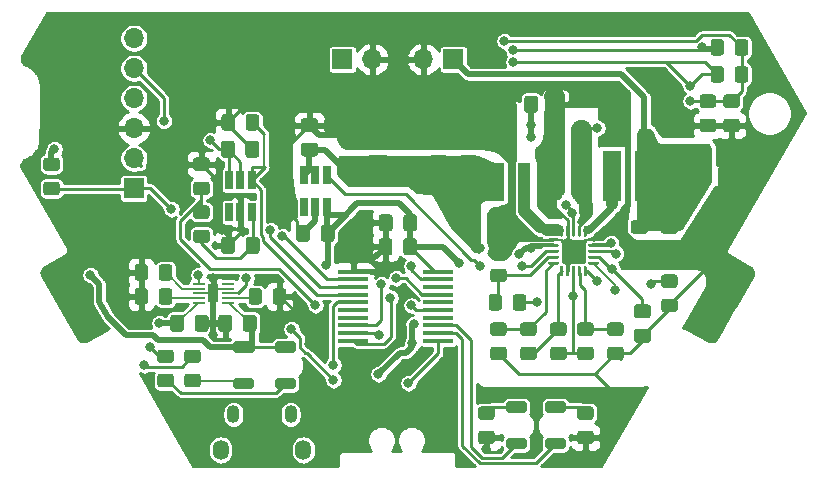
<source format=gbl>
G04 #@! TF.GenerationSoftware,KiCad,Pcbnew,(5.1.7)-1*
G04 #@! TF.CreationDate,2021-10-27T14:05:11+02:00*
G04 #@! TF.ProjectId,Power_module_v1,506f7765-725f-46d6-9f64-756c655f7631,rev?*
G04 #@! TF.SameCoordinates,Original*
G04 #@! TF.FileFunction,Copper,L2,Bot*
G04 #@! TF.FilePolarity,Positive*
%FSLAX46Y46*%
G04 Gerber Fmt 4.6, Leading zero omitted, Abs format (unit mm)*
G04 Created by KiCad (PCBNEW (5.1.7)-1) date 2021-10-27 14:05:11*
%MOMM*%
%LPD*%
G01*
G04 APERTURE LIST*
G04 #@! TA.AperFunction,SMDPad,CuDef*
%ADD10R,1.000000X0.200000*%
G04 #@! TD*
G04 #@! TA.AperFunction,SMDPad,CuDef*
%ADD11R,0.900000X1.500000*%
G04 #@! TD*
G04 #@! TA.AperFunction,SMDPad,CuDef*
%ADD12R,2.500000X0.450000*%
G04 #@! TD*
G04 #@! TA.AperFunction,SMDPad,CuDef*
%ADD13R,0.600000X0.700000*%
G04 #@! TD*
G04 #@! TA.AperFunction,ComponentPad*
%ADD14R,1.700000X1.700000*%
G04 #@! TD*
G04 #@! TA.AperFunction,ComponentPad*
%ADD15O,1.700000X1.700000*%
G04 #@! TD*
G04 #@! TA.AperFunction,ComponentPad*
%ADD16O,1.350000X1.700000*%
G04 #@! TD*
G04 #@! TA.AperFunction,ComponentPad*
%ADD17O,1.100000X1.500000*%
G04 #@! TD*
G04 #@! TA.AperFunction,SMDPad,CuDef*
%ADD18R,1.600000X4.300000*%
G04 #@! TD*
G04 #@! TA.AperFunction,SMDPad,CuDef*
%ADD19R,1.000000X3.200000*%
G04 #@! TD*
G04 #@! TA.AperFunction,SMDPad,CuDef*
%ADD20R,0.650000X1.560000*%
G04 #@! TD*
G04 #@! TA.AperFunction,ComponentPad*
%ADD21R,1.600000X1.600000*%
G04 #@! TD*
G04 #@! TA.AperFunction,ComponentPad*
%ADD22C,1.600000*%
G04 #@! TD*
G04 #@! TA.AperFunction,ViaPad*
%ADD23C,0.800000*%
G04 #@! TD*
G04 #@! TA.AperFunction,ViaPad*
%ADD24C,0.400000*%
G04 #@! TD*
G04 #@! TA.AperFunction,Conductor*
%ADD25C,0.254000*%
G04 #@! TD*
G04 #@! TA.AperFunction,Conductor*
%ADD26C,0.200000*%
G04 #@! TD*
G04 #@! TA.AperFunction,Conductor*
%ADD27C,0.250000*%
G04 #@! TD*
G04 #@! TA.AperFunction,Conductor*
%ADD28C,0.500000*%
G04 #@! TD*
G04 #@! TA.AperFunction,Conductor*
%ADD29C,0.300000*%
G04 #@! TD*
G04 #@! TA.AperFunction,Conductor*
%ADD30C,1.000000*%
G04 #@! TD*
G04 #@! TA.AperFunction,Conductor*
%ADD31C,0.150000*%
G04 #@! TD*
G04 APERTURE END LIST*
G04 #@! TA.AperFunction,SMDPad,CuDef*
G36*
G01*
X123005000Y-87724000D02*
X123005000Y-86774000D01*
G75*
G02*
X123255000Y-86524000I250000J0D01*
G01*
X123930000Y-86524000D01*
G75*
G02*
X124180000Y-86774000I0J-250000D01*
G01*
X124180000Y-87724000D01*
G75*
G02*
X123930000Y-87974000I-250000J0D01*
G01*
X123255000Y-87974000D01*
G75*
G02*
X123005000Y-87724000I0J250000D01*
G01*
G37*
G04 #@! TD.AperFunction*
G04 #@! TA.AperFunction,SMDPad,CuDef*
G36*
G01*
X120930000Y-87724000D02*
X120930000Y-86774000D01*
G75*
G02*
X121180000Y-86524000I250000J0D01*
G01*
X121855000Y-86524000D01*
G75*
G02*
X122105000Y-86774000I0J-250000D01*
G01*
X122105000Y-87724000D01*
G75*
G02*
X121855000Y-87974000I-250000J0D01*
G01*
X121180000Y-87974000D01*
G75*
G02*
X120930000Y-87724000I0J250000D01*
G01*
G37*
G04 #@! TD.AperFunction*
D10*
X105684000Y-94018000D03*
X105684000Y-93618000D03*
X105684000Y-93218000D03*
X105684000Y-92818000D03*
X105684000Y-92418000D03*
X108184000Y-92418000D03*
X108184000Y-92818000D03*
X108184000Y-93218000D03*
X108184000Y-93618000D03*
X108184000Y-94018000D03*
D11*
X106934000Y-93218000D03*
G04 #@! TA.AperFunction,SMDPad,CuDef*
G36*
G01*
X131903000Y-105469000D02*
X133273000Y-105469000D01*
G75*
G02*
X133463000Y-105659000I0J-190000D01*
G01*
X133463000Y-106229000D01*
G75*
G02*
X133273000Y-106419000I-190000J0D01*
G01*
X131903000Y-106419000D01*
G75*
G02*
X131713000Y-106229000I0J190000D01*
G01*
X131713000Y-105659000D01*
G75*
G02*
X131903000Y-105469000I190000J0D01*
G01*
G37*
G04 #@! TD.AperFunction*
G04 #@! TA.AperFunction,SMDPad,CuDef*
G36*
G01*
X131903000Y-102369000D02*
X133273000Y-102369000D01*
G75*
G02*
X133463000Y-102559000I0J-190000D01*
G01*
X133463000Y-103129000D01*
G75*
G02*
X133273000Y-103319000I-190000J0D01*
G01*
X131903000Y-103319000D01*
G75*
G02*
X131713000Y-103129000I0J190000D01*
G01*
X131713000Y-102559000D01*
G75*
G02*
X131903000Y-102369000I190000J0D01*
G01*
G37*
G04 #@! TD.AperFunction*
G04 #@! TA.AperFunction,SMDPad,CuDef*
G36*
G01*
X135205000Y-105469000D02*
X136575000Y-105469000D01*
G75*
G02*
X136765000Y-105659000I0J-190000D01*
G01*
X136765000Y-106229000D01*
G75*
G02*
X136575000Y-106419000I-190000J0D01*
G01*
X135205000Y-106419000D01*
G75*
G02*
X135015000Y-106229000I0J190000D01*
G01*
X135015000Y-105659000D01*
G75*
G02*
X135205000Y-105469000I190000J0D01*
G01*
G37*
G04 #@! TD.AperFunction*
G04 #@! TA.AperFunction,SMDPad,CuDef*
G36*
G01*
X135205000Y-102369000D02*
X136575000Y-102369000D01*
G75*
G02*
X136765000Y-102559000I0J-190000D01*
G01*
X136765000Y-103129000D01*
G75*
G02*
X136575000Y-103319000I-190000J0D01*
G01*
X135205000Y-103319000D01*
G75*
G02*
X135015000Y-103129000I0J190000D01*
G01*
X135015000Y-102559000D01*
G75*
G02*
X135205000Y-102369000I190000J0D01*
G01*
G37*
G04 #@! TD.AperFunction*
G04 #@! TA.AperFunction,SMDPad,CuDef*
G36*
G01*
X113715000Y-98239000D02*
X112345000Y-98239000D01*
G75*
G02*
X112155000Y-98049000I0J190000D01*
G01*
X112155000Y-97479000D01*
G75*
G02*
X112345000Y-97289000I190000J0D01*
G01*
X113715000Y-97289000D01*
G75*
G02*
X113905000Y-97479000I0J-190000D01*
G01*
X113905000Y-98049000D01*
G75*
G02*
X113715000Y-98239000I-190000J0D01*
G01*
G37*
G04 #@! TD.AperFunction*
G04 #@! TA.AperFunction,SMDPad,CuDef*
G36*
G01*
X113715000Y-101339000D02*
X112345000Y-101339000D01*
G75*
G02*
X112155000Y-101149000I0J190000D01*
G01*
X112155000Y-100579000D01*
G75*
G02*
X112345000Y-100389000I190000J0D01*
G01*
X113715000Y-100389000D01*
G75*
G02*
X113905000Y-100579000I0J-190000D01*
G01*
X113905000Y-101149000D01*
G75*
G02*
X113715000Y-101339000I-190000J0D01*
G01*
G37*
G04 #@! TD.AperFunction*
G04 #@! TA.AperFunction,SMDPad,CuDef*
G36*
G01*
X110159000Y-98239000D02*
X108789000Y-98239000D01*
G75*
G02*
X108599000Y-98049000I0J190000D01*
G01*
X108599000Y-97479000D01*
G75*
G02*
X108789000Y-97289000I190000J0D01*
G01*
X110159000Y-97289000D01*
G75*
G02*
X110349000Y-97479000I0J-190000D01*
G01*
X110349000Y-98049000D01*
G75*
G02*
X110159000Y-98239000I-190000J0D01*
G01*
G37*
G04 #@! TD.AperFunction*
G04 #@! TA.AperFunction,SMDPad,CuDef*
G36*
G01*
X110159000Y-101339000D02*
X108789000Y-101339000D01*
G75*
G02*
X108599000Y-101149000I0J190000D01*
G01*
X108599000Y-100579000D01*
G75*
G02*
X108789000Y-100389000I190000J0D01*
G01*
X110159000Y-100389000D01*
G75*
G02*
X110349000Y-100579000I0J-190000D01*
G01*
X110349000Y-101149000D01*
G75*
G02*
X110159000Y-101339000I-190000J0D01*
G01*
G37*
G04 #@! TD.AperFunction*
D12*
X125984000Y-91380000D03*
X125984000Y-92030000D03*
X125984000Y-92680000D03*
X125984000Y-93330000D03*
X125984000Y-93980000D03*
X125984000Y-94630000D03*
X125984000Y-95280000D03*
X125984000Y-95930000D03*
X125984000Y-96580000D03*
X125984000Y-97230000D03*
X118784000Y-97230000D03*
X118784000Y-96580000D03*
X118784000Y-95930000D03*
X118784000Y-95280000D03*
X118784000Y-94630000D03*
X118784000Y-93980000D03*
X118784000Y-93330000D03*
X118784000Y-92680000D03*
X118784000Y-92030000D03*
X118784000Y-91380000D03*
G04 #@! TA.AperFunction,SMDPad,CuDef*
G36*
G01*
X148349999Y-78428000D02*
X149250001Y-78428000D01*
G75*
G02*
X149500000Y-78677999I0J-249999D01*
G01*
X149500000Y-79328001D01*
G75*
G02*
X149250001Y-79578000I-249999J0D01*
G01*
X148349999Y-79578000D01*
G75*
G02*
X148100000Y-79328001I0J249999D01*
G01*
X148100000Y-78677999D01*
G75*
G02*
X148349999Y-78428000I249999J0D01*
G01*
G37*
G04 #@! TD.AperFunction*
G04 #@! TA.AperFunction,SMDPad,CuDef*
G36*
G01*
X148349999Y-76378000D02*
X149250001Y-76378000D01*
G75*
G02*
X149500000Y-76627999I0J-249999D01*
G01*
X149500000Y-77278001D01*
G75*
G02*
X149250001Y-77528000I-249999J0D01*
G01*
X148349999Y-77528000D01*
G75*
G02*
X148100000Y-77278001I0J249999D01*
G01*
X148100000Y-76627999D01*
G75*
G02*
X148349999Y-76378000I249999J0D01*
G01*
G37*
G04 #@! TD.AperFunction*
G04 #@! TA.AperFunction,SMDPad,CuDef*
G36*
G01*
X150349999Y-78428000D02*
X151250001Y-78428000D01*
G75*
G02*
X151500000Y-78677999I0J-249999D01*
G01*
X151500000Y-79328001D01*
G75*
G02*
X151250001Y-79578000I-249999J0D01*
G01*
X150349999Y-79578000D01*
G75*
G02*
X150100000Y-79328001I0J249999D01*
G01*
X150100000Y-78677999D01*
G75*
G02*
X150349999Y-78428000I249999J0D01*
G01*
G37*
G04 #@! TD.AperFunction*
G04 #@! TA.AperFunction,SMDPad,CuDef*
G36*
G01*
X150349999Y-76378000D02*
X151250001Y-76378000D01*
G75*
G02*
X151500000Y-76627999I0J-249999D01*
G01*
X151500000Y-77278001D01*
G75*
G02*
X151250001Y-77528000I-249999J0D01*
G01*
X150349999Y-77528000D01*
G75*
G02*
X150100000Y-77278001I0J249999D01*
G01*
X150100000Y-76627999D01*
G75*
G02*
X150349999Y-76378000I249999J0D01*
G01*
G37*
G04 #@! TD.AperFunction*
G04 #@! TA.AperFunction,SMDPad,CuDef*
G36*
G01*
X150172000Y-71939999D02*
X150172000Y-72840001D01*
G75*
G02*
X149922001Y-73090000I-249999J0D01*
G01*
X149271999Y-73090000D01*
G75*
G02*
X149022000Y-72840001I0J249999D01*
G01*
X149022000Y-71939999D01*
G75*
G02*
X149271999Y-71690000I249999J0D01*
G01*
X149922001Y-71690000D01*
G75*
G02*
X150172000Y-71939999I0J-249999D01*
G01*
G37*
G04 #@! TD.AperFunction*
G04 #@! TA.AperFunction,SMDPad,CuDef*
G36*
G01*
X152222000Y-71939999D02*
X152222000Y-72840001D01*
G75*
G02*
X151972001Y-73090000I-249999J0D01*
G01*
X151321999Y-73090000D01*
G75*
G02*
X151072000Y-72840001I0J249999D01*
G01*
X151072000Y-71939999D01*
G75*
G02*
X151321999Y-71690000I249999J0D01*
G01*
X151972001Y-71690000D01*
G75*
G02*
X152222000Y-71939999I0J-249999D01*
G01*
G37*
G04 #@! TD.AperFunction*
G04 #@! TA.AperFunction,SMDPad,CuDef*
G36*
G01*
X150172000Y-74225999D02*
X150172000Y-75126001D01*
G75*
G02*
X149922001Y-75376000I-249999J0D01*
G01*
X149271999Y-75376000D01*
G75*
G02*
X149022000Y-75126001I0J249999D01*
G01*
X149022000Y-74225999D01*
G75*
G02*
X149271999Y-73976000I249999J0D01*
G01*
X149922001Y-73976000D01*
G75*
G02*
X150172000Y-74225999I0J-249999D01*
G01*
G37*
G04 #@! TD.AperFunction*
G04 #@! TA.AperFunction,SMDPad,CuDef*
G36*
G01*
X152222000Y-74225999D02*
X152222000Y-75126001D01*
G75*
G02*
X151972001Y-75376000I-249999J0D01*
G01*
X151321999Y-75376000D01*
G75*
G02*
X151072000Y-75126001I0J249999D01*
G01*
X151072000Y-74225999D01*
G75*
G02*
X151321999Y-73976000I249999J0D01*
G01*
X151972001Y-73976000D01*
G75*
G02*
X152222000Y-74225999I0J-249999D01*
G01*
G37*
G04 #@! TD.AperFunction*
D13*
X148652000Y-83312000D03*
X150052000Y-83312000D03*
G04 #@! TA.AperFunction,SMDPad,CuDef*
G36*
G01*
X104705999Y-100027000D02*
X105606001Y-100027000D01*
G75*
G02*
X105856000Y-100276999I0J-249999D01*
G01*
X105856000Y-100927001D01*
G75*
G02*
X105606001Y-101177000I-249999J0D01*
G01*
X104705999Y-101177000D01*
G75*
G02*
X104456000Y-100927001I0J249999D01*
G01*
X104456000Y-100276999D01*
G75*
G02*
X104705999Y-100027000I249999J0D01*
G01*
G37*
G04 #@! TD.AperFunction*
G04 #@! TA.AperFunction,SMDPad,CuDef*
G36*
G01*
X104705999Y-97977000D02*
X105606001Y-97977000D01*
G75*
G02*
X105856000Y-98226999I0J-249999D01*
G01*
X105856000Y-98877001D01*
G75*
G02*
X105606001Y-99127000I-249999J0D01*
G01*
X104705999Y-99127000D01*
G75*
G02*
X104456000Y-98877001I0J249999D01*
G01*
X104456000Y-98226999D01*
G75*
G02*
X104705999Y-97977000I249999J0D01*
G01*
G37*
G04 #@! TD.AperFunction*
G04 #@! TA.AperFunction,SMDPad,CuDef*
G36*
G01*
X102419999Y-100027000D02*
X103320001Y-100027000D01*
G75*
G02*
X103570000Y-100276999I0J-249999D01*
G01*
X103570000Y-100927001D01*
G75*
G02*
X103320001Y-101177000I-249999J0D01*
G01*
X102419999Y-101177000D01*
G75*
G02*
X102170000Y-100927001I0J249999D01*
G01*
X102170000Y-100276999D01*
G75*
G02*
X102419999Y-100027000I249999J0D01*
G01*
G37*
G04 #@! TD.AperFunction*
G04 #@! TA.AperFunction,SMDPad,CuDef*
G36*
G01*
X102419999Y-97977000D02*
X103320001Y-97977000D01*
G75*
G02*
X103570000Y-98226999I0J-249999D01*
G01*
X103570000Y-98877001D01*
G75*
G02*
X103320001Y-99127000I-249999J0D01*
G01*
X102419999Y-99127000D01*
G75*
G02*
X102170000Y-98877001I0J249999D01*
G01*
X102170000Y-98226999D01*
G75*
G02*
X102419999Y-97977000I249999J0D01*
G01*
G37*
G04 #@! TD.AperFunction*
D14*
X127254000Y-73406000D03*
D15*
X124714000Y-73406000D03*
G04 #@! TA.AperFunction,SMDPad,CuDef*
G36*
G01*
X136456000Y-81567000D02*
X136456000Y-82517000D01*
G75*
G02*
X136206000Y-82767000I-250000J0D01*
G01*
X135531000Y-82767000D01*
G75*
G02*
X135281000Y-82517000I0J250000D01*
G01*
X135281000Y-81567000D01*
G75*
G02*
X135531000Y-81317000I250000J0D01*
G01*
X136206000Y-81317000D01*
G75*
G02*
X136456000Y-81567000I0J-250000D01*
G01*
G37*
G04 #@! TD.AperFunction*
G04 #@! TA.AperFunction,SMDPad,CuDef*
G36*
G01*
X138531000Y-81567000D02*
X138531000Y-82517000D01*
G75*
G02*
X138281000Y-82767000I-250000J0D01*
G01*
X137606000Y-82767000D01*
G75*
G02*
X137356000Y-82517000I0J250000D01*
G01*
X137356000Y-81567000D01*
G75*
G02*
X137606000Y-81317000I250000J0D01*
G01*
X138281000Y-81317000D01*
G75*
G02*
X138531000Y-81567000I0J-250000D01*
G01*
G37*
G04 #@! TD.AperFunction*
G04 #@! TA.AperFunction,SMDPad,CuDef*
G36*
G01*
X142781000Y-96229500D02*
X143731000Y-96229500D01*
G75*
G02*
X143981000Y-96479500I0J-250000D01*
G01*
X143981000Y-97154500D01*
G75*
G02*
X143731000Y-97404500I-250000J0D01*
G01*
X142781000Y-97404500D01*
G75*
G02*
X142531000Y-97154500I0J250000D01*
G01*
X142531000Y-96479500D01*
G75*
G02*
X142781000Y-96229500I250000J0D01*
G01*
G37*
G04 #@! TD.AperFunction*
G04 #@! TA.AperFunction,SMDPad,CuDef*
G36*
G01*
X142781000Y-94154500D02*
X143731000Y-94154500D01*
G75*
G02*
X143981000Y-94404500I0J-250000D01*
G01*
X143981000Y-95079500D01*
G75*
G02*
X143731000Y-95329500I-250000J0D01*
G01*
X142781000Y-95329500D01*
G75*
G02*
X142531000Y-95079500I0J250000D01*
G01*
X142531000Y-94404500D01*
G75*
G02*
X142781000Y-94154500I250000J0D01*
G01*
G37*
G04 #@! TD.AperFunction*
G04 #@! TA.AperFunction,SMDPad,CuDef*
G36*
G01*
X126459000Y-80576000D02*
X125509000Y-80576000D01*
G75*
G02*
X125259000Y-80326000I0J250000D01*
G01*
X125259000Y-79651000D01*
G75*
G02*
X125509000Y-79401000I250000J0D01*
G01*
X126459000Y-79401000D01*
G75*
G02*
X126709000Y-79651000I0J-250000D01*
G01*
X126709000Y-80326000D01*
G75*
G02*
X126459000Y-80576000I-250000J0D01*
G01*
G37*
G04 #@! TD.AperFunction*
G04 #@! TA.AperFunction,SMDPad,CuDef*
G36*
G01*
X126459000Y-82651000D02*
X125509000Y-82651000D01*
G75*
G02*
X125259000Y-82401000I0J250000D01*
G01*
X125259000Y-81726000D01*
G75*
G02*
X125509000Y-81476000I250000J0D01*
G01*
X126459000Y-81476000D01*
G75*
G02*
X126709000Y-81726000I0J-250000D01*
G01*
X126709000Y-82401000D01*
G75*
G02*
X126459000Y-82651000I-250000J0D01*
G01*
G37*
G04 #@! TD.AperFunction*
G04 #@! TA.AperFunction,SMDPad,CuDef*
G36*
G01*
X142527000Y-89096000D02*
X143477000Y-89096000D01*
G75*
G02*
X143727000Y-89346000I0J-250000D01*
G01*
X143727000Y-90021000D01*
G75*
G02*
X143477000Y-90271000I-250000J0D01*
G01*
X142527000Y-90271000D01*
G75*
G02*
X142277000Y-90021000I0J250000D01*
G01*
X142277000Y-89346000D01*
G75*
G02*
X142527000Y-89096000I250000J0D01*
G01*
G37*
G04 #@! TD.AperFunction*
G04 #@! TA.AperFunction,SMDPad,CuDef*
G36*
G01*
X142527000Y-87021000D02*
X143477000Y-87021000D01*
G75*
G02*
X143727000Y-87271000I0J-250000D01*
G01*
X143727000Y-87946000D01*
G75*
G02*
X143477000Y-88196000I-250000J0D01*
G01*
X142527000Y-88196000D01*
G75*
G02*
X142277000Y-87946000I0J250000D01*
G01*
X142277000Y-87271000D01*
G75*
G02*
X142527000Y-87021000I250000J0D01*
G01*
G37*
G04 #@! TD.AperFunction*
G04 #@! TA.AperFunction,SMDPad,CuDef*
G36*
G01*
X136456000Y-84107000D02*
X136456000Y-85057000D01*
G75*
G02*
X136206000Y-85307000I-250000J0D01*
G01*
X135531000Y-85307000D01*
G75*
G02*
X135281000Y-85057000I0J250000D01*
G01*
X135281000Y-84107000D01*
G75*
G02*
X135531000Y-83857000I250000J0D01*
G01*
X136206000Y-83857000D01*
G75*
G02*
X136456000Y-84107000I0J-250000D01*
G01*
G37*
G04 #@! TD.AperFunction*
G04 #@! TA.AperFunction,SMDPad,CuDef*
G36*
G01*
X138531000Y-84107000D02*
X138531000Y-85057000D01*
G75*
G02*
X138281000Y-85307000I-250000J0D01*
G01*
X137606000Y-85307000D01*
G75*
G02*
X137356000Y-85057000I0J250000D01*
G01*
X137356000Y-84107000D01*
G75*
G02*
X137606000Y-83857000I250000J0D01*
G01*
X138281000Y-83857000D01*
G75*
G02*
X138531000Y-84107000I0J-250000D01*
G01*
G37*
G04 #@! TD.AperFunction*
G04 #@! TA.AperFunction,SMDPad,CuDef*
G36*
G01*
X122996000Y-89756000D02*
X122996000Y-88806000D01*
G75*
G02*
X123246000Y-88556000I250000J0D01*
G01*
X123921000Y-88556000D01*
G75*
G02*
X124171000Y-88806000I0J-250000D01*
G01*
X124171000Y-89756000D01*
G75*
G02*
X123921000Y-90006000I-250000J0D01*
G01*
X123246000Y-90006000D01*
G75*
G02*
X122996000Y-89756000I0J250000D01*
G01*
G37*
G04 #@! TD.AperFunction*
G04 #@! TA.AperFunction,SMDPad,CuDef*
G36*
G01*
X120921000Y-89756000D02*
X120921000Y-88806000D01*
G75*
G02*
X121171000Y-88556000I250000J0D01*
G01*
X121846000Y-88556000D01*
G75*
G02*
X122096000Y-88806000I0J-250000D01*
G01*
X122096000Y-89756000D01*
G75*
G02*
X121846000Y-90006000I-250000J0D01*
G01*
X121171000Y-90006000D01*
G75*
G02*
X120921000Y-89756000I0J250000D01*
G01*
G37*
G04 #@! TD.AperFunction*
G04 #@! TA.AperFunction,SMDPad,CuDef*
G36*
G01*
X109648500Y-81501000D02*
X109648500Y-80551000D01*
G75*
G02*
X109898500Y-80301000I250000J0D01*
G01*
X110573500Y-80301000D01*
G75*
G02*
X110823500Y-80551000I0J-250000D01*
G01*
X110823500Y-81501000D01*
G75*
G02*
X110573500Y-81751000I-250000J0D01*
G01*
X109898500Y-81751000D01*
G75*
G02*
X109648500Y-81501000I0J250000D01*
G01*
G37*
G04 #@! TD.AperFunction*
G04 #@! TA.AperFunction,SMDPad,CuDef*
G36*
G01*
X107573500Y-81501000D02*
X107573500Y-80551000D01*
G75*
G02*
X107823500Y-80301000I250000J0D01*
G01*
X108498500Y-80301000D01*
G75*
G02*
X108748500Y-80551000I0J-250000D01*
G01*
X108748500Y-81501000D01*
G75*
G02*
X108498500Y-81751000I-250000J0D01*
G01*
X107823500Y-81751000D01*
G75*
G02*
X107573500Y-81501000I0J250000D01*
G01*
G37*
G04 #@! TD.AperFunction*
G04 #@! TA.AperFunction,SMDPad,CuDef*
G36*
G01*
X115537000Y-79560000D02*
X114587000Y-79560000D01*
G75*
G02*
X114337000Y-79310000I0J250000D01*
G01*
X114337000Y-78635000D01*
G75*
G02*
X114587000Y-78385000I250000J0D01*
G01*
X115537000Y-78385000D01*
G75*
G02*
X115787000Y-78635000I0J-250000D01*
G01*
X115787000Y-79310000D01*
G75*
G02*
X115537000Y-79560000I-250000J0D01*
G01*
G37*
G04 #@! TD.AperFunction*
G04 #@! TA.AperFunction,SMDPad,CuDef*
G36*
G01*
X115537000Y-81635000D02*
X114587000Y-81635000D01*
G75*
G02*
X114337000Y-81385000I0J250000D01*
G01*
X114337000Y-80710000D01*
G75*
G02*
X114587000Y-80460000I250000J0D01*
G01*
X115537000Y-80460000D01*
G75*
G02*
X115787000Y-80710000I0J-250000D01*
G01*
X115787000Y-81385000D01*
G75*
G02*
X115537000Y-81635000I-250000J0D01*
G01*
G37*
G04 #@! TD.AperFunction*
G04 #@! TA.AperFunction,SMDPad,CuDef*
G36*
G01*
X108770000Y-88679000D02*
X108770000Y-89629000D01*
G75*
G02*
X108520000Y-89879000I-250000J0D01*
G01*
X107845000Y-89879000D01*
G75*
G02*
X107595000Y-89629000I0J250000D01*
G01*
X107595000Y-88679000D01*
G75*
G02*
X107845000Y-88429000I250000J0D01*
G01*
X108520000Y-88429000D01*
G75*
G02*
X108770000Y-88679000I0J-250000D01*
G01*
G37*
G04 #@! TD.AperFunction*
G04 #@! TA.AperFunction,SMDPad,CuDef*
G36*
G01*
X110845000Y-88679000D02*
X110845000Y-89629000D01*
G75*
G02*
X110595000Y-89879000I-250000J0D01*
G01*
X109920000Y-89879000D01*
G75*
G02*
X109670000Y-89629000I0J250000D01*
G01*
X109670000Y-88679000D01*
G75*
G02*
X109920000Y-88429000I250000J0D01*
G01*
X110595000Y-88429000D01*
G75*
G02*
X110845000Y-88679000I0J-250000D01*
G01*
G37*
G04 #@! TD.AperFunction*
G04 #@! TA.AperFunction,SMDPad,CuDef*
G36*
G01*
X115120000Y-87663000D02*
X115120000Y-88613000D01*
G75*
G02*
X114870000Y-88863000I-250000J0D01*
G01*
X114195000Y-88863000D01*
G75*
G02*
X113945000Y-88613000I0J250000D01*
G01*
X113945000Y-87663000D01*
G75*
G02*
X114195000Y-87413000I250000J0D01*
G01*
X114870000Y-87413000D01*
G75*
G02*
X115120000Y-87663000I0J-250000D01*
G01*
G37*
G04 #@! TD.AperFunction*
G04 #@! TA.AperFunction,SMDPad,CuDef*
G36*
G01*
X117195000Y-87663000D02*
X117195000Y-88613000D01*
G75*
G02*
X116945000Y-88863000I-250000J0D01*
G01*
X116270000Y-88863000D01*
G75*
G02*
X116020000Y-88613000I0J250000D01*
G01*
X116020000Y-87663000D01*
G75*
G02*
X116270000Y-87413000I250000J0D01*
G01*
X116945000Y-87413000D01*
G75*
G02*
X117195000Y-87663000I0J-250000D01*
G01*
G37*
G04 #@! TD.AperFunction*
G04 #@! TA.AperFunction,SMDPad,CuDef*
G36*
G01*
X108516000Y-95283000D02*
X108516000Y-96233000D01*
G75*
G02*
X108266000Y-96483000I-250000J0D01*
G01*
X107591000Y-96483000D01*
G75*
G02*
X107341000Y-96233000I0J250000D01*
G01*
X107341000Y-95283000D01*
G75*
G02*
X107591000Y-95033000I250000J0D01*
G01*
X108266000Y-95033000D01*
G75*
G02*
X108516000Y-95283000I0J-250000D01*
G01*
G37*
G04 #@! TD.AperFunction*
G04 #@! TA.AperFunction,SMDPad,CuDef*
G36*
G01*
X110591000Y-95283000D02*
X110591000Y-96233000D01*
G75*
G02*
X110341000Y-96483000I-250000J0D01*
G01*
X109666000Y-96483000D01*
G75*
G02*
X109416000Y-96233000I0J250000D01*
G01*
X109416000Y-95283000D01*
G75*
G02*
X109666000Y-95033000I250000J0D01*
G01*
X110341000Y-95033000D01*
G75*
G02*
X110591000Y-95283000I0J-250000D01*
G01*
G37*
G04 #@! TD.AperFunction*
G04 #@! TA.AperFunction,SMDPad,CuDef*
G36*
G01*
X105352000Y-96233000D02*
X105352000Y-95283000D01*
G75*
G02*
X105602000Y-95033000I250000J0D01*
G01*
X106277000Y-95033000D01*
G75*
G02*
X106527000Y-95283000I0J-250000D01*
G01*
X106527000Y-96233000D01*
G75*
G02*
X106277000Y-96483000I-250000J0D01*
G01*
X105602000Y-96483000D01*
G75*
G02*
X105352000Y-96233000I0J250000D01*
G01*
G37*
G04 #@! TD.AperFunction*
G04 #@! TA.AperFunction,SMDPad,CuDef*
G36*
G01*
X103277000Y-96233000D02*
X103277000Y-95283000D01*
G75*
G02*
X103527000Y-95033000I250000J0D01*
G01*
X104202000Y-95033000D01*
G75*
G02*
X104452000Y-95283000I0J-250000D01*
G01*
X104452000Y-96233000D01*
G75*
G02*
X104202000Y-96483000I-250000J0D01*
G01*
X103527000Y-96483000D01*
G75*
G02*
X103277000Y-96233000I0J250000D01*
G01*
G37*
G04 #@! TD.AperFunction*
G04 #@! TA.AperFunction,SMDPad,CuDef*
G36*
G01*
X128423000Y-87597000D02*
X128423000Y-86647000D01*
G75*
G02*
X128673000Y-86397000I250000J0D01*
G01*
X129348000Y-86397000D01*
G75*
G02*
X129598000Y-86647000I0J-250000D01*
G01*
X129598000Y-87597000D01*
G75*
G02*
X129348000Y-87847000I-250000J0D01*
G01*
X128673000Y-87847000D01*
G75*
G02*
X128423000Y-87597000I0J250000D01*
G01*
G37*
G04 #@! TD.AperFunction*
G04 #@! TA.AperFunction,SMDPad,CuDef*
G36*
G01*
X130498000Y-87597000D02*
X130498000Y-86647000D01*
G75*
G02*
X130748000Y-86397000I250000J0D01*
G01*
X131423000Y-86397000D01*
G75*
G02*
X131673000Y-86647000I0J-250000D01*
G01*
X131673000Y-87597000D01*
G75*
G02*
X131423000Y-87847000I-250000J0D01*
G01*
X130748000Y-87847000D01*
G75*
G02*
X130498000Y-87597000I0J250000D01*
G01*
G37*
G04 #@! TD.AperFunction*
G04 #@! TA.AperFunction,SMDPad,CuDef*
G36*
G01*
X145067000Y-87021000D02*
X146017000Y-87021000D01*
G75*
G02*
X146267000Y-87271000I0J-250000D01*
G01*
X146267000Y-87946000D01*
G75*
G02*
X146017000Y-88196000I-250000J0D01*
G01*
X145067000Y-88196000D01*
G75*
G02*
X144817000Y-87946000I0J250000D01*
G01*
X144817000Y-87271000D01*
G75*
G02*
X145067000Y-87021000I250000J0D01*
G01*
G37*
G04 #@! TD.AperFunction*
G04 #@! TA.AperFunction,SMDPad,CuDef*
G36*
G01*
X145067000Y-89096000D02*
X146017000Y-89096000D01*
G75*
G02*
X146267000Y-89346000I0J-250000D01*
G01*
X146267000Y-90021000D01*
G75*
G02*
X146017000Y-90271000I-250000J0D01*
G01*
X145067000Y-90271000D01*
G75*
G02*
X144817000Y-90021000I0J250000D01*
G01*
X144817000Y-89346000D01*
G75*
G02*
X145067000Y-89096000I250000J0D01*
G01*
G37*
G04 #@! TD.AperFunction*
G04 #@! TA.AperFunction,SMDPad,CuDef*
G36*
G01*
X136456000Y-79027000D02*
X136456000Y-79977000D01*
G75*
G02*
X136206000Y-80227000I-250000J0D01*
G01*
X135531000Y-80227000D01*
G75*
G02*
X135281000Y-79977000I0J250000D01*
G01*
X135281000Y-79027000D01*
G75*
G02*
X135531000Y-78777000I250000J0D01*
G01*
X136206000Y-78777000D01*
G75*
G02*
X136456000Y-79027000I0J-250000D01*
G01*
G37*
G04 #@! TD.AperFunction*
G04 #@! TA.AperFunction,SMDPad,CuDef*
G36*
G01*
X138531000Y-79027000D02*
X138531000Y-79977000D01*
G75*
G02*
X138281000Y-80227000I-250000J0D01*
G01*
X137606000Y-80227000D01*
G75*
G02*
X137356000Y-79977000I0J250000D01*
G01*
X137356000Y-79027000D01*
G75*
G02*
X137606000Y-78777000I250000J0D01*
G01*
X138281000Y-78777000D01*
G75*
G02*
X138531000Y-79027000I0J-250000D01*
G01*
G37*
G04 #@! TD.AperFunction*
G04 #@! TA.AperFunction,SMDPad,CuDef*
G36*
G01*
X135324000Y-77691000D02*
X135324000Y-76741000D01*
G75*
G02*
X135574000Y-76491000I250000J0D01*
G01*
X136249000Y-76491000D01*
G75*
G02*
X136499000Y-76741000I0J-250000D01*
G01*
X136499000Y-77691000D01*
G75*
G02*
X136249000Y-77941000I-250000J0D01*
G01*
X135574000Y-77941000D01*
G75*
G02*
X135324000Y-77691000I0J250000D01*
G01*
G37*
G04 #@! TD.AperFunction*
G04 #@! TA.AperFunction,SMDPad,CuDef*
G36*
G01*
X133249000Y-77691000D02*
X133249000Y-76741000D01*
G75*
G02*
X133499000Y-76491000I250000J0D01*
G01*
X134174000Y-76491000D01*
G75*
G02*
X134424000Y-76741000I0J-250000D01*
G01*
X134424000Y-77691000D01*
G75*
G02*
X134174000Y-77941000I-250000J0D01*
G01*
X133499000Y-77941000D01*
G75*
G02*
X133249000Y-77691000I0J250000D01*
G01*
G37*
G04 #@! TD.AperFunction*
G04 #@! TA.AperFunction,SMDPad,CuDef*
G36*
G01*
X128999000Y-80576000D02*
X128049000Y-80576000D01*
G75*
G02*
X127799000Y-80326000I0J250000D01*
G01*
X127799000Y-79651000D01*
G75*
G02*
X128049000Y-79401000I250000J0D01*
G01*
X128999000Y-79401000D01*
G75*
G02*
X129249000Y-79651000I0J-250000D01*
G01*
X129249000Y-80326000D01*
G75*
G02*
X128999000Y-80576000I-250000J0D01*
G01*
G37*
G04 #@! TD.AperFunction*
G04 #@! TA.AperFunction,SMDPad,CuDef*
G36*
G01*
X128999000Y-82651000D02*
X128049000Y-82651000D01*
G75*
G02*
X127799000Y-82401000I0J250000D01*
G01*
X127799000Y-81726000D01*
G75*
G02*
X128049000Y-81476000I250000J0D01*
G01*
X128999000Y-81476000D01*
G75*
G02*
X129249000Y-81726000I0J-250000D01*
G01*
X129249000Y-82401000D01*
G75*
G02*
X128999000Y-82651000I-250000J0D01*
G01*
G37*
G04 #@! TD.AperFunction*
D16*
X114554000Y-106476740D03*
D17*
X108634000Y-103476740D03*
X113474000Y-103476740D03*
D16*
X107554000Y-106476740D03*
D15*
X120396000Y-73406000D03*
D14*
X117856000Y-73406000D03*
D15*
X100203000Y-71628000D03*
X100203000Y-74168000D03*
X100203000Y-76708000D03*
X100203000Y-79248000D03*
X100203000Y-81788000D03*
D14*
X100203000Y-84328000D03*
D18*
X140716000Y-83312000D03*
X143416000Y-83312000D03*
D19*
X131064000Y-83820000D03*
X133264000Y-83820000D03*
G04 #@! TA.AperFunction,SMDPad,CuDef*
G36*
G01*
X145091999Y-91618000D02*
X145992001Y-91618000D01*
G75*
G02*
X146242000Y-91867999I0J-249999D01*
G01*
X146242000Y-92518001D01*
G75*
G02*
X145992001Y-92768000I-249999J0D01*
G01*
X145091999Y-92768000D01*
G75*
G02*
X144842000Y-92518001I0J249999D01*
G01*
X144842000Y-91867999D01*
G75*
G02*
X145091999Y-91618000I249999J0D01*
G01*
G37*
G04 #@! TD.AperFunction*
G04 #@! TA.AperFunction,SMDPad,CuDef*
G36*
G01*
X145091999Y-93668000D02*
X145992001Y-93668000D01*
G75*
G02*
X146242000Y-93917999I0J-249999D01*
G01*
X146242000Y-94568001D01*
G75*
G02*
X145992001Y-94818000I-249999J0D01*
G01*
X145091999Y-94818000D01*
G75*
G02*
X144842000Y-94568001I0J249999D01*
G01*
X144842000Y-93917999D01*
G75*
G02*
X145091999Y-93668000I249999J0D01*
G01*
G37*
G04 #@! TD.AperFunction*
G04 #@! TA.AperFunction,SMDPad,CuDef*
G36*
G01*
X101404000Y-93021999D02*
X101404000Y-93922001D01*
G75*
G02*
X101154001Y-94172000I-249999J0D01*
G01*
X100503999Y-94172000D01*
G75*
G02*
X100254000Y-93922001I0J249999D01*
G01*
X100254000Y-93021999D01*
G75*
G02*
X100503999Y-92772000I249999J0D01*
G01*
X101154001Y-92772000D01*
G75*
G02*
X101404000Y-93021999I0J-249999D01*
G01*
G37*
G04 #@! TD.AperFunction*
G04 #@! TA.AperFunction,SMDPad,CuDef*
G36*
G01*
X103454000Y-93021999D02*
X103454000Y-93922001D01*
G75*
G02*
X103204001Y-94172000I-249999J0D01*
G01*
X102553999Y-94172000D01*
G75*
G02*
X102304000Y-93922001I0J249999D01*
G01*
X102304000Y-93021999D01*
G75*
G02*
X102553999Y-92772000I249999J0D01*
G01*
X103204001Y-92772000D01*
G75*
G02*
X103454000Y-93021999I0J-249999D01*
G01*
G37*
G04 #@! TD.AperFunction*
G04 #@! TA.AperFunction,SMDPad,CuDef*
G36*
G01*
X103454000Y-90989999D02*
X103454000Y-91890001D01*
G75*
G02*
X103204001Y-92140000I-249999J0D01*
G01*
X102553999Y-92140000D01*
G75*
G02*
X102304000Y-91890001I0J249999D01*
G01*
X102304000Y-90989999D01*
G75*
G02*
X102553999Y-90740000I249999J0D01*
G01*
X103204001Y-90740000D01*
G75*
G02*
X103454000Y-90989999I0J-249999D01*
G01*
G37*
G04 #@! TD.AperFunction*
G04 #@! TA.AperFunction,SMDPad,CuDef*
G36*
G01*
X101404000Y-90989999D02*
X101404000Y-91890001D01*
G75*
G02*
X101154001Y-92140000I-249999J0D01*
G01*
X100503999Y-92140000D01*
G75*
G02*
X100254000Y-91890001I0J249999D01*
G01*
X100254000Y-90989999D01*
G75*
G02*
X100503999Y-90740000I249999J0D01*
G01*
X101154001Y-90740000D01*
G75*
G02*
X101404000Y-90989999I0J-249999D01*
G01*
G37*
G04 #@! TD.AperFunction*
G04 #@! TA.AperFunction,SMDPad,CuDef*
G36*
G01*
X109906000Y-93922001D02*
X109906000Y-93021999D01*
G75*
G02*
X110155999Y-92772000I249999J0D01*
G01*
X110806001Y-92772000D01*
G75*
G02*
X111056000Y-93021999I0J-249999D01*
G01*
X111056000Y-93922001D01*
G75*
G02*
X110806001Y-94172000I-249999J0D01*
G01*
X110155999Y-94172000D01*
G75*
G02*
X109906000Y-93922001I0J249999D01*
G01*
G37*
G04 #@! TD.AperFunction*
G04 #@! TA.AperFunction,SMDPad,CuDef*
G36*
G01*
X111956000Y-93922001D02*
X111956000Y-93021999D01*
G75*
G02*
X112205999Y-92772000I249999J0D01*
G01*
X112856001Y-92772000D01*
G75*
G02*
X113106000Y-93021999I0J-249999D01*
G01*
X113106000Y-93922001D01*
G75*
G02*
X112856001Y-94172000I-249999J0D01*
G01*
X112205999Y-94172000D01*
G75*
G02*
X111956000Y-93922001I0J249999D01*
G01*
G37*
G04 #@! TD.AperFunction*
G04 #@! TA.AperFunction,SMDPad,CuDef*
G36*
G01*
X106368001Y-86917000D02*
X105467999Y-86917000D01*
G75*
G02*
X105218000Y-86667001I0J249999D01*
G01*
X105218000Y-86016999D01*
G75*
G02*
X105467999Y-85767000I249999J0D01*
G01*
X106368001Y-85767000D01*
G75*
G02*
X106618000Y-86016999I0J-249999D01*
G01*
X106618000Y-86667001D01*
G75*
G02*
X106368001Y-86917000I-249999J0D01*
G01*
G37*
G04 #@! TD.AperFunction*
G04 #@! TA.AperFunction,SMDPad,CuDef*
G36*
G01*
X106368001Y-88967000D02*
X105467999Y-88967000D01*
G75*
G02*
X105218000Y-88717001I0J249999D01*
G01*
X105218000Y-88066999D01*
G75*
G02*
X105467999Y-87817000I249999J0D01*
G01*
X106368001Y-87817000D01*
G75*
G02*
X106618000Y-88066999I0J-249999D01*
G01*
X106618000Y-88717001D01*
G75*
G02*
X106368001Y-88967000I-249999J0D01*
G01*
G37*
G04 #@! TD.AperFunction*
G04 #@! TA.AperFunction,SMDPad,CuDef*
G36*
G01*
X106368001Y-84912000D02*
X105467999Y-84912000D01*
G75*
G02*
X105218000Y-84662001I0J249999D01*
G01*
X105218000Y-84011999D01*
G75*
G02*
X105467999Y-83762000I249999J0D01*
G01*
X106368001Y-83762000D01*
G75*
G02*
X106618000Y-84011999I0J-249999D01*
G01*
X106618000Y-84662001D01*
G75*
G02*
X106368001Y-84912000I-249999J0D01*
G01*
G37*
G04 #@! TD.AperFunction*
G04 #@! TA.AperFunction,SMDPad,CuDef*
G36*
G01*
X106368001Y-82862000D02*
X105467999Y-82862000D01*
G75*
G02*
X105218000Y-82612001I0J249999D01*
G01*
X105218000Y-81961999D01*
G75*
G02*
X105467999Y-81712000I249999J0D01*
G01*
X106368001Y-81712000D01*
G75*
G02*
X106618000Y-81961999I0J-249999D01*
G01*
X106618000Y-82612001D01*
G75*
G02*
X106368001Y-82862000I-249999J0D01*
G01*
G37*
G04 #@! TD.AperFunction*
G04 #@! TA.AperFunction,SMDPad,CuDef*
G36*
G01*
X92767999Y-83771000D02*
X93668001Y-83771000D01*
G75*
G02*
X93918000Y-84020999I0J-249999D01*
G01*
X93918000Y-84671001D01*
G75*
G02*
X93668001Y-84921000I-249999J0D01*
G01*
X92767999Y-84921000D01*
G75*
G02*
X92518000Y-84671001I0J249999D01*
G01*
X92518000Y-84020999D01*
G75*
G02*
X92767999Y-83771000I249999J0D01*
G01*
G37*
G04 #@! TD.AperFunction*
G04 #@! TA.AperFunction,SMDPad,CuDef*
G36*
G01*
X92767999Y-81721000D02*
X93668001Y-81721000D01*
G75*
G02*
X93918000Y-81970999I0J-249999D01*
G01*
X93918000Y-82621001D01*
G75*
G02*
X93668001Y-82871000I-249999J0D01*
G01*
X92767999Y-82871000D01*
G75*
G02*
X92518000Y-82621001I0J249999D01*
G01*
X92518000Y-81970999D01*
G75*
G02*
X92767999Y-81721000I249999J0D01*
G01*
G37*
G04 #@! TD.AperFunction*
G04 #@! TA.AperFunction,SMDPad,CuDef*
G36*
G01*
X137979999Y-104844000D02*
X138880001Y-104844000D01*
G75*
G02*
X139130000Y-105093999I0J-249999D01*
G01*
X139130000Y-105744001D01*
G75*
G02*
X138880001Y-105994000I-249999J0D01*
G01*
X137979999Y-105994000D01*
G75*
G02*
X137730000Y-105744001I0J249999D01*
G01*
X137730000Y-105093999D01*
G75*
G02*
X137979999Y-104844000I249999J0D01*
G01*
G37*
G04 #@! TD.AperFunction*
G04 #@! TA.AperFunction,SMDPad,CuDef*
G36*
G01*
X137979999Y-102794000D02*
X138880001Y-102794000D01*
G75*
G02*
X139130000Y-103043999I0J-249999D01*
G01*
X139130000Y-103694001D01*
G75*
G02*
X138880001Y-103944000I-249999J0D01*
G01*
X137979999Y-103944000D01*
G75*
G02*
X137730000Y-103694001I0J249999D01*
G01*
X137730000Y-103043999D01*
G75*
G02*
X137979999Y-102794000I249999J0D01*
G01*
G37*
G04 #@! TD.AperFunction*
G04 #@! TA.AperFunction,SMDPad,CuDef*
G36*
G01*
X129597999Y-102794000D02*
X130498001Y-102794000D01*
G75*
G02*
X130748000Y-103043999I0J-249999D01*
G01*
X130748000Y-103694001D01*
G75*
G02*
X130498001Y-103944000I-249999J0D01*
G01*
X129597999Y-103944000D01*
G75*
G02*
X129348000Y-103694001I0J249999D01*
G01*
X129348000Y-103043999D01*
G75*
G02*
X129597999Y-102794000I249999J0D01*
G01*
G37*
G04 #@! TD.AperFunction*
G04 #@! TA.AperFunction,SMDPad,CuDef*
G36*
G01*
X129597999Y-104844000D02*
X130498001Y-104844000D01*
G75*
G02*
X130748000Y-105093999I0J-249999D01*
G01*
X130748000Y-105744001D01*
G75*
G02*
X130498001Y-105994000I-249999J0D01*
G01*
X129597999Y-105994000D01*
G75*
G02*
X129348000Y-105744001I0J249999D01*
G01*
X129348000Y-105093999D01*
G75*
G02*
X129597999Y-104844000I249999J0D01*
G01*
G37*
G04 #@! TD.AperFunction*
G04 #@! TA.AperFunction,SMDPad,CuDef*
G36*
G01*
X136594001Y-96832000D02*
X135693999Y-96832000D01*
G75*
G02*
X135444000Y-96582001I0J249999D01*
G01*
X135444000Y-95931999D01*
G75*
G02*
X135693999Y-95682000I249999J0D01*
G01*
X136594001Y-95682000D01*
G75*
G02*
X136844000Y-95931999I0J-249999D01*
G01*
X136844000Y-96582001D01*
G75*
G02*
X136594001Y-96832000I-249999J0D01*
G01*
G37*
G04 #@! TD.AperFunction*
G04 #@! TA.AperFunction,SMDPad,CuDef*
G36*
G01*
X136594001Y-98882000D02*
X135693999Y-98882000D01*
G75*
G02*
X135444000Y-98632001I0J249999D01*
G01*
X135444000Y-97981999D01*
G75*
G02*
X135693999Y-97732000I249999J0D01*
G01*
X136594001Y-97732000D01*
G75*
G02*
X136844000Y-97981999I0J-249999D01*
G01*
X136844000Y-98632001D01*
G75*
G02*
X136594001Y-98882000I-249999J0D01*
G01*
G37*
G04 #@! TD.AperFunction*
G04 #@! TA.AperFunction,SMDPad,CuDef*
G36*
G01*
X134054001Y-98882000D02*
X133153999Y-98882000D01*
G75*
G02*
X132904000Y-98632001I0J249999D01*
G01*
X132904000Y-97981999D01*
G75*
G02*
X133153999Y-97732000I249999J0D01*
G01*
X134054001Y-97732000D01*
G75*
G02*
X134304000Y-97981999I0J-249999D01*
G01*
X134304000Y-98632001D01*
G75*
G02*
X134054001Y-98882000I-249999J0D01*
G01*
G37*
G04 #@! TD.AperFunction*
G04 #@! TA.AperFunction,SMDPad,CuDef*
G36*
G01*
X134054001Y-96832000D02*
X133153999Y-96832000D01*
G75*
G02*
X132904000Y-96582001I0J249999D01*
G01*
X132904000Y-95931999D01*
G75*
G02*
X133153999Y-95682000I249999J0D01*
G01*
X134054001Y-95682000D01*
G75*
G02*
X134304000Y-95931999I0J-249999D01*
G01*
X134304000Y-96582001D01*
G75*
G02*
X134054001Y-96832000I-249999J0D01*
G01*
G37*
G04 #@! TD.AperFunction*
G04 #@! TA.AperFunction,SMDPad,CuDef*
G36*
G01*
X130613999Y-97732000D02*
X131514001Y-97732000D01*
G75*
G02*
X131764000Y-97981999I0J-249999D01*
G01*
X131764000Y-98632001D01*
G75*
G02*
X131514001Y-98882000I-249999J0D01*
G01*
X130613999Y-98882000D01*
G75*
G02*
X130364000Y-98632001I0J249999D01*
G01*
X130364000Y-97981999D01*
G75*
G02*
X130613999Y-97732000I249999J0D01*
G01*
G37*
G04 #@! TD.AperFunction*
G04 #@! TA.AperFunction,SMDPad,CuDef*
G36*
G01*
X130613999Y-95682000D02*
X131514001Y-95682000D01*
G75*
G02*
X131764000Y-95931999I0J-249999D01*
G01*
X131764000Y-96582001D01*
G75*
G02*
X131514001Y-96832000I-249999J0D01*
G01*
X130613999Y-96832000D01*
G75*
G02*
X130364000Y-96582001I0J249999D01*
G01*
X130364000Y-95931999D01*
G75*
G02*
X130613999Y-95682000I249999J0D01*
G01*
G37*
G04 #@! TD.AperFunction*
G04 #@! TA.AperFunction,SMDPad,CuDef*
G36*
G01*
X133426000Y-93529999D02*
X133426000Y-94430001D01*
G75*
G02*
X133176001Y-94680000I-249999J0D01*
G01*
X132525999Y-94680000D01*
G75*
G02*
X132276000Y-94430001I0J249999D01*
G01*
X132276000Y-93529999D01*
G75*
G02*
X132525999Y-93280000I249999J0D01*
G01*
X133176001Y-93280000D01*
G75*
G02*
X133426000Y-93529999I0J-249999D01*
G01*
G37*
G04 #@! TD.AperFunction*
G04 #@! TA.AperFunction,SMDPad,CuDef*
G36*
G01*
X131376000Y-93529999D02*
X131376000Y-94430001D01*
G75*
G02*
X131126001Y-94680000I-249999J0D01*
G01*
X130475999Y-94680000D01*
G75*
G02*
X130226000Y-94430001I0J249999D01*
G01*
X130226000Y-93529999D01*
G75*
G02*
X130475999Y-93280000I249999J0D01*
G01*
X131126001Y-93280000D01*
G75*
G02*
X131376000Y-93529999I0J-249999D01*
G01*
G37*
G04 #@! TD.AperFunction*
G04 #@! TA.AperFunction,SMDPad,CuDef*
G36*
G01*
X131514001Y-90228000D02*
X130613999Y-90228000D01*
G75*
G02*
X130364000Y-89978001I0J249999D01*
G01*
X130364000Y-89327999D01*
G75*
G02*
X130613999Y-89078000I249999J0D01*
G01*
X131514001Y-89078000D01*
G75*
G02*
X131764000Y-89327999I0J-249999D01*
G01*
X131764000Y-89978001D01*
G75*
G02*
X131514001Y-90228000I-249999J0D01*
G01*
G37*
G04 #@! TD.AperFunction*
G04 #@! TA.AperFunction,SMDPad,CuDef*
G36*
G01*
X131514001Y-92278000D02*
X130613999Y-92278000D01*
G75*
G02*
X130364000Y-92028001I0J249999D01*
G01*
X130364000Y-91377999D01*
G75*
G02*
X130613999Y-91128000I249999J0D01*
G01*
X131514001Y-91128000D01*
G75*
G02*
X131764000Y-91377999I0J-249999D01*
G01*
X131764000Y-92028001D01*
G75*
G02*
X131514001Y-92278000I-249999J0D01*
G01*
G37*
G04 #@! TD.AperFunction*
G04 #@! TA.AperFunction,SMDPad,CuDef*
G36*
G01*
X138880001Y-96832000D02*
X137979999Y-96832000D01*
G75*
G02*
X137730000Y-96582001I0J249999D01*
G01*
X137730000Y-95931999D01*
G75*
G02*
X137979999Y-95682000I249999J0D01*
G01*
X138880001Y-95682000D01*
G75*
G02*
X139130000Y-95931999I0J-249999D01*
G01*
X139130000Y-96582001D01*
G75*
G02*
X138880001Y-96832000I-249999J0D01*
G01*
G37*
G04 #@! TD.AperFunction*
G04 #@! TA.AperFunction,SMDPad,CuDef*
G36*
G01*
X138880001Y-98882000D02*
X137979999Y-98882000D01*
G75*
G02*
X137730000Y-98632001I0J249999D01*
G01*
X137730000Y-97981999D01*
G75*
G02*
X137979999Y-97732000I249999J0D01*
G01*
X138880001Y-97732000D01*
G75*
G02*
X139130000Y-97981999I0J-249999D01*
G01*
X139130000Y-98632001D01*
G75*
G02*
X138880001Y-98882000I-249999J0D01*
G01*
G37*
G04 #@! TD.AperFunction*
G04 #@! TA.AperFunction,SMDPad,CuDef*
G36*
G01*
X140519999Y-95682000D02*
X141420001Y-95682000D01*
G75*
G02*
X141670000Y-95931999I0J-249999D01*
G01*
X141670000Y-96582001D01*
G75*
G02*
X141420001Y-96832000I-249999J0D01*
G01*
X140519999Y-96832000D01*
G75*
G02*
X140270000Y-96582001I0J249999D01*
G01*
X140270000Y-95931999D01*
G75*
G02*
X140519999Y-95682000I249999J0D01*
G01*
G37*
G04 #@! TD.AperFunction*
G04 #@! TA.AperFunction,SMDPad,CuDef*
G36*
G01*
X140519999Y-97732000D02*
X141420001Y-97732000D01*
G75*
G02*
X141670000Y-97981999I0J-249999D01*
G01*
X141670000Y-98632001D01*
G75*
G02*
X141420001Y-98882000I-249999J0D01*
G01*
X140519999Y-98882000D01*
G75*
G02*
X140270000Y-98632001I0J249999D01*
G01*
X140270000Y-97981999D01*
G75*
G02*
X140519999Y-97732000I249999J0D01*
G01*
G37*
G04 #@! TD.AperFunction*
D20*
X109220000Y-83660000D03*
X110170000Y-83660000D03*
X108270000Y-83660000D03*
X108270000Y-86360000D03*
X109220000Y-86360000D03*
X110170000Y-86360000D03*
G04 #@! TA.AperFunction,SMDPad,CuDef*
G36*
G01*
X138539000Y-87599500D02*
X138539000Y-88349500D01*
G75*
G02*
X138476500Y-88412000I-62500J0D01*
G01*
X138351500Y-88412000D01*
G75*
G02*
X138289000Y-88349500I0J62500D01*
G01*
X138289000Y-87599500D01*
G75*
G02*
X138351500Y-87537000I62500J0D01*
G01*
X138476500Y-87537000D01*
G75*
G02*
X138539000Y-87599500I0J-62500D01*
G01*
G37*
G04 #@! TD.AperFunction*
G04 #@! TA.AperFunction,SMDPad,CuDef*
G36*
G01*
X138039000Y-87599500D02*
X138039000Y-88349500D01*
G75*
G02*
X137976500Y-88412000I-62500J0D01*
G01*
X137851500Y-88412000D01*
G75*
G02*
X137789000Y-88349500I0J62500D01*
G01*
X137789000Y-87599500D01*
G75*
G02*
X137851500Y-87537000I62500J0D01*
G01*
X137976500Y-87537000D01*
G75*
G02*
X138039000Y-87599500I0J-62500D01*
G01*
G37*
G04 #@! TD.AperFunction*
G04 #@! TA.AperFunction,SMDPad,CuDef*
G36*
G01*
X137539000Y-87599500D02*
X137539000Y-88349500D01*
G75*
G02*
X137476500Y-88412000I-62500J0D01*
G01*
X137351500Y-88412000D01*
G75*
G02*
X137289000Y-88349500I0J62500D01*
G01*
X137289000Y-87599500D01*
G75*
G02*
X137351500Y-87537000I62500J0D01*
G01*
X137476500Y-87537000D01*
G75*
G02*
X137539000Y-87599500I0J-62500D01*
G01*
G37*
G04 #@! TD.AperFunction*
G04 #@! TA.AperFunction,SMDPad,CuDef*
G36*
G01*
X137039000Y-87599500D02*
X137039000Y-88349500D01*
G75*
G02*
X136976500Y-88412000I-62500J0D01*
G01*
X136851500Y-88412000D01*
G75*
G02*
X136789000Y-88349500I0J62500D01*
G01*
X136789000Y-87599500D01*
G75*
G02*
X136851500Y-87537000I62500J0D01*
G01*
X136976500Y-87537000D01*
G75*
G02*
X137039000Y-87599500I0J-62500D01*
G01*
G37*
G04 #@! TD.AperFunction*
G04 #@! TA.AperFunction,SMDPad,CuDef*
G36*
G01*
X136539000Y-87599500D02*
X136539000Y-88349500D01*
G75*
G02*
X136476500Y-88412000I-62500J0D01*
G01*
X136351500Y-88412000D01*
G75*
G02*
X136289000Y-88349500I0J62500D01*
G01*
X136289000Y-87599500D01*
G75*
G02*
X136351500Y-87537000I62500J0D01*
G01*
X136476500Y-87537000D01*
G75*
G02*
X136539000Y-87599500I0J-62500D01*
G01*
G37*
G04 #@! TD.AperFunction*
G04 #@! TA.AperFunction,SMDPad,CuDef*
G36*
G01*
X136164000Y-88599500D02*
X136164000Y-88724500D01*
G75*
G02*
X136101500Y-88787000I-62500J0D01*
G01*
X135351500Y-88787000D01*
G75*
G02*
X135289000Y-88724500I0J62500D01*
G01*
X135289000Y-88599500D01*
G75*
G02*
X135351500Y-88537000I62500J0D01*
G01*
X136101500Y-88537000D01*
G75*
G02*
X136164000Y-88599500I0J-62500D01*
G01*
G37*
G04 #@! TD.AperFunction*
G04 #@! TA.AperFunction,SMDPad,CuDef*
G36*
G01*
X136164000Y-89099500D02*
X136164000Y-89224500D01*
G75*
G02*
X136101500Y-89287000I-62500J0D01*
G01*
X135351500Y-89287000D01*
G75*
G02*
X135289000Y-89224500I0J62500D01*
G01*
X135289000Y-89099500D01*
G75*
G02*
X135351500Y-89037000I62500J0D01*
G01*
X136101500Y-89037000D01*
G75*
G02*
X136164000Y-89099500I0J-62500D01*
G01*
G37*
G04 #@! TD.AperFunction*
G04 #@! TA.AperFunction,SMDPad,CuDef*
G36*
G01*
X136164000Y-89599500D02*
X136164000Y-89724500D01*
G75*
G02*
X136101500Y-89787000I-62500J0D01*
G01*
X135351500Y-89787000D01*
G75*
G02*
X135289000Y-89724500I0J62500D01*
G01*
X135289000Y-89599500D01*
G75*
G02*
X135351500Y-89537000I62500J0D01*
G01*
X136101500Y-89537000D01*
G75*
G02*
X136164000Y-89599500I0J-62500D01*
G01*
G37*
G04 #@! TD.AperFunction*
G04 #@! TA.AperFunction,SMDPad,CuDef*
G36*
G01*
X136164000Y-90099500D02*
X136164000Y-90224500D01*
G75*
G02*
X136101500Y-90287000I-62500J0D01*
G01*
X135351500Y-90287000D01*
G75*
G02*
X135289000Y-90224500I0J62500D01*
G01*
X135289000Y-90099500D01*
G75*
G02*
X135351500Y-90037000I62500J0D01*
G01*
X136101500Y-90037000D01*
G75*
G02*
X136164000Y-90099500I0J-62500D01*
G01*
G37*
G04 #@! TD.AperFunction*
G04 #@! TA.AperFunction,SMDPad,CuDef*
G36*
G01*
X136164000Y-90599500D02*
X136164000Y-90724500D01*
G75*
G02*
X136101500Y-90787000I-62500J0D01*
G01*
X135351500Y-90787000D01*
G75*
G02*
X135289000Y-90724500I0J62500D01*
G01*
X135289000Y-90599500D01*
G75*
G02*
X135351500Y-90537000I62500J0D01*
G01*
X136101500Y-90537000D01*
G75*
G02*
X136164000Y-90599500I0J-62500D01*
G01*
G37*
G04 #@! TD.AperFunction*
G04 #@! TA.AperFunction,SMDPad,CuDef*
G36*
G01*
X136539000Y-90974500D02*
X136539000Y-91724500D01*
G75*
G02*
X136476500Y-91787000I-62500J0D01*
G01*
X136351500Y-91787000D01*
G75*
G02*
X136289000Y-91724500I0J62500D01*
G01*
X136289000Y-90974500D01*
G75*
G02*
X136351500Y-90912000I62500J0D01*
G01*
X136476500Y-90912000D01*
G75*
G02*
X136539000Y-90974500I0J-62500D01*
G01*
G37*
G04 #@! TD.AperFunction*
G04 #@! TA.AperFunction,SMDPad,CuDef*
G36*
G01*
X137039000Y-90974500D02*
X137039000Y-91724500D01*
G75*
G02*
X136976500Y-91787000I-62500J0D01*
G01*
X136851500Y-91787000D01*
G75*
G02*
X136789000Y-91724500I0J62500D01*
G01*
X136789000Y-90974500D01*
G75*
G02*
X136851500Y-90912000I62500J0D01*
G01*
X136976500Y-90912000D01*
G75*
G02*
X137039000Y-90974500I0J-62500D01*
G01*
G37*
G04 #@! TD.AperFunction*
G04 #@! TA.AperFunction,SMDPad,CuDef*
G36*
G01*
X137539000Y-90974500D02*
X137539000Y-91724500D01*
G75*
G02*
X137476500Y-91787000I-62500J0D01*
G01*
X137351500Y-91787000D01*
G75*
G02*
X137289000Y-91724500I0J62500D01*
G01*
X137289000Y-90974500D01*
G75*
G02*
X137351500Y-90912000I62500J0D01*
G01*
X137476500Y-90912000D01*
G75*
G02*
X137539000Y-90974500I0J-62500D01*
G01*
G37*
G04 #@! TD.AperFunction*
G04 #@! TA.AperFunction,SMDPad,CuDef*
G36*
G01*
X138039000Y-90974500D02*
X138039000Y-91724500D01*
G75*
G02*
X137976500Y-91787000I-62500J0D01*
G01*
X137851500Y-91787000D01*
G75*
G02*
X137789000Y-91724500I0J62500D01*
G01*
X137789000Y-90974500D01*
G75*
G02*
X137851500Y-90912000I62500J0D01*
G01*
X137976500Y-90912000D01*
G75*
G02*
X138039000Y-90974500I0J-62500D01*
G01*
G37*
G04 #@! TD.AperFunction*
G04 #@! TA.AperFunction,SMDPad,CuDef*
G36*
G01*
X138539000Y-90974500D02*
X138539000Y-91724500D01*
G75*
G02*
X138476500Y-91787000I-62500J0D01*
G01*
X138351500Y-91787000D01*
G75*
G02*
X138289000Y-91724500I0J62500D01*
G01*
X138289000Y-90974500D01*
G75*
G02*
X138351500Y-90912000I62500J0D01*
G01*
X138476500Y-90912000D01*
G75*
G02*
X138539000Y-90974500I0J-62500D01*
G01*
G37*
G04 #@! TD.AperFunction*
G04 #@! TA.AperFunction,SMDPad,CuDef*
G36*
G01*
X139539000Y-90599500D02*
X139539000Y-90724500D01*
G75*
G02*
X139476500Y-90787000I-62500J0D01*
G01*
X138726500Y-90787000D01*
G75*
G02*
X138664000Y-90724500I0J62500D01*
G01*
X138664000Y-90599500D01*
G75*
G02*
X138726500Y-90537000I62500J0D01*
G01*
X139476500Y-90537000D01*
G75*
G02*
X139539000Y-90599500I0J-62500D01*
G01*
G37*
G04 #@! TD.AperFunction*
G04 #@! TA.AperFunction,SMDPad,CuDef*
G36*
G01*
X139539000Y-90099500D02*
X139539000Y-90224500D01*
G75*
G02*
X139476500Y-90287000I-62500J0D01*
G01*
X138726500Y-90287000D01*
G75*
G02*
X138664000Y-90224500I0J62500D01*
G01*
X138664000Y-90099500D01*
G75*
G02*
X138726500Y-90037000I62500J0D01*
G01*
X139476500Y-90037000D01*
G75*
G02*
X139539000Y-90099500I0J-62500D01*
G01*
G37*
G04 #@! TD.AperFunction*
G04 #@! TA.AperFunction,SMDPad,CuDef*
G36*
G01*
X139539000Y-89599500D02*
X139539000Y-89724500D01*
G75*
G02*
X139476500Y-89787000I-62500J0D01*
G01*
X138726500Y-89787000D01*
G75*
G02*
X138664000Y-89724500I0J62500D01*
G01*
X138664000Y-89599500D01*
G75*
G02*
X138726500Y-89537000I62500J0D01*
G01*
X139476500Y-89537000D01*
G75*
G02*
X139539000Y-89599500I0J-62500D01*
G01*
G37*
G04 #@! TD.AperFunction*
G04 #@! TA.AperFunction,SMDPad,CuDef*
G36*
G01*
X139539000Y-89099500D02*
X139539000Y-89224500D01*
G75*
G02*
X139476500Y-89287000I-62500J0D01*
G01*
X138726500Y-89287000D01*
G75*
G02*
X138664000Y-89224500I0J62500D01*
G01*
X138664000Y-89099500D01*
G75*
G02*
X138726500Y-89037000I62500J0D01*
G01*
X139476500Y-89037000D01*
G75*
G02*
X139539000Y-89099500I0J-62500D01*
G01*
G37*
G04 #@! TD.AperFunction*
G04 #@! TA.AperFunction,SMDPad,CuDef*
G36*
G01*
X139539000Y-88599500D02*
X139539000Y-88724500D01*
G75*
G02*
X139476500Y-88787000I-62500J0D01*
G01*
X138726500Y-88787000D01*
G75*
G02*
X138664000Y-88724500I0J62500D01*
G01*
X138664000Y-88599500D01*
G75*
G02*
X138726500Y-88537000I62500J0D01*
G01*
X139476500Y-88537000D01*
G75*
G02*
X139539000Y-88599500I0J-62500D01*
G01*
G37*
G04 #@! TD.AperFunction*
G04 #@! TA.AperFunction,SMDPad,CuDef*
G36*
G01*
X138414000Y-88912000D02*
X138414000Y-90412000D01*
G75*
G02*
X138164000Y-90662000I-250000J0D01*
G01*
X136664000Y-90662000D01*
G75*
G02*
X136414000Y-90412000I0J250000D01*
G01*
X136414000Y-88912000D01*
G75*
G02*
X136664000Y-88662000I250000J0D01*
G01*
X138164000Y-88662000D01*
G75*
G02*
X138414000Y-88912000I0J-250000D01*
G01*
G37*
G04 #@! TD.AperFunction*
D21*
X120904000Y-82296000D03*
D22*
X120904000Y-79796000D03*
G04 #@! TA.AperFunction,SMDPad,CuDef*
G36*
G01*
X110811000Y-78289999D02*
X110811000Y-79190001D01*
G75*
G02*
X110561001Y-79440000I-249999J0D01*
G01*
X109910999Y-79440000D01*
G75*
G02*
X109661000Y-79190001I0J249999D01*
G01*
X109661000Y-78289999D01*
G75*
G02*
X109910999Y-78040000I249999J0D01*
G01*
X110561001Y-78040000D01*
G75*
G02*
X110811000Y-78289999I0J-249999D01*
G01*
G37*
G04 #@! TD.AperFunction*
G04 #@! TA.AperFunction,SMDPad,CuDef*
G36*
G01*
X108761000Y-78289999D02*
X108761000Y-79190001D01*
G75*
G02*
X108511001Y-79440000I-249999J0D01*
G01*
X107860999Y-79440000D01*
G75*
G02*
X107611000Y-79190001I0J249999D01*
G01*
X107611000Y-78289999D01*
G75*
G02*
X107860999Y-78040000I249999J0D01*
G01*
X108511001Y-78040000D01*
G75*
G02*
X108761000Y-78289999I0J-249999D01*
G01*
G37*
G04 #@! TD.AperFunction*
D20*
X116520000Y-85932000D03*
X115570000Y-85932000D03*
X114620000Y-85932000D03*
X114620000Y-83232000D03*
X116520000Y-83232000D03*
X115570000Y-83232000D03*
D23*
X136652000Y-107442000D03*
X128016000Y-107442000D03*
X130810000Y-78740000D03*
X129794000Y-80264000D03*
X112268000Y-71120000D03*
X153670000Y-74930000D03*
D24*
X106934000Y-93726000D03*
X106934000Y-92710000D03*
X136652000Y-88900000D03*
X138176000Y-88900000D03*
X136652000Y-89662000D03*
X136652000Y-90424000D03*
X138176000Y-89662000D03*
X138176000Y-90424000D03*
X137414000Y-88900000D03*
X137414000Y-89662000D03*
X137414000Y-90424000D03*
D23*
X141224000Y-87884000D03*
X132334000Y-88392000D03*
X132080000Y-86868000D03*
X132842000Y-87630000D03*
X133604000Y-88392000D03*
X140208000Y-87884000D03*
X141478000Y-86868000D03*
X102870000Y-81026000D03*
X115062000Y-97536000D03*
X93700000Y-77400000D03*
X141478000Y-101600000D03*
X138430000Y-106934000D03*
X95250000Y-88900000D03*
X129286000Y-78740000D03*
X148336000Y-90170000D03*
X150368000Y-86868000D03*
X113030000Y-78740000D03*
X143510000Y-71120000D03*
X137160000Y-71120000D03*
X130810000Y-71120000D03*
X124460000Y-71120000D03*
X118110000Y-71120000D03*
X106680000Y-71120000D03*
X91100000Y-82500000D03*
X93218000Y-70358000D03*
X91400000Y-73200000D03*
X147320000Y-78994000D03*
X119380000Y-90170000D03*
X123444000Y-80010000D03*
X123444000Y-78486000D03*
X127000000Y-99568000D03*
X127000000Y-101346000D03*
X127000000Y-102870000D03*
X118110000Y-101854000D03*
X118110000Y-103124000D03*
X109474000Y-74676000D03*
X103632000Y-74676000D03*
X116078000Y-74930000D03*
X122682000Y-74930000D03*
X152400000Y-83312000D03*
X140716000Y-104648000D03*
X105918000Y-107188000D03*
X151638000Y-70866000D03*
X112522000Y-85090000D03*
X112522000Y-81788000D03*
X99822000Y-86868000D03*
X119126000Y-88138000D03*
X124460000Y-79248000D03*
X130048000Y-106426000D03*
X138176000Y-101600000D03*
X134366000Y-101600000D03*
X130302000Y-101600000D03*
X116586000Y-107188000D03*
X116586000Y-104394000D03*
X107696000Y-87884000D03*
X106934000Y-91948000D03*
X98343040Y-92156960D03*
X106934000Y-96774000D03*
X112268000Y-96266000D03*
X115824000Y-100330000D03*
X100838000Y-89916000D03*
X116332000Y-102108000D03*
X95250000Y-93726000D03*
X94234000Y-91948000D03*
X96266000Y-95504000D03*
X149606000Y-93726000D03*
X150876000Y-91948000D03*
X148590000Y-95758000D03*
X125730000Y-105664000D03*
X119126000Y-105410000D03*
X103378000Y-102870000D03*
X104648000Y-104902000D03*
X144018000Y-92456000D03*
X140970000Y-92927000D03*
X102362000Y-95758000D03*
X117094000Y-100584000D03*
X113538000Y-96266000D03*
X133858000Y-78994000D03*
X133858000Y-80010000D03*
X106680000Y-80264000D03*
X137330343Y-86387491D03*
X136753600Y-85725000D03*
X96520000Y-91694000D03*
X143764000Y-86360000D03*
X145034000Y-85852000D03*
X140617923Y-88937000D03*
X93472000Y-81026000D03*
X116446067Y-90817933D03*
X127762000Y-90678000D03*
X120904000Y-100076000D03*
X123893256Y-95816744D03*
X123786001Y-97447999D03*
X139446000Y-92202000D03*
X139446000Y-79248000D03*
X141032228Y-89848685D03*
X140716000Y-91186000D03*
X117094000Y-99314000D03*
X120988002Y-96774000D03*
X123444000Y-100838000D03*
X103378000Y-86106000D03*
X122428000Y-91948000D03*
X112776000Y-88392000D03*
X111760000Y-87884000D03*
X102736933Y-78619067D03*
X115570000Y-94234000D03*
X123704067Y-94240067D03*
X133096000Y-90932000D03*
X129540000Y-90932000D03*
X129540000Y-89408000D03*
X133858000Y-89387000D03*
X129032000Y-88392000D03*
X132842000Y-89895000D03*
X137414000Y-93472000D03*
X134366000Y-93980000D03*
X105664000Y-91694000D03*
X101092000Y-99314000D03*
X101600000Y-97790000D03*
X109728000Y-91948000D03*
X147320000Y-75692000D03*
X132334000Y-73660000D03*
X121920000Y-93582999D03*
X147320000Y-76962000D03*
X123698000Y-90932000D03*
X131572000Y-71882000D03*
X148336000Y-72390000D03*
X132334000Y-72644000D03*
X121158000Y-92456000D03*
D25*
X121517500Y-88286500D02*
X121517500Y-88900500D01*
X121517500Y-89272000D02*
X121508500Y-89281000D01*
D26*
X135726500Y-88662000D02*
X136164000Y-88662000D01*
X136164000Y-88662000D02*
X136238990Y-88736990D01*
X136238990Y-88736990D02*
X136488990Y-88736990D01*
X136488990Y-88736990D02*
X137414000Y-89662000D01*
X139101500Y-88662000D02*
X138664000Y-88662000D01*
X138664000Y-88662000D02*
X138589010Y-88736990D01*
X138589010Y-88736990D02*
X138339010Y-88736990D01*
X138339010Y-88736990D02*
X137414000Y-89662000D01*
D27*
X136914000Y-87974500D02*
X136914000Y-87017002D01*
X136914000Y-87017002D02*
X135868500Y-85971502D01*
X135868500Y-85971502D02*
X135868500Y-84582000D01*
X136914000Y-87974500D02*
X136914000Y-89162000D01*
X136914000Y-89162000D02*
X137414000Y-89662000D01*
X136914000Y-91349500D02*
X136914000Y-90162000D01*
X136914000Y-90162000D02*
X137414000Y-89662000D01*
X142769500Y-89683500D02*
X141260999Y-88174999D01*
X141260999Y-88174999D02*
X139588501Y-88174999D01*
X139588501Y-88174999D02*
X139101500Y-88662000D01*
X143002000Y-89683500D02*
X142769500Y-89683500D01*
X135868500Y-82042000D02*
X135868500Y-79502000D01*
X126978500Y-79988500D02*
X125984000Y-79988500D01*
X128524000Y-79988500D02*
X126978500Y-79988500D01*
X135868500Y-82042000D02*
X135868500Y-84582000D01*
X145542000Y-89683500D02*
X143002000Y-89683500D01*
X135726500Y-88662000D02*
X132625500Y-88662000D01*
X132625500Y-88662000D02*
X131085500Y-87122000D01*
X131085500Y-87122000D02*
X131085500Y-89631500D01*
X131085500Y-89631500D02*
X131064000Y-89653000D01*
X140982500Y-98319500D02*
X140970000Y-98307000D01*
D26*
X121508500Y-89281000D02*
X120883000Y-89281000D01*
D25*
X143256000Y-96817000D02*
X143256000Y-97282000D01*
X142231000Y-98307000D02*
X140970000Y-98307000D01*
X143256000Y-97282000D02*
X142231000Y-98307000D01*
X145542000Y-94531000D02*
X143256000Y-96817000D01*
X145542000Y-94243000D02*
X145542000Y-94531000D01*
X109220000Y-88116500D02*
X109220000Y-86360000D01*
X108182500Y-89154000D02*
X109220000Y-88116500D01*
X108186000Y-78976000D02*
X110236000Y-81026000D01*
X108186000Y-78740000D02*
X108186000Y-78976000D01*
X108182500Y-89154000D02*
X108182500Y-89640500D01*
X141478000Y-98815000D02*
X140970000Y-98307000D01*
D28*
X115885500Y-79796000D02*
X115062000Y-78972500D01*
X120904000Y-79796000D02*
X115885500Y-79796000D01*
X115570000Y-87100500D02*
X114532500Y-88138000D01*
X115570000Y-85932000D02*
X115570000Y-87100500D01*
D25*
X107617999Y-83986999D02*
X105918000Y-82287000D01*
X107617999Y-84701601D02*
X107617999Y-83986999D01*
X107683399Y-84767001D02*
X107617999Y-84701601D01*
X108661001Y-84767001D02*
X107683399Y-84767001D01*
X109220000Y-85326000D02*
X108661001Y-84767001D01*
X109220000Y-86360000D02*
X109220000Y-85326000D01*
X105918000Y-79950038D02*
X105918000Y-81280000D01*
X107128038Y-78740000D02*
X105918000Y-79950038D01*
X108186000Y-78740000D02*
X107128038Y-78740000D01*
X105918000Y-81008000D02*
X105918000Y-81280000D01*
X105918000Y-81280000D02*
X105918000Y-82287000D01*
X114011001Y-87849001D02*
X114011001Y-87087001D01*
X114532500Y-88138000D02*
X114300000Y-88138000D01*
X114300000Y-88138000D02*
X114011001Y-87849001D01*
X114011001Y-87087001D02*
X113538000Y-86614000D01*
X113538000Y-80496500D02*
X115062000Y-78972500D01*
X113538000Y-86614000D02*
X113538000Y-80496500D01*
X109213010Y-77712990D02*
X108186000Y-78740000D01*
X110800008Y-77712990D02*
X109213010Y-77712990D01*
X113538000Y-80450982D02*
X110800008Y-77712990D01*
X113538000Y-80496500D02*
X113538000Y-80450982D01*
X132824000Y-100067000D02*
X131064000Y-98307000D01*
X139210000Y-100067000D02*
X132824000Y-100067000D01*
X140970000Y-98307000D02*
X139210000Y-100067000D01*
X145542000Y-94243000D02*
X148336000Y-91449000D01*
X148336000Y-91449000D02*
X148336000Y-90170000D01*
X104105001Y-79790999D02*
X105758961Y-79790999D01*
X105758961Y-79790999D02*
X105918000Y-79950038D01*
X102870000Y-81026000D02*
X104105001Y-79790999D01*
X148336000Y-90170000D02*
X148336000Y-90170000D01*
X149343000Y-78994000D02*
X149352000Y-79003000D01*
D28*
X120619500Y-90170000D02*
X121508500Y-89281000D01*
X119380000Y-90170000D02*
X120619500Y-90170000D01*
D25*
X118784000Y-90766000D02*
X119380000Y-90170000D01*
X118784000Y-91380000D02*
X118784000Y-90766000D01*
D28*
X135911500Y-77216000D02*
X135911500Y-75713500D01*
D27*
X140743000Y-101600000D02*
X139210000Y-100067000D01*
X141478000Y-101600000D02*
X140743000Y-101600000D01*
X130048000Y-105419000D02*
X130048000Y-106426000D01*
X138430000Y-105419000D02*
X138430000Y-106934000D01*
X108182500Y-88370500D02*
X107696000Y-87884000D01*
X108182500Y-89154000D02*
X108182500Y-88370500D01*
X107928500Y-95758000D02*
X106934000Y-95758000D01*
X106934000Y-93218000D02*
X106934000Y-91948000D01*
D26*
X105684000Y-93218000D02*
X106934000Y-93218000D01*
X107334000Y-92818000D02*
X106934000Y-93218000D01*
X108184000Y-92818000D02*
X107334000Y-92818000D01*
X100829000Y-91440000D02*
X100829000Y-93472000D01*
X99060000Y-91440000D02*
X98343040Y-92156960D01*
X100829000Y-91440000D02*
X99060000Y-91440000D01*
X99658080Y-93472000D02*
X98343040Y-92156960D01*
X100829000Y-93472000D02*
X99658080Y-93472000D01*
D27*
X106934000Y-93218000D02*
X106934000Y-95758000D01*
X106934000Y-95758000D02*
X105939500Y-95758000D01*
D28*
X106934000Y-93218000D02*
X106934000Y-96774000D01*
X107928500Y-95758000D02*
X105939500Y-95758000D01*
D25*
X121517500Y-88286500D02*
X121517500Y-89272000D01*
X121517500Y-87249000D02*
X121517500Y-88286500D01*
X114808000Y-95749000D02*
X112531000Y-93472000D01*
X114808000Y-97282000D02*
X114808000Y-95749000D01*
X115062000Y-97536000D02*
X114808000Y-97282000D01*
X150800000Y-79003000D02*
X148800000Y-79003000D01*
X147329000Y-79003000D02*
X147320000Y-78994000D01*
X148800000Y-79003000D02*
X147329000Y-79003000D01*
D26*
X145533000Y-92456000D02*
X145542000Y-92447000D01*
X139101500Y-90662000D02*
X140970000Y-92530500D01*
X140970000Y-92530500D02*
X140970000Y-92927000D01*
D25*
X144281000Y-92193000D02*
X144018000Y-92456000D01*
X145542000Y-92193000D02*
X144281000Y-92193000D01*
D26*
X105604500Y-94018000D02*
X103864500Y-95758000D01*
X105684000Y-94018000D02*
X105604500Y-94018000D01*
D28*
X102362000Y-95758000D02*
X103864500Y-95758000D01*
D25*
X114232010Y-96960010D02*
X113538000Y-96266000D01*
X114232010Y-97781972D02*
X114232010Y-96960010D01*
X114832963Y-98263001D02*
X114713039Y-98263001D01*
X114713039Y-98263001D02*
X114232010Y-97781972D01*
X117094000Y-100524038D02*
X114832963Y-98263001D01*
X117094000Y-100584000D02*
X117094000Y-100524038D01*
D28*
X133858000Y-78994000D02*
X133858000Y-77237500D01*
D26*
X133858000Y-77237500D02*
X133836500Y-77216000D01*
D28*
X133858000Y-80010000D02*
X133858000Y-78486000D01*
D25*
X109220000Y-82085000D02*
X108161000Y-81026000D01*
X109220000Y-83660000D02*
X109220000Y-82085000D01*
X108270000Y-81135000D02*
X108161000Y-81026000D01*
X108270000Y-83660000D02*
X108270000Y-81135000D01*
X108161000Y-81026000D02*
X107442000Y-81026000D01*
X107442000Y-81026000D02*
X106680000Y-80264000D01*
X137414000Y-87974500D02*
X137414000Y-86385400D01*
D29*
X137414000Y-86385400D02*
X137083800Y-86055200D01*
X137083800Y-86055200D02*
X136753600Y-85725000D01*
D26*
X108263500Y-94018000D02*
X110003500Y-95758000D01*
X108184000Y-94018000D02*
X108263500Y-94018000D01*
D28*
X96622078Y-91694000D02*
X96520000Y-91694000D01*
X97282000Y-92456000D02*
X96520000Y-91694000D01*
X101842002Y-96774000D02*
X99568000Y-96774000D01*
X98037969Y-95243969D02*
X97282000Y-93934600D01*
X102242001Y-97173999D02*
X101842002Y-96774000D01*
X97282000Y-93934600D02*
X97282000Y-92456000D01*
X106089999Y-97173999D02*
X102242001Y-97173999D01*
X99568000Y-96774000D02*
X98037969Y-95243969D01*
X110236000Y-95990500D02*
X110236000Y-98018000D01*
X110003500Y-95758000D02*
X110236000Y-95990500D01*
D25*
X109474000Y-97764000D02*
X113030000Y-97764000D01*
D28*
X106089999Y-97173999D02*
X106089999Y-97199999D01*
X106654000Y-97764000D02*
X109474000Y-97764000D01*
X106089999Y-97199999D02*
X106654000Y-97764000D01*
D27*
X143764000Y-86360000D02*
X143764000Y-83660000D01*
X143764000Y-83660000D02*
X143416000Y-83312000D01*
D29*
X139101500Y-89162000D02*
X140454000Y-89162000D01*
D27*
X143002000Y-87608500D02*
X145542000Y-87608500D01*
X143002000Y-87608500D02*
X143002000Y-83726000D01*
X143002000Y-83726000D02*
X143416000Y-83312000D01*
X145542000Y-84328000D02*
X145542000Y-87608500D01*
X143416000Y-83312000D02*
X144526000Y-83312000D01*
X140454000Y-89162000D02*
X140454000Y-89100923D01*
X140454000Y-89100923D02*
X140617923Y-88937000D01*
X144526000Y-83312000D02*
X145415000Y-84201000D01*
X145415000Y-84201000D02*
X145542000Y-84328000D01*
D28*
X127254000Y-73406000D02*
X128524000Y-74676000D01*
X128524000Y-74676000D02*
X141478000Y-74676000D01*
X143416000Y-76614000D02*
X143416000Y-83312000D01*
X141478000Y-74676000D02*
X143416000Y-76614000D01*
X123592500Y-87249000D02*
X123592500Y-89272000D01*
D25*
X123592500Y-89272000D02*
X123583500Y-89281000D01*
D27*
X123580000Y-89272000D02*
X123571000Y-89281000D01*
X123580000Y-86549000D02*
X123580000Y-87249000D01*
D25*
X100829000Y-82414000D02*
X100203000Y-81788000D01*
D26*
X123583500Y-89281000D02*
X123885000Y-89281000D01*
D28*
X116520000Y-88050500D02*
X116607500Y-88138000D01*
X123592500Y-87249000D02*
X123592500Y-86508500D01*
X123592500Y-86508500D02*
X122682000Y-85598000D01*
X118164002Y-86548000D02*
X116520000Y-86548000D01*
X122682000Y-85598000D02*
X119114002Y-85598000D01*
X116520000Y-85932000D02*
X116520000Y-86548000D01*
X116520000Y-86548000D02*
X116520000Y-88050500D01*
X118164002Y-86581498D02*
X116607500Y-88138000D01*
X118164002Y-86548000D02*
X118164002Y-86581498D01*
X119114002Y-85598000D02*
X118612001Y-86100001D01*
X118612001Y-86100001D02*
X118164002Y-86548000D01*
X93218000Y-81280000D02*
X93472000Y-81026000D01*
X93218000Y-82296000D02*
X93218000Y-81280000D01*
X126365000Y-89281000D02*
X124841000Y-89281000D01*
X125434001Y-89281000D02*
X124841000Y-89281000D01*
X127762000Y-90678000D02*
X126365000Y-89281000D01*
X124841000Y-89281000D02*
X123583500Y-89281000D01*
D25*
X125682500Y-91380000D02*
X123583500Y-89281000D01*
X125984000Y-91380000D02*
X125682500Y-91380000D01*
D28*
X116607500Y-90656500D02*
X116446067Y-90817933D01*
X116607500Y-88138000D02*
X116607500Y-90656500D01*
X123786001Y-97744001D02*
X123786001Y-97447999D01*
X123268121Y-98261881D02*
X123786001Y-97744001D01*
X123786001Y-97744001D02*
X123786001Y-97571000D01*
X122718119Y-98261881D02*
X123268121Y-98261881D01*
X120904000Y-100076000D02*
X122718119Y-98261881D01*
X123786001Y-95923999D02*
X123893256Y-95816744D01*
X123786001Y-97571000D02*
X123786001Y-95923999D01*
X123786001Y-97447999D02*
X123786001Y-97182001D01*
X138176000Y-87086990D02*
X138139210Y-87086990D01*
X138176000Y-86868000D02*
X138176000Y-87086990D01*
X138139210Y-87086990D02*
X138013100Y-87213100D01*
X138430000Y-86360000D02*
X138430000Y-86614000D01*
X138430000Y-86614000D02*
X138176000Y-86868000D01*
D30*
X138430000Y-85068500D02*
X138430000Y-86360000D01*
X137943500Y-84582000D02*
X138430000Y-85068500D01*
X137943500Y-82042000D02*
X137943500Y-84582000D01*
X137943500Y-79502000D02*
X137943500Y-82042000D01*
D27*
X138414000Y-91349500D02*
X138593500Y-91349500D01*
X138593500Y-91349500D02*
X139446000Y-92202000D01*
X139446000Y-79248000D02*
X138197500Y-79248000D01*
X138197500Y-79248000D02*
X137943500Y-79502000D01*
X139101500Y-89662000D02*
X140845543Y-89662000D01*
X140845543Y-89662000D02*
X141032228Y-89848685D01*
X138938000Y-86464978D02*
X138938000Y-85576500D01*
X138938000Y-85576500D02*
X137943500Y-84582000D01*
X137914000Y-87974500D02*
X137914000Y-87488978D01*
X137914000Y-87488978D02*
X138938000Y-86464978D01*
X139587022Y-90162000D02*
X140663511Y-91238489D01*
X140663511Y-91238489D02*
X140716000Y-91186000D01*
X139101500Y-90162000D02*
X139587022Y-90162000D01*
D25*
X143256000Y-93726000D02*
X140716000Y-91186000D01*
X143256000Y-94742000D02*
X143256000Y-93726000D01*
D26*
X109212000Y-100602000D02*
X109474000Y-100864000D01*
X105156000Y-100602000D02*
X109212000Y-100602000D01*
D27*
X127484000Y-96580000D02*
X125984000Y-96580000D01*
X128016000Y-97112000D02*
X127484000Y-96580000D01*
X128016000Y-106103412D02*
X128016000Y-97112000D01*
X129513599Y-107601011D02*
X128016000Y-106103412D01*
X134232989Y-107601011D02*
X129513599Y-107601011D01*
X135890000Y-105944000D02*
X134232989Y-107601011D01*
X137905000Y-102844000D02*
X138430000Y-103369000D01*
X135890000Y-102844000D02*
X137905000Y-102844000D01*
X131380999Y-107151001D02*
X132588000Y-105944000D01*
X129699999Y-107151001D02*
X131380999Y-107151001D01*
X128741000Y-97187000D02*
X128741000Y-106192002D01*
X128741000Y-106192002D02*
X129699999Y-107151001D01*
X127484000Y-95930000D02*
X128741000Y-97187000D01*
X125984000Y-95930000D02*
X127484000Y-95930000D01*
X130573000Y-102844000D02*
X130048000Y-103369000D01*
X132588000Y-102844000D02*
X130573000Y-102844000D01*
D25*
X117370398Y-93980000D02*
X118784000Y-93980000D01*
X117094000Y-94256398D02*
X117094000Y-99314000D01*
X117370398Y-93980000D02*
X117094000Y-94256398D01*
X118784000Y-96580000D02*
X120798990Y-96580000D01*
X120798990Y-96584988D02*
X120988002Y-96774000D01*
X120798990Y-96580000D02*
X120798990Y-96584988D01*
X125984000Y-97230000D02*
X125528000Y-97230000D01*
X125984000Y-97230000D02*
X125468038Y-97230000D01*
X125984000Y-98298000D02*
X125984000Y-97230000D01*
X123444000Y-100838000D02*
X125984000Y-98298000D01*
D28*
X114688100Y-106476740D02*
X114688100Y-106316740D01*
D25*
X100339000Y-84464000D02*
X100203000Y-84328000D01*
X100185000Y-84346000D02*
X100203000Y-84328000D01*
X93218000Y-84346000D02*
X100185000Y-84346000D01*
X125984000Y-93330000D02*
X124631962Y-93330000D01*
X101600000Y-84328000D02*
X100203000Y-84328000D01*
X103378000Y-86106000D02*
X101600000Y-84328000D01*
X124631962Y-93330000D02*
X123249962Y-91948000D01*
X123249962Y-91948000D02*
X122428000Y-91948000D01*
X118784000Y-92030000D02*
X116582172Y-92030000D01*
X112944172Y-88392000D02*
X112776000Y-88392000D01*
X116582172Y-92030000D02*
X112944172Y-88392000D01*
X111760000Y-88451962D02*
X111760000Y-87884000D01*
X118784000Y-92680000D02*
X115988038Y-92680000D01*
X115988038Y-92680000D02*
X111760000Y-88451962D01*
X102736933Y-76701933D02*
X100203000Y-74168000D01*
X102736933Y-78619067D02*
X102736933Y-76701933D01*
D28*
X140716000Y-85962000D02*
X138993000Y-87685000D01*
X138993000Y-87685000D02*
X138703500Y-87974500D01*
X138993000Y-87685000D02*
X138703500Y-87685000D01*
X138489010Y-87899490D02*
X138489010Y-87974500D01*
X138703500Y-87685000D02*
X138489010Y-87899490D01*
D30*
X140716000Y-83312000D02*
X140716000Y-85672500D01*
D28*
X138703500Y-87974500D02*
X138489010Y-87974500D01*
X140716000Y-83312000D02*
X140716000Y-85962000D01*
D27*
X138414000Y-87974500D02*
X140716000Y-85672500D01*
D28*
X136338990Y-87974500D02*
X136338990Y-87824990D01*
X134620000Y-87630000D02*
X135076990Y-88086990D01*
X136226500Y-88086990D02*
X136338990Y-87974500D01*
X136338990Y-87824990D02*
X136144000Y-87630000D01*
X135076990Y-88086990D02*
X136226500Y-88086990D01*
X136144000Y-87630000D02*
X134620000Y-87630000D01*
D30*
X133264000Y-86274000D02*
X134620000Y-87630000D01*
X133264000Y-83820000D02*
X133264000Y-86274000D01*
X133264000Y-83820000D02*
X133264000Y-84750000D01*
D26*
X103025000Y-93618000D02*
X102879000Y-93472000D01*
X105684000Y-93618000D02*
X103025000Y-93618000D01*
X104257000Y-92818000D02*
X102879000Y-91440000D01*
X105684000Y-92818000D02*
X104257000Y-92818000D01*
X110335000Y-93618000D02*
X110481000Y-93472000D01*
X108184000Y-93618000D02*
X110335000Y-93618000D01*
D25*
X125984000Y-94630000D02*
X124480000Y-94630000D01*
X105918000Y-84337000D02*
X105918000Y-85344000D01*
X105918000Y-85344000D02*
X105918000Y-86342000D01*
X115570000Y-94234000D02*
X112510990Y-91174990D01*
D27*
X104140000Y-88646000D02*
X106668990Y-91174990D01*
X104140000Y-87122000D02*
X104140000Y-88646000D01*
D25*
X112510990Y-91174990D02*
X106668990Y-91174990D01*
X105918000Y-85344000D02*
X104140000Y-87122000D01*
X124094000Y-94630000D02*
X123704067Y-94240067D01*
X124480000Y-94630000D02*
X124094000Y-94630000D01*
D27*
X133604000Y-98307000D02*
X134094000Y-98307000D01*
X134094000Y-98307000D02*
X136144000Y-96257000D01*
D25*
X136144000Y-91619500D02*
X136414000Y-91349500D01*
X136144000Y-96257000D02*
X136144000Y-91619500D01*
X135636000Y-90752500D02*
X135726500Y-90662000D01*
D27*
X133694500Y-96166500D02*
X133604000Y-96257000D01*
X131064000Y-96257000D02*
X133604000Y-96257000D01*
X133604000Y-96257000D02*
X133114000Y-96257000D01*
D25*
X135093001Y-91295499D02*
X135636000Y-90752500D01*
X135093001Y-94767999D02*
X135093001Y-91295499D01*
X133604000Y-96257000D02*
X135093001Y-94767999D01*
X135726500Y-90162000D02*
X135238148Y-90162000D01*
X135238148Y-90162000D02*
X133697148Y-91703000D01*
X133697148Y-91703000D02*
X132071000Y-91703000D01*
D27*
X132071000Y-91703000D02*
X131064000Y-91703000D01*
X131064000Y-91703000D02*
X131064000Y-93717000D01*
X131064000Y-93717000D02*
X130801000Y-93980000D01*
D25*
X110264000Y-83566000D02*
X110170000Y-83660000D01*
X110236000Y-83594000D02*
X110170000Y-83660000D01*
X110236000Y-82550000D02*
X110236000Y-83594000D01*
X111252000Y-82550000D02*
X111266000Y-82564000D01*
X110170000Y-83660000D02*
X111266000Y-82564000D01*
X110236000Y-82550000D02*
X111252000Y-82550000D01*
D26*
X111252000Y-82550000D02*
X111252000Y-79756000D01*
D25*
X111252000Y-79756000D02*
X110236000Y-78740000D01*
X110998000Y-84488000D02*
X110170000Y-83660000D01*
X110998000Y-88265982D02*
X110998000Y-84488000D01*
D27*
X111170010Y-88437992D02*
X110998000Y-88265982D01*
X111170010Y-88818010D02*
X111170010Y-88437992D01*
X115682000Y-93330000D02*
X111170010Y-88818010D01*
X118784000Y-93330000D02*
X115682000Y-93330000D01*
D25*
X133826082Y-90932000D02*
X133096000Y-90932000D01*
X135096082Y-89662000D02*
X133826082Y-90932000D01*
X135726500Y-89662000D02*
X135096082Y-89662000D01*
X116520000Y-83232000D02*
X116520000Y-83246000D01*
X123247685Y-84836000D02*
X118110000Y-84836000D01*
X128778000Y-90366315D02*
X123247685Y-84836000D01*
X116520000Y-83246000D02*
X118110000Y-84836000D01*
X128974315Y-90366315D02*
X129540000Y-90932000D01*
X128778000Y-90366315D02*
X128974315Y-90366315D01*
D28*
X133858000Y-89387000D02*
X133879000Y-89387000D01*
X133879000Y-89387000D02*
X134028990Y-89237010D01*
X133371000Y-89387000D02*
X132842000Y-89916000D01*
X133858000Y-89387000D02*
X133371000Y-89387000D01*
X129540000Y-89408000D02*
X129010500Y-88878500D01*
X129010500Y-88878500D02*
X129010500Y-87122000D01*
D27*
X128524000Y-82063500D02*
X129307500Y-82063500D01*
X129307500Y-82063500D02*
X131064000Y-83820000D01*
X125984000Y-82063500D02*
X128524000Y-82063500D01*
X129010500Y-87122000D02*
X129010500Y-85873500D01*
X129010500Y-85873500D02*
X131064000Y-83820000D01*
X129032000Y-87143500D02*
X129010500Y-87122000D01*
D28*
X125751500Y-82296000D02*
X125984000Y-82063500D01*
X120904000Y-82296000D02*
X125751500Y-82296000D01*
X120904000Y-82296000D02*
X117602000Y-82296000D01*
X116353500Y-81047500D02*
X115062000Y-81047500D01*
X117602000Y-82296000D02*
X116353500Y-81047500D01*
X115062000Y-82790000D02*
X114620000Y-83232000D01*
X115570000Y-83058000D02*
X115062000Y-82550000D01*
X115570000Y-83232000D02*
X115570000Y-83058000D01*
X115062000Y-81047500D02*
X115062000Y-82550000D01*
X115062000Y-82550000D02*
X115062000Y-82790000D01*
D25*
X134083000Y-89162000D02*
X133858000Y-89387000D01*
D29*
X135726500Y-89162000D02*
X134083000Y-89162000D01*
D28*
X134044990Y-89237010D02*
X134628000Y-89237010D01*
X133858000Y-89387000D02*
X133895000Y-89387000D01*
X133895000Y-89387000D02*
X134044990Y-89237010D01*
D25*
X110257500Y-86447500D02*
X110170000Y-86360000D01*
X110257500Y-89154000D02*
X110257500Y-86447500D01*
X105918000Y-88967000D02*
X105918000Y-88392000D01*
X107157010Y-90206010D02*
X105918000Y-88967000D01*
X109205490Y-90206010D02*
X107157010Y-90206010D01*
X110257500Y-89154000D02*
X109205490Y-90206010D01*
D27*
X137405000Y-98307000D02*
X138430000Y-98307000D01*
D25*
X137402990Y-98304990D02*
X137405000Y-98307000D01*
D27*
X137169000Y-98307000D02*
X137405000Y-98307000D01*
D25*
X137414000Y-95681982D02*
X137402990Y-95692992D01*
X137402990Y-95692992D02*
X137402990Y-98304990D01*
D27*
X132851000Y-93980000D02*
X134366000Y-93980000D01*
X137414000Y-93472000D02*
X137414000Y-91349500D01*
X136144000Y-98307000D02*
X137169000Y-98307000D01*
D25*
X137402990Y-93483010D02*
X137414000Y-93472000D01*
X137402990Y-95692992D02*
X137402990Y-93483010D01*
D27*
X138430000Y-96257000D02*
X140970000Y-96257000D01*
X137914000Y-91349500D02*
X137914000Y-91432000D01*
X137914000Y-91432000D02*
X137963990Y-91481990D01*
X137963990Y-91481990D02*
X137963990Y-92497990D01*
D25*
X138430000Y-92964000D02*
X137963990Y-92497990D01*
X138430000Y-96257000D02*
X138430000Y-92964000D01*
D27*
X112229990Y-101664010D02*
X113030000Y-100864000D01*
X104186010Y-101664010D02*
X112229990Y-101664010D01*
X103124000Y-100602000D02*
X104186010Y-101664010D01*
X102870000Y-100602000D02*
X103124000Y-100602000D01*
D26*
X105684000Y-91714000D02*
X105664000Y-91694000D01*
X105684000Y-92418000D02*
X105684000Y-91714000D01*
D25*
X101232010Y-99454010D02*
X101092000Y-99314000D01*
X104253990Y-99454010D02*
X101232010Y-99454010D01*
X105156000Y-98552000D02*
X104253990Y-99454010D01*
X102362000Y-98552000D02*
X101600000Y-97790000D01*
X102870000Y-98552000D02*
X102362000Y-98552000D01*
X109728000Y-92513685D02*
X109050695Y-93190990D01*
X109728000Y-91948000D02*
X109728000Y-92513685D01*
D26*
X109023685Y-93218000D02*
X109050695Y-93190990D01*
X108184000Y-93218000D02*
X109023685Y-93218000D01*
D25*
X118784000Y-97230000D02*
X118670000Y-97230000D01*
X149597000Y-74676000D02*
X148336000Y-74676000D01*
X148336000Y-74676000D02*
X147320000Y-75692000D01*
X148581000Y-73660000D02*
X149597000Y-74676000D01*
X145288000Y-73660000D02*
X144780000Y-73660000D01*
X147320000Y-75692000D02*
X145288000Y-73660000D01*
X132334000Y-73660000D02*
X144780000Y-73660000D01*
X144780000Y-73660000D02*
X148581000Y-73660000D01*
X119055001Y-97501001D02*
X118784000Y-97230000D01*
X121336963Y-97501001D02*
X119055001Y-97501001D01*
X121954999Y-96882965D02*
X121336963Y-97501001D01*
X121954999Y-93617998D02*
X121954999Y-96882965D01*
X121920000Y-93582999D02*
X121954999Y-93617998D01*
X149343000Y-76962000D02*
X149352000Y-76953000D01*
X151647000Y-72390000D02*
X151647000Y-74676000D01*
X123698000Y-91248000D02*
X123698000Y-90932000D01*
X125984000Y-92030000D02*
X124480000Y-92030000D01*
X124480000Y-92030000D02*
X123698000Y-91248000D01*
X147803037Y-71847001D02*
X148287048Y-71362990D01*
X150619990Y-71362990D02*
X151647000Y-72390000D01*
X148287048Y-71362990D02*
X150619990Y-71362990D01*
X132045001Y-71847001D02*
X147803037Y-71847001D01*
X132045001Y-71847001D02*
X131606999Y-71847001D01*
X131606999Y-71847001D02*
X131572000Y-71882000D01*
X150800000Y-76953000D02*
X148800000Y-76953000D01*
X147329000Y-76953000D02*
X147320000Y-76962000D01*
X148800000Y-76953000D02*
X147329000Y-76953000D01*
X151647000Y-76106000D02*
X150800000Y-76953000D01*
X151647000Y-74676000D02*
X151647000Y-76106000D01*
X149597000Y-72390000D02*
X148336000Y-72390000D01*
D26*
X148252000Y-72306000D02*
X148336000Y-72390000D01*
D25*
X118784000Y-95930000D02*
X120288000Y-95930000D01*
X149343000Y-72644000D02*
X149597000Y-72390000D01*
X148336000Y-72390000D02*
X148082000Y-72644000D01*
X132334000Y-72644000D02*
X148082000Y-72644000D01*
X148082000Y-72644000D02*
X149343000Y-72644000D01*
X120288000Y-95930000D02*
X120295601Y-95937601D01*
X120295601Y-95937601D02*
X120712265Y-95937601D01*
X120712265Y-95937601D02*
X120724399Y-95937601D01*
X121158000Y-95504000D02*
X121158000Y-92456000D01*
X120724399Y-95937601D02*
X121158000Y-95504000D01*
X138218380Y-78632888D02*
X138379271Y-78689186D01*
X138523595Y-78779871D01*
X138644129Y-78900405D01*
X138734814Y-79044729D01*
X138791112Y-79205620D01*
X138811000Y-79382128D01*
X138811000Y-86149851D01*
X138796367Y-86298266D01*
X138754853Y-86434964D01*
X138687441Y-86560925D01*
X138596732Y-86671289D01*
X138481352Y-86765797D01*
X138269549Y-86906999D01*
X138225076Y-86911379D01*
X138247548Y-86877747D01*
X138325569Y-86689389D01*
X138365343Y-86489430D01*
X138365343Y-86285552D01*
X138325569Y-86085593D01*
X138247548Y-85897235D01*
X138134280Y-85727717D01*
X137990117Y-85583554D01*
X137820599Y-85470286D01*
X137752610Y-85442124D01*
X137748826Y-85423102D01*
X137670805Y-85234744D01*
X137557537Y-85065226D01*
X137413374Y-84921063D01*
X137290972Y-84839277D01*
X137287000Y-84798951D01*
X137287000Y-79382128D01*
X137306888Y-79205620D01*
X137363186Y-79044729D01*
X137453871Y-78900405D01*
X137574405Y-78779871D01*
X137718729Y-78689186D01*
X137879620Y-78632888D01*
X138049000Y-78613803D01*
X138218380Y-78632888D01*
G04 #@! TA.AperFunction,Conductor*
D31*
G36*
X138218380Y-78632888D02*
G01*
X138379271Y-78689186D01*
X138523595Y-78779871D01*
X138644129Y-78900405D01*
X138734814Y-79044729D01*
X138791112Y-79205620D01*
X138811000Y-79382128D01*
X138811000Y-86149851D01*
X138796367Y-86298266D01*
X138754853Y-86434964D01*
X138687441Y-86560925D01*
X138596732Y-86671289D01*
X138481352Y-86765797D01*
X138269549Y-86906999D01*
X138225076Y-86911379D01*
X138247548Y-86877747D01*
X138325569Y-86689389D01*
X138365343Y-86489430D01*
X138365343Y-86285552D01*
X138325569Y-86085593D01*
X138247548Y-85897235D01*
X138134280Y-85727717D01*
X137990117Y-85583554D01*
X137820599Y-85470286D01*
X137752610Y-85442124D01*
X137748826Y-85423102D01*
X137670805Y-85234744D01*
X137557537Y-85065226D01*
X137413374Y-84921063D01*
X137290972Y-84839277D01*
X137287000Y-84798951D01*
X137287000Y-79382128D01*
X137306888Y-79205620D01*
X137363186Y-79044729D01*
X137453871Y-78900405D01*
X137574405Y-78779871D01*
X137718729Y-78689186D01*
X137879620Y-78632888D01*
X138049000Y-78613803D01*
X138218380Y-78632888D01*
G37*
G04 #@! TD.AperFunction*
D25*
X136248257Y-76086769D02*
X136337955Y-76123923D01*
X136414976Y-76183024D01*
X136474077Y-76260045D01*
X136511231Y-76349743D01*
X136525000Y-76454328D01*
X136525000Y-84505611D01*
X136512590Y-84604993D01*
X136479014Y-84690866D01*
X136450943Y-84730088D01*
X136263344Y-84807795D01*
X136093826Y-84921063D01*
X135949663Y-85065226D01*
X135836395Y-85234744D01*
X135758374Y-85423102D01*
X135718600Y-85623061D01*
X135718600Y-85826939D01*
X135758374Y-86026898D01*
X135836395Y-86215256D01*
X135949663Y-86384774D01*
X136093826Y-86528937D01*
X136263344Y-86642205D01*
X136331333Y-86670367D01*
X136335117Y-86689389D01*
X136366651Y-86765518D01*
X136365149Y-86772263D01*
X136317490Y-86757805D01*
X136187477Y-86745000D01*
X136187469Y-86745000D01*
X136144000Y-86740719D01*
X136100531Y-86745000D01*
X135340133Y-86745000D01*
X134399000Y-85803868D01*
X134399000Y-85451192D01*
X134402072Y-85420000D01*
X134402072Y-82220000D01*
X134389812Y-82095518D01*
X134353502Y-81975820D01*
X134294537Y-81865506D01*
X134239000Y-81797834D01*
X134239000Y-80972461D01*
X134348256Y-80927205D01*
X134517774Y-80813937D01*
X134661937Y-80669774D01*
X134775205Y-80500256D01*
X134853226Y-80311898D01*
X134893000Y-80111939D01*
X134893000Y-79935858D01*
X134960836Y-79806389D01*
X134970173Y-79783310D01*
X134973702Y-79767790D01*
X134999360Y-79609676D01*
X135001000Y-79589333D01*
X135001000Y-78009330D01*
X135045008Y-77864254D01*
X135062072Y-77691000D01*
X135062072Y-76741000D01*
X135045008Y-76567746D01*
X135003906Y-76432251D01*
X135014769Y-76349743D01*
X135051923Y-76260045D01*
X135111024Y-76183024D01*
X135188045Y-76123923D01*
X135277743Y-76086769D01*
X135382328Y-76073000D01*
X136143672Y-76073000D01*
X136248257Y-76086769D01*
G04 #@! TA.AperFunction,Conductor*
D31*
G36*
X136248257Y-76086769D02*
G01*
X136337955Y-76123923D01*
X136414976Y-76183024D01*
X136474077Y-76260045D01*
X136511231Y-76349743D01*
X136525000Y-76454328D01*
X136525000Y-84505611D01*
X136512590Y-84604993D01*
X136479014Y-84690866D01*
X136450943Y-84730088D01*
X136263344Y-84807795D01*
X136093826Y-84921063D01*
X135949663Y-85065226D01*
X135836395Y-85234744D01*
X135758374Y-85423102D01*
X135718600Y-85623061D01*
X135718600Y-85826939D01*
X135758374Y-86026898D01*
X135836395Y-86215256D01*
X135949663Y-86384774D01*
X136093826Y-86528937D01*
X136263344Y-86642205D01*
X136331333Y-86670367D01*
X136335117Y-86689389D01*
X136366651Y-86765518D01*
X136365149Y-86772263D01*
X136317490Y-86757805D01*
X136187477Y-86745000D01*
X136187469Y-86745000D01*
X136144000Y-86740719D01*
X136100531Y-86745000D01*
X135340133Y-86745000D01*
X134399000Y-85803868D01*
X134399000Y-85451192D01*
X134402072Y-85420000D01*
X134402072Y-82220000D01*
X134389812Y-82095518D01*
X134353502Y-81975820D01*
X134294537Y-81865506D01*
X134239000Y-81797834D01*
X134239000Y-80972461D01*
X134348256Y-80927205D01*
X134517774Y-80813937D01*
X134661937Y-80669774D01*
X134775205Y-80500256D01*
X134853226Y-80311898D01*
X134893000Y-80111939D01*
X134893000Y-79935858D01*
X134960836Y-79806389D01*
X134970173Y-79783310D01*
X134973702Y-79767790D01*
X134999360Y-79609676D01*
X135001000Y-79589333D01*
X135001000Y-78009330D01*
X135045008Y-77864254D01*
X135062072Y-77691000D01*
X135062072Y-76741000D01*
X135045008Y-76567746D01*
X135003906Y-76432251D01*
X135014769Y-76349743D01*
X135051923Y-76260045D01*
X135111024Y-76183024D01*
X135188045Y-76123923D01*
X135277743Y-76086769D01*
X135382328Y-76073000D01*
X136143672Y-76073000D01*
X136248257Y-76086769D01*
G37*
G04 #@! TD.AperFunction*
D25*
X129342159Y-81696239D02*
X130702410Y-82279205D01*
X130802382Y-82340585D01*
X130874260Y-82421115D01*
X130919963Y-82518901D01*
X130937000Y-82634972D01*
X130937000Y-84835672D01*
X130923231Y-84940257D01*
X130886077Y-85029955D01*
X130826976Y-85106976D01*
X130749955Y-85166077D01*
X130660257Y-85203231D01*
X130555672Y-85217000D01*
X130040000Y-85217000D01*
X130023423Y-85218086D01*
X129894013Y-85235123D01*
X129861989Y-85243704D01*
X129741399Y-85293654D01*
X129712687Y-85310232D01*
X129609134Y-85389692D01*
X129585692Y-85413134D01*
X129506232Y-85516687D01*
X129489654Y-85545399D01*
X129439704Y-85665989D01*
X129431123Y-85698013D01*
X129414086Y-85827423D01*
X129413000Y-85844000D01*
X129413000Y-89740579D01*
X129399707Y-89729670D01*
X129267330Y-89658913D01*
X129123693Y-89615341D01*
X129102577Y-89613261D01*
X127036530Y-87547214D01*
X125723938Y-85036168D01*
X125715198Y-85021841D01*
X125639243Y-84914064D01*
X125616509Y-84889472D01*
X125515023Y-84805298D01*
X125486652Y-84787503D01*
X125366691Y-84732783D01*
X125334653Y-84723023D01*
X125204559Y-84701565D01*
X125187858Y-84699934D01*
X124157036Y-84667721D01*
X123812969Y-84323654D01*
X123789107Y-84294578D01*
X123673077Y-84199355D01*
X123540700Y-84128598D01*
X123397063Y-84085026D01*
X123285111Y-84074000D01*
X123285108Y-84074000D01*
X123247685Y-84070314D01*
X123210262Y-84074000D01*
X118425630Y-84074000D01*
X117483072Y-83131442D01*
X117483072Y-82452000D01*
X117475000Y-82370041D01*
X117475000Y-82042328D01*
X117488769Y-81937743D01*
X117525923Y-81848045D01*
X117585024Y-81771024D01*
X117662045Y-81711923D01*
X117751743Y-81674769D01*
X117856328Y-81661000D01*
X129170474Y-81661000D01*
X129342159Y-81696239D01*
G04 #@! TA.AperFunction,Conductor*
D31*
G36*
X129342159Y-81696239D02*
G01*
X130702410Y-82279205D01*
X130802382Y-82340585D01*
X130874260Y-82421115D01*
X130919963Y-82518901D01*
X130937000Y-82634972D01*
X130937000Y-84835672D01*
X130923231Y-84940257D01*
X130886077Y-85029955D01*
X130826976Y-85106976D01*
X130749955Y-85166077D01*
X130660257Y-85203231D01*
X130555672Y-85217000D01*
X130040000Y-85217000D01*
X130023423Y-85218086D01*
X129894013Y-85235123D01*
X129861989Y-85243704D01*
X129741399Y-85293654D01*
X129712687Y-85310232D01*
X129609134Y-85389692D01*
X129585692Y-85413134D01*
X129506232Y-85516687D01*
X129489654Y-85545399D01*
X129439704Y-85665989D01*
X129431123Y-85698013D01*
X129414086Y-85827423D01*
X129413000Y-85844000D01*
X129413000Y-89740579D01*
X129399707Y-89729670D01*
X129267330Y-89658913D01*
X129123693Y-89615341D01*
X129102577Y-89613261D01*
X127036530Y-87547214D01*
X125723938Y-85036168D01*
X125715198Y-85021841D01*
X125639243Y-84914064D01*
X125616509Y-84889472D01*
X125515023Y-84805298D01*
X125486652Y-84787503D01*
X125366691Y-84732783D01*
X125334653Y-84723023D01*
X125204559Y-84701565D01*
X125187858Y-84699934D01*
X124157036Y-84667721D01*
X123812969Y-84323654D01*
X123789107Y-84294578D01*
X123673077Y-84199355D01*
X123540700Y-84128598D01*
X123397063Y-84085026D01*
X123285111Y-84074000D01*
X123285108Y-84074000D01*
X123247685Y-84070314D01*
X123210262Y-84074000D01*
X118425630Y-84074000D01*
X117483072Y-83131442D01*
X117483072Y-82452000D01*
X117475000Y-82370041D01*
X117475000Y-82042328D01*
X117488769Y-81937743D01*
X117525923Y-81848045D01*
X117585024Y-81771024D01*
X117662045Y-81711923D01*
X117751743Y-81674769D01*
X117856328Y-81661000D01*
X129170474Y-81661000D01*
X129342159Y-81696239D01*
G37*
G04 #@! TD.AperFunction*
D25*
X136940057Y-88519925D02*
X136981211Y-88596919D01*
X137036595Y-88664405D01*
X137104081Y-88719789D01*
X137181075Y-88760943D01*
X137264618Y-88786286D01*
X137351500Y-88794843D01*
X137476500Y-88794843D01*
X137563382Y-88786286D01*
X137646925Y-88760943D01*
X137664000Y-88751816D01*
X137681075Y-88760943D01*
X137764618Y-88786286D01*
X137851500Y-88794843D01*
X137976500Y-88794843D01*
X138063382Y-88786286D01*
X138146925Y-88760943D01*
X138164000Y-88751816D01*
X138181075Y-88760943D01*
X138264618Y-88786286D01*
X138351500Y-88794843D01*
X138403185Y-88794843D01*
X138356211Y-88852081D01*
X138315057Y-88929075D01*
X138289714Y-89012618D01*
X138281157Y-89099500D01*
X138281157Y-89224500D01*
X138289714Y-89311382D01*
X138315057Y-89394925D01*
X138324184Y-89412000D01*
X138315057Y-89429075D01*
X138289714Y-89512618D01*
X138281157Y-89599500D01*
X138281157Y-89724500D01*
X138289714Y-89811382D01*
X138315057Y-89894925D01*
X138324184Y-89912000D01*
X138315057Y-89929075D01*
X138289714Y-90012618D01*
X138281157Y-90099500D01*
X138281157Y-90224500D01*
X138289714Y-90311382D01*
X138315057Y-90394925D01*
X138324184Y-90412000D01*
X138315057Y-90429075D01*
X138289714Y-90512618D01*
X138287464Y-90535464D01*
X138264618Y-90537714D01*
X138181075Y-90563057D01*
X138164000Y-90572184D01*
X138146925Y-90563057D01*
X138063382Y-90537714D01*
X137976500Y-90529157D01*
X137851500Y-90529157D01*
X137764618Y-90537714D01*
X137681075Y-90563057D01*
X137664000Y-90572184D01*
X137646925Y-90563057D01*
X137563382Y-90537714D01*
X137476500Y-90529157D01*
X137351500Y-90529157D01*
X137264618Y-90537714D01*
X137181075Y-90563057D01*
X137104081Y-90604211D01*
X137036595Y-90659595D01*
X136981211Y-90727081D01*
X136940057Y-90804075D01*
X136914714Y-90887618D01*
X136914000Y-90894867D01*
X136913286Y-90887618D01*
X136887943Y-90804075D01*
X136846789Y-90727081D01*
X136791405Y-90659595D01*
X136723919Y-90604211D01*
X136646925Y-90563057D01*
X136563382Y-90537714D01*
X136540536Y-90535464D01*
X136538286Y-90512618D01*
X136512943Y-90429075D01*
X136503816Y-90412000D01*
X136512943Y-90394925D01*
X136538286Y-90311382D01*
X136546843Y-90224500D01*
X136546843Y-90099500D01*
X136538286Y-90012618D01*
X136512943Y-89929075D01*
X136503816Y-89912000D01*
X136512943Y-89894925D01*
X136538286Y-89811382D01*
X136546843Y-89724500D01*
X136546843Y-89599500D01*
X136538286Y-89512618D01*
X136512943Y-89429075D01*
X136503816Y-89412000D01*
X136512943Y-89394925D01*
X136538286Y-89311382D01*
X136546843Y-89224500D01*
X136546843Y-89099500D01*
X136538286Y-89012618D01*
X136512943Y-88929075D01*
X136471789Y-88852081D01*
X136424815Y-88794843D01*
X136476500Y-88794843D01*
X136563382Y-88786286D01*
X136646925Y-88760943D01*
X136723919Y-88719789D01*
X136791405Y-88664405D01*
X136846789Y-88596919D01*
X136887943Y-88519925D01*
X136888224Y-88519000D01*
X136939776Y-88519000D01*
X136940057Y-88519925D01*
G04 #@! TA.AperFunction,Conductor*
D31*
G36*
X136940057Y-88519925D02*
G01*
X136981211Y-88596919D01*
X137036595Y-88664405D01*
X137104081Y-88719789D01*
X137181075Y-88760943D01*
X137264618Y-88786286D01*
X137351500Y-88794843D01*
X137476500Y-88794843D01*
X137563382Y-88786286D01*
X137646925Y-88760943D01*
X137664000Y-88751816D01*
X137681075Y-88760943D01*
X137764618Y-88786286D01*
X137851500Y-88794843D01*
X137976500Y-88794843D01*
X138063382Y-88786286D01*
X138146925Y-88760943D01*
X138164000Y-88751816D01*
X138181075Y-88760943D01*
X138264618Y-88786286D01*
X138351500Y-88794843D01*
X138403185Y-88794843D01*
X138356211Y-88852081D01*
X138315057Y-88929075D01*
X138289714Y-89012618D01*
X138281157Y-89099500D01*
X138281157Y-89224500D01*
X138289714Y-89311382D01*
X138315057Y-89394925D01*
X138324184Y-89412000D01*
X138315057Y-89429075D01*
X138289714Y-89512618D01*
X138281157Y-89599500D01*
X138281157Y-89724500D01*
X138289714Y-89811382D01*
X138315057Y-89894925D01*
X138324184Y-89912000D01*
X138315057Y-89929075D01*
X138289714Y-90012618D01*
X138281157Y-90099500D01*
X138281157Y-90224500D01*
X138289714Y-90311382D01*
X138315057Y-90394925D01*
X138324184Y-90412000D01*
X138315057Y-90429075D01*
X138289714Y-90512618D01*
X138287464Y-90535464D01*
X138264618Y-90537714D01*
X138181075Y-90563057D01*
X138164000Y-90572184D01*
X138146925Y-90563057D01*
X138063382Y-90537714D01*
X137976500Y-90529157D01*
X137851500Y-90529157D01*
X137764618Y-90537714D01*
X137681075Y-90563057D01*
X137664000Y-90572184D01*
X137646925Y-90563057D01*
X137563382Y-90537714D01*
X137476500Y-90529157D01*
X137351500Y-90529157D01*
X137264618Y-90537714D01*
X137181075Y-90563057D01*
X137104081Y-90604211D01*
X137036595Y-90659595D01*
X136981211Y-90727081D01*
X136940057Y-90804075D01*
X136914714Y-90887618D01*
X136914000Y-90894867D01*
X136913286Y-90887618D01*
X136887943Y-90804075D01*
X136846789Y-90727081D01*
X136791405Y-90659595D01*
X136723919Y-90604211D01*
X136646925Y-90563057D01*
X136563382Y-90537714D01*
X136540536Y-90535464D01*
X136538286Y-90512618D01*
X136512943Y-90429075D01*
X136503816Y-90412000D01*
X136512943Y-90394925D01*
X136538286Y-90311382D01*
X136546843Y-90224500D01*
X136546843Y-90099500D01*
X136538286Y-90012618D01*
X136512943Y-89929075D01*
X136503816Y-89912000D01*
X136512943Y-89894925D01*
X136538286Y-89811382D01*
X136546843Y-89724500D01*
X136546843Y-89599500D01*
X136538286Y-89512618D01*
X136512943Y-89429075D01*
X136503816Y-89412000D01*
X136512943Y-89394925D01*
X136538286Y-89311382D01*
X136546843Y-89224500D01*
X136546843Y-89099500D01*
X136538286Y-89012618D01*
X136512943Y-88929075D01*
X136471789Y-88852081D01*
X136424815Y-88794843D01*
X136476500Y-88794843D01*
X136563382Y-88786286D01*
X136646925Y-88760943D01*
X136723919Y-88719789D01*
X136791405Y-88664405D01*
X136846789Y-88596919D01*
X136887943Y-88519925D01*
X136888224Y-88519000D01*
X136939776Y-88519000D01*
X136940057Y-88519925D01*
G37*
G04 #@! TD.AperFunction*
D25*
X151824189Y-81678376D02*
X151987850Y-81728022D01*
X152138672Y-81808638D01*
X152270870Y-81917130D01*
X152379362Y-82049328D01*
X152459978Y-82200150D01*
X152509624Y-82363811D01*
X152527000Y-82540234D01*
X152527000Y-84009208D01*
X152508640Y-84190514D01*
X152456227Y-84358299D01*
X152368120Y-84517822D01*
X148279314Y-90423875D01*
X148166736Y-90556972D01*
X148035526Y-90662142D01*
X147886576Y-90740185D01*
X147725425Y-90788200D01*
X147551912Y-90805000D01*
X141400724Y-90805000D01*
X141322642Y-90688141D01*
X141238464Y-90603963D01*
X141260037Y-90599672D01*
X141402170Y-90540798D01*
X141530087Y-90455327D01*
X141638870Y-90346544D01*
X141724341Y-90218627D01*
X141783215Y-90076494D01*
X141813228Y-89925607D01*
X141813228Y-89771763D01*
X141783215Y-89620876D01*
X141724341Y-89478743D01*
X141638870Y-89350826D01*
X141530087Y-89242043D01*
X141402170Y-89156572D01*
X141372955Y-89144471D01*
X141398923Y-89013922D01*
X141398923Y-88860078D01*
X141368910Y-88709191D01*
X141310036Y-88567058D01*
X141224565Y-88439141D01*
X141115782Y-88330358D01*
X140987865Y-88244887D01*
X140845732Y-88186013D01*
X140694845Y-88156000D01*
X140541001Y-88156000D01*
X140390114Y-88186013D01*
X140247981Y-88244887D01*
X140120064Y-88330358D01*
X140011281Y-88439141D01*
X139925810Y-88567058D01*
X139899324Y-88631000D01*
X139075416Y-88631000D01*
X138997406Y-88638683D01*
X138946396Y-88654157D01*
X138799815Y-88654157D01*
X138846789Y-88596919D01*
X138850930Y-88589171D01*
X138946142Y-88560289D01*
X139055761Y-88501696D01*
X139151843Y-88422843D01*
X139171605Y-88398763D01*
X139417263Y-88153105D01*
X139441343Y-88133343D01*
X139461105Y-88109263D01*
X139633069Y-87937299D01*
X141368389Y-86375511D01*
X141481391Y-86296417D01*
X141602861Y-86249805D01*
X141727227Y-86234539D01*
X141779649Y-86244967D01*
X141820043Y-86271957D01*
X141847033Y-86312351D01*
X141859000Y-86372510D01*
X141859000Y-87646000D01*
X141859612Y-87658448D01*
X141878827Y-87853538D01*
X141883683Y-87877956D01*
X141894157Y-87912485D01*
X141894157Y-87946000D01*
X141906317Y-88069462D01*
X141942329Y-88188179D01*
X142000810Y-88297589D01*
X142079512Y-88393488D01*
X142175411Y-88472190D01*
X142284821Y-88530671D01*
X142301071Y-88535600D01*
X142349862Y-88575642D01*
X142370563Y-88589474D01*
X142543450Y-88681884D01*
X142566451Y-88691412D01*
X142754044Y-88748317D01*
X142778462Y-88753173D01*
X142973552Y-88772388D01*
X142986000Y-88773000D01*
X146267973Y-88773000D01*
X146280607Y-88772370D01*
X146478589Y-88752576D01*
X146503358Y-88747573D01*
X146693501Y-88688974D01*
X146716790Y-88679166D01*
X146891569Y-88584081D01*
X146912454Y-88569858D01*
X147064948Y-88442053D01*
X147082604Y-88423975D01*
X147206776Y-88268509D01*
X147214168Y-88258244D01*
X149552195Y-84644930D01*
X149558301Y-84634424D01*
X149646327Y-84464757D01*
X149655396Y-84442239D01*
X149709532Y-84258923D01*
X149714151Y-84235092D01*
X149732419Y-84044824D01*
X149733000Y-84032686D01*
X149733000Y-82890148D01*
X149753723Y-82697666D01*
X149812778Y-82520501D01*
X149911689Y-82354081D01*
X150166065Y-82014914D01*
X150278535Y-81890802D01*
X150407246Y-81793136D01*
X150551762Y-81720878D01*
X150707121Y-81676508D01*
X150873889Y-81661000D01*
X151647766Y-81661000D01*
X151824189Y-81678376D01*
G04 #@! TA.AperFunction,Conductor*
D31*
G36*
X151824189Y-81678376D02*
G01*
X151987850Y-81728022D01*
X152138672Y-81808638D01*
X152270870Y-81917130D01*
X152379362Y-82049328D01*
X152459978Y-82200150D01*
X152509624Y-82363811D01*
X152527000Y-82540234D01*
X152527000Y-84009208D01*
X152508640Y-84190514D01*
X152456227Y-84358299D01*
X152368120Y-84517822D01*
X148279314Y-90423875D01*
X148166736Y-90556972D01*
X148035526Y-90662142D01*
X147886576Y-90740185D01*
X147725425Y-90788200D01*
X147551912Y-90805000D01*
X141400724Y-90805000D01*
X141322642Y-90688141D01*
X141238464Y-90603963D01*
X141260037Y-90599672D01*
X141402170Y-90540798D01*
X141530087Y-90455327D01*
X141638870Y-90346544D01*
X141724341Y-90218627D01*
X141783215Y-90076494D01*
X141813228Y-89925607D01*
X141813228Y-89771763D01*
X141783215Y-89620876D01*
X141724341Y-89478743D01*
X141638870Y-89350826D01*
X141530087Y-89242043D01*
X141402170Y-89156572D01*
X141372955Y-89144471D01*
X141398923Y-89013922D01*
X141398923Y-88860078D01*
X141368910Y-88709191D01*
X141310036Y-88567058D01*
X141224565Y-88439141D01*
X141115782Y-88330358D01*
X140987865Y-88244887D01*
X140845732Y-88186013D01*
X140694845Y-88156000D01*
X140541001Y-88156000D01*
X140390114Y-88186013D01*
X140247981Y-88244887D01*
X140120064Y-88330358D01*
X140011281Y-88439141D01*
X139925810Y-88567058D01*
X139899324Y-88631000D01*
X139075416Y-88631000D01*
X138997406Y-88638683D01*
X138946396Y-88654157D01*
X138799815Y-88654157D01*
X138846789Y-88596919D01*
X138850930Y-88589171D01*
X138946142Y-88560289D01*
X139055761Y-88501696D01*
X139151843Y-88422843D01*
X139171605Y-88398763D01*
X139417263Y-88153105D01*
X139441343Y-88133343D01*
X139461105Y-88109263D01*
X139633069Y-87937299D01*
X141368389Y-86375511D01*
X141481391Y-86296417D01*
X141602861Y-86249805D01*
X141727227Y-86234539D01*
X141779649Y-86244967D01*
X141820043Y-86271957D01*
X141847033Y-86312351D01*
X141859000Y-86372510D01*
X141859000Y-87646000D01*
X141859612Y-87658448D01*
X141878827Y-87853538D01*
X141883683Y-87877956D01*
X141894157Y-87912485D01*
X141894157Y-87946000D01*
X141906317Y-88069462D01*
X141942329Y-88188179D01*
X142000810Y-88297589D01*
X142079512Y-88393488D01*
X142175411Y-88472190D01*
X142284821Y-88530671D01*
X142301071Y-88535600D01*
X142349862Y-88575642D01*
X142370563Y-88589474D01*
X142543450Y-88681884D01*
X142566451Y-88691412D01*
X142754044Y-88748317D01*
X142778462Y-88753173D01*
X142973552Y-88772388D01*
X142986000Y-88773000D01*
X146267973Y-88773000D01*
X146280607Y-88772370D01*
X146478589Y-88752576D01*
X146503358Y-88747573D01*
X146693501Y-88688974D01*
X146716790Y-88679166D01*
X146891569Y-88584081D01*
X146912454Y-88569858D01*
X147064948Y-88442053D01*
X147082604Y-88423975D01*
X147206776Y-88268509D01*
X147214168Y-88258244D01*
X149552195Y-84644930D01*
X149558301Y-84634424D01*
X149646327Y-84464757D01*
X149655396Y-84442239D01*
X149709532Y-84258923D01*
X149714151Y-84235092D01*
X149732419Y-84044824D01*
X149733000Y-84032686D01*
X149733000Y-82890148D01*
X149753723Y-82697666D01*
X149812778Y-82520501D01*
X149911689Y-82354081D01*
X150166065Y-82014914D01*
X150278535Y-81890802D01*
X150407246Y-81793136D01*
X150551762Y-81720878D01*
X150707121Y-81676508D01*
X150873889Y-81661000D01*
X151647766Y-81661000D01*
X151824189Y-81678376D01*
G37*
G04 #@! TD.AperFunction*
D25*
X131758189Y-76598376D02*
X131921850Y-76648022D01*
X132072672Y-76728638D01*
X132204870Y-76837130D01*
X132313362Y-76969328D01*
X132393978Y-77120150D01*
X132443624Y-77283811D01*
X132461000Y-77460234D01*
X132461000Y-81988634D01*
X132445678Y-82007304D01*
X132410299Y-82073492D01*
X132388513Y-82145311D01*
X132381157Y-82220000D01*
X132381157Y-85420000D01*
X132383001Y-85438720D01*
X132383001Y-86230720D01*
X132378738Y-86274000D01*
X132394216Y-86431137D01*
X132395749Y-86446706D01*
X132408638Y-86489196D01*
X132446125Y-86612774D01*
X132527932Y-86765825D01*
X132592375Y-86844349D01*
X132638026Y-86899975D01*
X132671640Y-86927561D01*
X134027637Y-88283559D01*
X134128174Y-88366068D01*
X134281225Y-88447875D01*
X134447294Y-88498251D01*
X134611487Y-88514423D01*
X134628647Y-88535333D01*
X134722372Y-88612252D01*
X134658998Y-88606010D01*
X134306638Y-88606010D01*
X134293549Y-88600588D01*
X134105956Y-88543683D01*
X134081538Y-88538827D01*
X133886448Y-88519612D01*
X133874000Y-88519000D01*
X133422323Y-88519000D01*
X133408992Y-88519702D01*
X133200209Y-88541740D01*
X133174134Y-88547306D01*
X132974553Y-88612448D01*
X132950214Y-88623337D01*
X132768633Y-88728713D01*
X132747104Y-88744442D01*
X132591525Y-88885407D01*
X132573756Y-88905284D01*
X132451036Y-89075624D01*
X132443812Y-89086851D01*
X132308031Y-89324468D01*
X132235358Y-89397141D01*
X132149887Y-89525058D01*
X132091013Y-89667191D01*
X132079705Y-89724039D01*
X132006969Y-89851328D01*
X131895995Y-90005364D01*
X131760280Y-90128331D01*
X131601893Y-90220247D01*
X131427795Y-90277071D01*
X131238997Y-90297000D01*
X130944128Y-90297000D01*
X130767620Y-90277112D01*
X130606729Y-90220814D01*
X130462405Y-90130129D01*
X130341871Y-90009595D01*
X130251186Y-89865271D01*
X130224576Y-89789223D01*
X130232113Y-89777942D01*
X130290987Y-89635809D01*
X130321000Y-89484922D01*
X130321000Y-89331078D01*
X130290987Y-89180191D01*
X130232113Y-89038058D01*
X130175000Y-88952582D01*
X130175000Y-86621129D01*
X130191704Y-86472880D01*
X130238609Y-86338833D01*
X130314164Y-86218587D01*
X130414587Y-86118164D01*
X130534833Y-86042609D01*
X130668880Y-85995704D01*
X130993781Y-85959096D01*
X131021507Y-85952768D01*
X131182565Y-85896411D01*
X131208187Y-85884072D01*
X131337463Y-85802843D01*
X131564000Y-85802843D01*
X131638689Y-85795487D01*
X131710508Y-85773701D01*
X131776696Y-85738322D01*
X131834711Y-85690711D01*
X131882322Y-85632696D01*
X131917701Y-85566508D01*
X131939487Y-85494689D01*
X131946843Y-85420000D01*
X131946843Y-82220000D01*
X131939487Y-82145311D01*
X131917701Y-82073492D01*
X131882322Y-82007304D01*
X131834711Y-81949289D01*
X131776696Y-81901678D01*
X131710508Y-81866299D01*
X131638689Y-81844513D01*
X131609849Y-81841673D01*
X131539479Y-81710185D01*
X131525619Y-81689471D01*
X131419006Y-81559756D01*
X131401369Y-81542148D01*
X131271476Y-81435752D01*
X131261447Y-81428330D01*
X131045048Y-81284064D01*
X131034410Y-81277699D01*
X130862393Y-81185869D01*
X130839513Y-81176392D01*
X130652945Y-81119691D01*
X130640923Y-81116669D01*
X129662004Y-80920885D01*
X129649611Y-80919037D01*
X129453494Y-80899618D01*
X129440980Y-80899000D01*
X118354234Y-80899000D01*
X118177811Y-80881624D01*
X118014150Y-80831978D01*
X117863328Y-80751362D01*
X117731130Y-80642870D01*
X117622638Y-80510672D01*
X117542022Y-80359850D01*
X117492376Y-80196189D01*
X117475000Y-80019766D01*
X117475000Y-77460234D01*
X117492376Y-77283811D01*
X117542022Y-77120150D01*
X117622638Y-76969328D01*
X117731130Y-76837130D01*
X117863328Y-76728638D01*
X118014150Y-76648022D01*
X118177811Y-76598376D01*
X118354234Y-76581000D01*
X131581766Y-76581000D01*
X131758189Y-76598376D01*
G04 #@! TA.AperFunction,Conductor*
D31*
G36*
X131758189Y-76598376D02*
G01*
X131921850Y-76648022D01*
X132072672Y-76728638D01*
X132204870Y-76837130D01*
X132313362Y-76969328D01*
X132393978Y-77120150D01*
X132443624Y-77283811D01*
X132461000Y-77460234D01*
X132461000Y-81988634D01*
X132445678Y-82007304D01*
X132410299Y-82073492D01*
X132388513Y-82145311D01*
X132381157Y-82220000D01*
X132381157Y-85420000D01*
X132383001Y-85438720D01*
X132383001Y-86230720D01*
X132378738Y-86274000D01*
X132394216Y-86431137D01*
X132395749Y-86446706D01*
X132408638Y-86489196D01*
X132446125Y-86612774D01*
X132527932Y-86765825D01*
X132592375Y-86844349D01*
X132638026Y-86899975D01*
X132671640Y-86927561D01*
X134027637Y-88283559D01*
X134128174Y-88366068D01*
X134281225Y-88447875D01*
X134447294Y-88498251D01*
X134611487Y-88514423D01*
X134628647Y-88535333D01*
X134722372Y-88612252D01*
X134658998Y-88606010D01*
X134306638Y-88606010D01*
X134293549Y-88600588D01*
X134105956Y-88543683D01*
X134081538Y-88538827D01*
X133886448Y-88519612D01*
X133874000Y-88519000D01*
X133422323Y-88519000D01*
X133408992Y-88519702D01*
X133200209Y-88541740D01*
X133174134Y-88547306D01*
X132974553Y-88612448D01*
X132950214Y-88623337D01*
X132768633Y-88728713D01*
X132747104Y-88744442D01*
X132591525Y-88885407D01*
X132573756Y-88905284D01*
X132451036Y-89075624D01*
X132443812Y-89086851D01*
X132308031Y-89324468D01*
X132235358Y-89397141D01*
X132149887Y-89525058D01*
X132091013Y-89667191D01*
X132079705Y-89724039D01*
X132006969Y-89851328D01*
X131895995Y-90005364D01*
X131760280Y-90128331D01*
X131601893Y-90220247D01*
X131427795Y-90277071D01*
X131238997Y-90297000D01*
X130944128Y-90297000D01*
X130767620Y-90277112D01*
X130606729Y-90220814D01*
X130462405Y-90130129D01*
X130341871Y-90009595D01*
X130251186Y-89865271D01*
X130224576Y-89789223D01*
X130232113Y-89777942D01*
X130290987Y-89635809D01*
X130321000Y-89484922D01*
X130321000Y-89331078D01*
X130290987Y-89180191D01*
X130232113Y-89038058D01*
X130175000Y-88952582D01*
X130175000Y-86621129D01*
X130191704Y-86472880D01*
X130238609Y-86338833D01*
X130314164Y-86218587D01*
X130414587Y-86118164D01*
X130534833Y-86042609D01*
X130668880Y-85995704D01*
X130993781Y-85959096D01*
X131021507Y-85952768D01*
X131182565Y-85896411D01*
X131208187Y-85884072D01*
X131337463Y-85802843D01*
X131564000Y-85802843D01*
X131638689Y-85795487D01*
X131710508Y-85773701D01*
X131776696Y-85738322D01*
X131834711Y-85690711D01*
X131882322Y-85632696D01*
X131917701Y-85566508D01*
X131939487Y-85494689D01*
X131946843Y-85420000D01*
X131946843Y-82220000D01*
X131939487Y-82145311D01*
X131917701Y-82073492D01*
X131882322Y-82007304D01*
X131834711Y-81949289D01*
X131776696Y-81901678D01*
X131710508Y-81866299D01*
X131638689Y-81844513D01*
X131609849Y-81841673D01*
X131539479Y-81710185D01*
X131525619Y-81689471D01*
X131419006Y-81559756D01*
X131401369Y-81542148D01*
X131271476Y-81435752D01*
X131261447Y-81428330D01*
X131045048Y-81284064D01*
X131034410Y-81277699D01*
X130862393Y-81185869D01*
X130839513Y-81176392D01*
X130652945Y-81119691D01*
X130640923Y-81116669D01*
X129662004Y-80920885D01*
X129649611Y-80919037D01*
X129453494Y-80899618D01*
X129440980Y-80899000D01*
X118354234Y-80899000D01*
X118177811Y-80881624D01*
X118014150Y-80831978D01*
X117863328Y-80751362D01*
X117731130Y-80642870D01*
X117622638Y-80510672D01*
X117542022Y-80359850D01*
X117492376Y-80196189D01*
X117475000Y-80019766D01*
X117475000Y-77460234D01*
X117492376Y-77283811D01*
X117542022Y-77120150D01*
X117622638Y-76969328D01*
X117731130Y-76837130D01*
X117863328Y-76728638D01*
X118014150Y-76648022D01*
X118177811Y-76598376D01*
X118354234Y-76581000D01*
X131581766Y-76581000D01*
X131758189Y-76598376D01*
G37*
G04 #@! TD.AperFunction*
D25*
X143788432Y-79392749D02*
X143887802Y-79440305D01*
X143968863Y-79514908D01*
X144029319Y-79618257D01*
X144282361Y-80250862D01*
X144290656Y-80267820D01*
X144365505Y-80395774D01*
X144380122Y-80415928D01*
X144389124Y-80425097D01*
X144498199Y-80525482D01*
X144518082Y-80540465D01*
X144529378Y-80546591D01*
X144663092Y-80610583D01*
X144686494Y-80619078D01*
X144699090Y-80621623D01*
X144845690Y-80643597D01*
X144864516Y-80645000D01*
X148589672Y-80645000D01*
X148694257Y-80658769D01*
X148783955Y-80695923D01*
X148860976Y-80755024D01*
X148920077Y-80832045D01*
X148957231Y-80921743D01*
X148971000Y-81026328D01*
X148971000Y-83667717D01*
X148955345Y-83779087D01*
X148909595Y-83881824D01*
X146601439Y-87574873D01*
X146536911Y-87653839D01*
X146461197Y-87709347D01*
X146374005Y-87744130D01*
X146272829Y-87757000D01*
X143138992Y-87757000D01*
X143050999Y-87743064D01*
X142980637Y-87707212D01*
X142924788Y-87651363D01*
X142888936Y-87581001D01*
X142875000Y-87493008D01*
X142875000Y-79756328D01*
X142888769Y-79651743D01*
X142925923Y-79562045D01*
X142985024Y-79485024D01*
X143062045Y-79425923D01*
X143151743Y-79388769D01*
X143256328Y-79375000D01*
X143670018Y-79375000D01*
X143788432Y-79392749D01*
G04 #@! TA.AperFunction,Conductor*
D31*
G36*
X143788432Y-79392749D02*
G01*
X143887802Y-79440305D01*
X143968863Y-79514908D01*
X144029319Y-79618257D01*
X144282361Y-80250862D01*
X144290656Y-80267820D01*
X144365505Y-80395774D01*
X144380122Y-80415928D01*
X144389124Y-80425097D01*
X144498199Y-80525482D01*
X144518082Y-80540465D01*
X144529378Y-80546591D01*
X144663092Y-80610583D01*
X144686494Y-80619078D01*
X144699090Y-80621623D01*
X144845690Y-80643597D01*
X144864516Y-80645000D01*
X148589672Y-80645000D01*
X148694257Y-80658769D01*
X148783955Y-80695923D01*
X148860976Y-80755024D01*
X148920077Y-80832045D01*
X148957231Y-80921743D01*
X148971000Y-81026328D01*
X148971000Y-83667717D01*
X148955345Y-83779087D01*
X148909595Y-83881824D01*
X146601439Y-87574873D01*
X146536911Y-87653839D01*
X146461197Y-87709347D01*
X146374005Y-87744130D01*
X146272829Y-87757000D01*
X143138992Y-87757000D01*
X143050999Y-87743064D01*
X142980637Y-87707212D01*
X142924788Y-87651363D01*
X142888936Y-87581001D01*
X142875000Y-87493008D01*
X142875000Y-79756328D01*
X142888769Y-79651743D01*
X142925923Y-79562045D01*
X142985024Y-79485024D01*
X143062045Y-79425923D01*
X143151743Y-79388769D01*
X143256328Y-79375000D01*
X143670018Y-79375000D01*
X143788432Y-79392749D01*
G37*
G04 #@! TD.AperFunction*
D25*
X142113000Y-85587489D02*
X141659525Y-88308336D01*
X140849264Y-87092944D01*
X140920091Y-86650278D01*
X141108952Y-86461417D01*
X141207825Y-86408568D01*
X141341975Y-86298475D01*
X141452068Y-86164325D01*
X141533875Y-86011275D01*
X141584252Y-85845206D01*
X141584957Y-85838052D01*
X141590689Y-85837487D01*
X141662508Y-85815701D01*
X141728696Y-85780322D01*
X141786711Y-85732711D01*
X141834322Y-85674696D01*
X141869701Y-85608508D01*
X141891487Y-85536689D01*
X141898843Y-85462000D01*
X141898843Y-81162000D01*
X141891487Y-81087311D01*
X141869701Y-81015492D01*
X141834322Y-80949304D01*
X141832585Y-80947188D01*
X141857405Y-80792065D01*
X141858910Y-80767214D01*
X141855538Y-80742547D01*
X141847418Y-80719012D01*
X141834863Y-80697513D01*
X141818355Y-80678877D01*
X141798528Y-80663819D01*
X141776145Y-80652919D01*
X141752065Y-80646595D01*
X141732000Y-80645000D01*
X139700000Y-80645000D01*
X139675224Y-80647440D01*
X139651399Y-80654667D01*
X139629443Y-80666403D01*
X139610197Y-80682197D01*
X139594403Y-80701443D01*
X139582667Y-80723399D01*
X139575440Y-80747224D01*
X139573000Y-80772000D01*
X139573000Y-80019039D01*
X139673809Y-79998987D01*
X139815942Y-79940113D01*
X139943859Y-79854642D01*
X140052642Y-79745859D01*
X140138113Y-79617942D01*
X140196987Y-79475809D01*
X140227000Y-79324922D01*
X140227000Y-79171078D01*
X140196987Y-79020191D01*
X140138113Y-78878058D01*
X140052642Y-78750141D01*
X139943859Y-78641358D01*
X139815942Y-78555887D01*
X139673809Y-78497013D01*
X139573000Y-78476961D01*
X139573000Y-76327000D01*
X142113000Y-76327000D01*
X142113000Y-85587489D01*
G04 #@! TA.AperFunction,Conductor*
D31*
G36*
X142113000Y-85587489D02*
G01*
X141659525Y-88308336D01*
X140849264Y-87092944D01*
X140920091Y-86650278D01*
X141108952Y-86461417D01*
X141207825Y-86408568D01*
X141341975Y-86298475D01*
X141452068Y-86164325D01*
X141533875Y-86011275D01*
X141584252Y-85845206D01*
X141584957Y-85838052D01*
X141590689Y-85837487D01*
X141662508Y-85815701D01*
X141728696Y-85780322D01*
X141786711Y-85732711D01*
X141834322Y-85674696D01*
X141869701Y-85608508D01*
X141891487Y-85536689D01*
X141898843Y-85462000D01*
X141898843Y-81162000D01*
X141891487Y-81087311D01*
X141869701Y-81015492D01*
X141834322Y-80949304D01*
X141832585Y-80947188D01*
X141857405Y-80792065D01*
X141858910Y-80767214D01*
X141855538Y-80742547D01*
X141847418Y-80719012D01*
X141834863Y-80697513D01*
X141818355Y-80678877D01*
X141798528Y-80663819D01*
X141776145Y-80652919D01*
X141752065Y-80646595D01*
X141732000Y-80645000D01*
X139700000Y-80645000D01*
X139675224Y-80647440D01*
X139651399Y-80654667D01*
X139629443Y-80666403D01*
X139610197Y-80682197D01*
X139594403Y-80701443D01*
X139582667Y-80723399D01*
X139575440Y-80747224D01*
X139573000Y-80772000D01*
X139573000Y-80019039D01*
X139673809Y-79998987D01*
X139815942Y-79940113D01*
X139943859Y-79854642D01*
X140052642Y-79745859D01*
X140138113Y-79617942D01*
X140196987Y-79475809D01*
X140227000Y-79324922D01*
X140227000Y-79171078D01*
X140196987Y-79020191D01*
X140138113Y-78878058D01*
X140052642Y-78750141D01*
X139943859Y-78641358D01*
X139815942Y-78555887D01*
X139673809Y-78497013D01*
X139573000Y-78476961D01*
X139573000Y-76327000D01*
X142113000Y-76327000D01*
X142113000Y-85587489D01*
G37*
G04 #@! TD.AperFunction*
D25*
X129395862Y-101021642D02*
X129416563Y-101035474D01*
X129589450Y-101127884D01*
X129612451Y-101137412D01*
X129800044Y-101194317D01*
X129824462Y-101199173D01*
X130019552Y-101218388D01*
X130032000Y-101219000D01*
X143179969Y-101219000D01*
X143193370Y-101218291D01*
X143403236Y-101196021D01*
X143429442Y-101190396D01*
X143629960Y-101124578D01*
X143654402Y-101113579D01*
X143664194Y-101107860D01*
X139765831Y-107846500D01*
X134703091Y-107846500D01*
X135747749Y-106801843D01*
X136575000Y-106801843D01*
X136686756Y-106790836D01*
X136794218Y-106758238D01*
X136893255Y-106705302D01*
X136980061Y-106634061D01*
X137051302Y-106547255D01*
X137104238Y-106448218D01*
X137136836Y-106340756D01*
X137145937Y-106248355D01*
X137199463Y-106348494D01*
X137278815Y-106445185D01*
X137375506Y-106524537D01*
X137485820Y-106583502D01*
X137605518Y-106619812D01*
X137730000Y-106632072D01*
X138144250Y-106629000D01*
X138303000Y-106470250D01*
X138303000Y-105546000D01*
X138557000Y-105546000D01*
X138557000Y-106470250D01*
X138715750Y-106629000D01*
X139130000Y-106632072D01*
X139254482Y-106619812D01*
X139374180Y-106583502D01*
X139484494Y-106524537D01*
X139581185Y-106445185D01*
X139660537Y-106348494D01*
X139719502Y-106238180D01*
X139755812Y-106118482D01*
X139768072Y-105994000D01*
X139765000Y-105704750D01*
X139606250Y-105546000D01*
X138557000Y-105546000D01*
X138303000Y-105546000D01*
X137253750Y-105546000D01*
X137147207Y-105652543D01*
X137136836Y-105547244D01*
X137104238Y-105439782D01*
X137052624Y-105343219D01*
X137100186Y-105304186D01*
X137174899Y-105213149D01*
X137253750Y-105292000D01*
X138303000Y-105292000D01*
X138303000Y-105272000D01*
X138557000Y-105272000D01*
X138557000Y-105292000D01*
X139606250Y-105292000D01*
X139765000Y-105133250D01*
X139768072Y-104844000D01*
X139755812Y-104719518D01*
X139719502Y-104599820D01*
X139660537Y-104489506D01*
X139581185Y-104392815D01*
X139484494Y-104313463D01*
X139374180Y-104254498D01*
X139254482Y-104218188D01*
X139236220Y-104216389D01*
X139327488Y-104141488D01*
X139406190Y-104045589D01*
X139464671Y-103936179D01*
X139500683Y-103817462D01*
X139512843Y-103694001D01*
X139512843Y-103043999D01*
X139500683Y-102920538D01*
X139464671Y-102801821D01*
X139406190Y-102692411D01*
X139327488Y-102596512D01*
X139231589Y-102517810D01*
X139122179Y-102459329D01*
X139003462Y-102423317D01*
X138880001Y-102411157D01*
X138168613Y-102411157D01*
X138099575Y-102374255D01*
X138004193Y-102345322D01*
X137929854Y-102338000D01*
X137929846Y-102338000D01*
X137905000Y-102335553D01*
X137880154Y-102338000D01*
X137103286Y-102338000D01*
X137051302Y-102240745D01*
X136980061Y-102153939D01*
X136893255Y-102082698D01*
X136794218Y-102029762D01*
X136686756Y-101997164D01*
X136575000Y-101986157D01*
X135205000Y-101986157D01*
X135093244Y-101997164D01*
X134985782Y-102029762D01*
X134886745Y-102082698D01*
X134799939Y-102153939D01*
X134728698Y-102240745D01*
X134675762Y-102339782D01*
X134643164Y-102447244D01*
X134632157Y-102559000D01*
X134632157Y-103129000D01*
X134643164Y-103240756D01*
X134675762Y-103348218D01*
X134727376Y-103444781D01*
X134679814Y-103483814D01*
X134519734Y-103678871D01*
X134400784Y-103901411D01*
X134327535Y-104142880D01*
X134302802Y-104394000D01*
X134327535Y-104645120D01*
X134400784Y-104886589D01*
X134519734Y-105109129D01*
X134679814Y-105304186D01*
X134727376Y-105343219D01*
X134675762Y-105439782D01*
X134643164Y-105547244D01*
X134632157Y-105659000D01*
X134632157Y-106229000D01*
X134643164Y-106340756D01*
X134674465Y-106443943D01*
X134023398Y-107095011D01*
X132152580Y-107095011D01*
X132445749Y-106801843D01*
X133273000Y-106801843D01*
X133384756Y-106790836D01*
X133492218Y-106758238D01*
X133591255Y-106705302D01*
X133678061Y-106634061D01*
X133749302Y-106547255D01*
X133802238Y-106448218D01*
X133834836Y-106340756D01*
X133845843Y-106229000D01*
X133845843Y-105659000D01*
X133834836Y-105547244D01*
X133802238Y-105439782D01*
X133750624Y-105343219D01*
X133798186Y-105304186D01*
X133958266Y-105109129D01*
X134077216Y-104886589D01*
X134150465Y-104645120D01*
X134175198Y-104394000D01*
X134150465Y-104142880D01*
X134077216Y-103901411D01*
X133958266Y-103678871D01*
X133798186Y-103483814D01*
X133750624Y-103444781D01*
X133802238Y-103348218D01*
X133834836Y-103240756D01*
X133845843Y-103129000D01*
X133845843Y-102559000D01*
X133834836Y-102447244D01*
X133802238Y-102339782D01*
X133749302Y-102240745D01*
X133678061Y-102153939D01*
X133591255Y-102082698D01*
X133492218Y-102029762D01*
X133384756Y-101997164D01*
X133273000Y-101986157D01*
X131903000Y-101986157D01*
X131791244Y-101997164D01*
X131683782Y-102029762D01*
X131584745Y-102082698D01*
X131497939Y-102153939D01*
X131426698Y-102240745D01*
X131374714Y-102338000D01*
X130597845Y-102338000D01*
X130572999Y-102335553D01*
X130548153Y-102338000D01*
X130548146Y-102338000D01*
X130483694Y-102344348D01*
X130473806Y-102345322D01*
X130378425Y-102374255D01*
X130309387Y-102411157D01*
X129597999Y-102411157D01*
X129474538Y-102423317D01*
X129355821Y-102459329D01*
X129247000Y-102517495D01*
X129247000Y-100899474D01*
X129395862Y-101021642D01*
G04 #@! TA.AperFunction,Conductor*
D31*
G36*
X129395862Y-101021642D02*
G01*
X129416563Y-101035474D01*
X129589450Y-101127884D01*
X129612451Y-101137412D01*
X129800044Y-101194317D01*
X129824462Y-101199173D01*
X130019552Y-101218388D01*
X130032000Y-101219000D01*
X143179969Y-101219000D01*
X143193370Y-101218291D01*
X143403236Y-101196021D01*
X143429442Y-101190396D01*
X143629960Y-101124578D01*
X143654402Y-101113579D01*
X143664194Y-101107860D01*
X139765831Y-107846500D01*
X134703091Y-107846500D01*
X135747749Y-106801843D01*
X136575000Y-106801843D01*
X136686756Y-106790836D01*
X136794218Y-106758238D01*
X136893255Y-106705302D01*
X136980061Y-106634061D01*
X137051302Y-106547255D01*
X137104238Y-106448218D01*
X137136836Y-106340756D01*
X137145937Y-106248355D01*
X137199463Y-106348494D01*
X137278815Y-106445185D01*
X137375506Y-106524537D01*
X137485820Y-106583502D01*
X137605518Y-106619812D01*
X137730000Y-106632072D01*
X138144250Y-106629000D01*
X138303000Y-106470250D01*
X138303000Y-105546000D01*
X138557000Y-105546000D01*
X138557000Y-106470250D01*
X138715750Y-106629000D01*
X139130000Y-106632072D01*
X139254482Y-106619812D01*
X139374180Y-106583502D01*
X139484494Y-106524537D01*
X139581185Y-106445185D01*
X139660537Y-106348494D01*
X139719502Y-106238180D01*
X139755812Y-106118482D01*
X139768072Y-105994000D01*
X139765000Y-105704750D01*
X139606250Y-105546000D01*
X138557000Y-105546000D01*
X138303000Y-105546000D01*
X137253750Y-105546000D01*
X137147207Y-105652543D01*
X137136836Y-105547244D01*
X137104238Y-105439782D01*
X137052624Y-105343219D01*
X137100186Y-105304186D01*
X137174899Y-105213149D01*
X137253750Y-105292000D01*
X138303000Y-105292000D01*
X138303000Y-105272000D01*
X138557000Y-105272000D01*
X138557000Y-105292000D01*
X139606250Y-105292000D01*
X139765000Y-105133250D01*
X139768072Y-104844000D01*
X139755812Y-104719518D01*
X139719502Y-104599820D01*
X139660537Y-104489506D01*
X139581185Y-104392815D01*
X139484494Y-104313463D01*
X139374180Y-104254498D01*
X139254482Y-104218188D01*
X139236220Y-104216389D01*
X139327488Y-104141488D01*
X139406190Y-104045589D01*
X139464671Y-103936179D01*
X139500683Y-103817462D01*
X139512843Y-103694001D01*
X139512843Y-103043999D01*
X139500683Y-102920538D01*
X139464671Y-102801821D01*
X139406190Y-102692411D01*
X139327488Y-102596512D01*
X139231589Y-102517810D01*
X139122179Y-102459329D01*
X139003462Y-102423317D01*
X138880001Y-102411157D01*
X138168613Y-102411157D01*
X138099575Y-102374255D01*
X138004193Y-102345322D01*
X137929854Y-102338000D01*
X137929846Y-102338000D01*
X137905000Y-102335553D01*
X137880154Y-102338000D01*
X137103286Y-102338000D01*
X137051302Y-102240745D01*
X136980061Y-102153939D01*
X136893255Y-102082698D01*
X136794218Y-102029762D01*
X136686756Y-101997164D01*
X136575000Y-101986157D01*
X135205000Y-101986157D01*
X135093244Y-101997164D01*
X134985782Y-102029762D01*
X134886745Y-102082698D01*
X134799939Y-102153939D01*
X134728698Y-102240745D01*
X134675762Y-102339782D01*
X134643164Y-102447244D01*
X134632157Y-102559000D01*
X134632157Y-103129000D01*
X134643164Y-103240756D01*
X134675762Y-103348218D01*
X134727376Y-103444781D01*
X134679814Y-103483814D01*
X134519734Y-103678871D01*
X134400784Y-103901411D01*
X134327535Y-104142880D01*
X134302802Y-104394000D01*
X134327535Y-104645120D01*
X134400784Y-104886589D01*
X134519734Y-105109129D01*
X134679814Y-105304186D01*
X134727376Y-105343219D01*
X134675762Y-105439782D01*
X134643164Y-105547244D01*
X134632157Y-105659000D01*
X134632157Y-106229000D01*
X134643164Y-106340756D01*
X134674465Y-106443943D01*
X134023398Y-107095011D01*
X132152580Y-107095011D01*
X132445749Y-106801843D01*
X133273000Y-106801843D01*
X133384756Y-106790836D01*
X133492218Y-106758238D01*
X133591255Y-106705302D01*
X133678061Y-106634061D01*
X133749302Y-106547255D01*
X133802238Y-106448218D01*
X133834836Y-106340756D01*
X133845843Y-106229000D01*
X133845843Y-105659000D01*
X133834836Y-105547244D01*
X133802238Y-105439782D01*
X133750624Y-105343219D01*
X133798186Y-105304186D01*
X133958266Y-105109129D01*
X134077216Y-104886589D01*
X134150465Y-104645120D01*
X134175198Y-104394000D01*
X134150465Y-104142880D01*
X134077216Y-103901411D01*
X133958266Y-103678871D01*
X133798186Y-103483814D01*
X133750624Y-103444781D01*
X133802238Y-103348218D01*
X133834836Y-103240756D01*
X133845843Y-103129000D01*
X133845843Y-102559000D01*
X133834836Y-102447244D01*
X133802238Y-102339782D01*
X133749302Y-102240745D01*
X133678061Y-102153939D01*
X133591255Y-102082698D01*
X133492218Y-102029762D01*
X133384756Y-101997164D01*
X133273000Y-101986157D01*
X131903000Y-101986157D01*
X131791244Y-101997164D01*
X131683782Y-102029762D01*
X131584745Y-102082698D01*
X131497939Y-102153939D01*
X131426698Y-102240745D01*
X131374714Y-102338000D01*
X130597845Y-102338000D01*
X130572999Y-102335553D01*
X130548153Y-102338000D01*
X130548146Y-102338000D01*
X130483694Y-102344348D01*
X130473806Y-102345322D01*
X130378425Y-102374255D01*
X130309387Y-102411157D01*
X129597999Y-102411157D01*
X129474538Y-102423317D01*
X129355821Y-102459329D01*
X129247000Y-102517495D01*
X129247000Y-100899474D01*
X129395862Y-101021642D01*
G37*
G04 #@! TD.AperFunction*
D25*
X124255112Y-93671571D02*
X124271014Y-93690948D01*
X124290391Y-93706850D01*
X124348366Y-93754429D01*
X124351157Y-93755921D01*
X124351157Y-93802743D01*
X124310709Y-93742208D01*
X124201926Y-93633425D01*
X124074009Y-93547954D01*
X123931876Y-93489080D01*
X123780989Y-93459067D01*
X123627145Y-93459067D01*
X123476258Y-93489080D01*
X123334125Y-93547954D01*
X123206208Y-93633425D01*
X123097425Y-93742208D01*
X123011954Y-93870125D01*
X122953080Y-94012258D01*
X122923067Y-94163145D01*
X122923067Y-94316989D01*
X122953080Y-94467876D01*
X123011954Y-94610009D01*
X123097425Y-94737926D01*
X123206208Y-94846709D01*
X123334125Y-94932180D01*
X123476258Y-94991054D01*
X123627145Y-95021067D01*
X123769753Y-95021067D01*
X123793235Y-95040339D01*
X123665447Y-95065757D01*
X123523314Y-95124631D01*
X123395397Y-95210102D01*
X123286614Y-95318885D01*
X123201143Y-95446802D01*
X123142269Y-95588935D01*
X123112256Y-95739822D01*
X123112256Y-95893666D01*
X123142269Y-96044553D01*
X123155002Y-96075293D01*
X123155001Y-96986594D01*
X123093888Y-97078057D01*
X123035014Y-97220190D01*
X123005001Y-97371077D01*
X123005001Y-97524921D01*
X123022871Y-97614762D01*
X123006753Y-97630881D01*
X122749109Y-97630881D01*
X122718119Y-97627829D01*
X122687128Y-97630881D01*
X122687121Y-97630881D01*
X122594421Y-97640011D01*
X122475477Y-97676092D01*
X122365858Y-97734685D01*
X122296750Y-97791401D01*
X122269776Y-97813538D01*
X122250018Y-97837613D01*
X120784079Y-99303553D01*
X120676191Y-99325013D01*
X120534058Y-99383887D01*
X120406141Y-99469358D01*
X120297358Y-99578141D01*
X120211887Y-99706058D01*
X120153013Y-99848191D01*
X120123000Y-99999078D01*
X120123000Y-100152922D01*
X120153013Y-100303809D01*
X120211887Y-100445942D01*
X120297358Y-100573859D01*
X120406141Y-100682642D01*
X120534058Y-100768113D01*
X120676191Y-100826987D01*
X120827078Y-100857000D01*
X120980922Y-100857000D01*
X121131809Y-100826987D01*
X121273942Y-100768113D01*
X121401859Y-100682642D01*
X121510642Y-100573859D01*
X121596113Y-100445942D01*
X121654987Y-100303809D01*
X121676447Y-100195921D01*
X122979488Y-98892881D01*
X123237131Y-98892881D01*
X123268121Y-98895933D01*
X123299111Y-98892881D01*
X123299119Y-98892881D01*
X123391819Y-98883751D01*
X123510763Y-98847670D01*
X123620382Y-98789077D01*
X123716464Y-98710224D01*
X123736226Y-98686144D01*
X124210270Y-98212101D01*
X124234344Y-98192344D01*
X124263524Y-98156789D01*
X124313197Y-98096262D01*
X124371790Y-97986643D01*
X124380469Y-97958032D01*
X124392643Y-97945858D01*
X124478114Y-97817941D01*
X124502864Y-97758189D01*
X124521304Y-97773322D01*
X124587492Y-97808701D01*
X124659311Y-97830487D01*
X124734000Y-97837843D01*
X125476000Y-97837843D01*
X125476000Y-98087579D01*
X123506580Y-100057000D01*
X123367078Y-100057000D01*
X123216191Y-100087013D01*
X123074058Y-100145887D01*
X122946141Y-100231358D01*
X122837358Y-100340141D01*
X122751887Y-100468058D01*
X122693013Y-100610191D01*
X122663000Y-100761078D01*
X122663000Y-100914922D01*
X122693013Y-101065809D01*
X122751887Y-101207942D01*
X122837358Y-101335859D01*
X122946141Y-101444642D01*
X123074058Y-101530113D01*
X123216191Y-101588987D01*
X123367078Y-101619000D01*
X123520922Y-101619000D01*
X123671809Y-101588987D01*
X123813942Y-101530113D01*
X123941859Y-101444642D01*
X124050642Y-101335859D01*
X124136113Y-101207942D01*
X124194987Y-101065809D01*
X124225000Y-100914922D01*
X124225000Y-100775420D01*
X126325571Y-98674850D01*
X126344948Y-98658948D01*
X126363624Y-98636190D01*
X126408429Y-98581596D01*
X126455600Y-98493345D01*
X126455601Y-98493342D01*
X126484649Y-98397585D01*
X126492000Y-98322947D01*
X126492000Y-98322945D01*
X126494457Y-98298001D01*
X126492000Y-98273057D01*
X126492000Y-97837843D01*
X127234000Y-97837843D01*
X127308689Y-97830487D01*
X127380508Y-97808701D01*
X127446696Y-97773322D01*
X127504711Y-97725711D01*
X127510001Y-97719265D01*
X127510000Y-106078566D01*
X127507553Y-106103412D01*
X127510000Y-106128258D01*
X127510000Y-106128265D01*
X127517322Y-106202604D01*
X127546255Y-106297986D01*
X127593241Y-106385891D01*
X127656473Y-106462939D01*
X127675785Y-106478788D01*
X129043496Y-107846500D01*
X127477120Y-107846500D01*
X127477120Y-106953941D01*
X127479084Y-106934000D01*
X127471245Y-106854410D01*
X127448030Y-106777879D01*
X127410330Y-106707347D01*
X127359594Y-106645526D01*
X127297773Y-106594790D01*
X127227241Y-106557090D01*
X127150710Y-106533875D01*
X127091061Y-106528000D01*
X127091060Y-106528000D01*
X127071120Y-106526036D01*
X127051179Y-106528000D01*
X124560755Y-106528000D01*
X124646413Y-106442342D01*
X124780036Y-106242360D01*
X124872078Y-106020153D01*
X124919000Y-105784258D01*
X124919000Y-105543742D01*
X124872078Y-105307847D01*
X124780036Y-105085640D01*
X124646413Y-104885658D01*
X124476342Y-104715587D01*
X124276360Y-104581964D01*
X124054153Y-104489922D01*
X123818258Y-104443000D01*
X123577742Y-104443000D01*
X123341847Y-104489922D01*
X123119640Y-104581964D01*
X122919658Y-104715587D01*
X122749587Y-104885658D01*
X122615964Y-105085640D01*
X122523922Y-105307847D01*
X122477000Y-105543742D01*
X122477000Y-105784258D01*
X122523922Y-106020153D01*
X122615964Y-106242360D01*
X122749587Y-106442342D01*
X122835245Y-106528000D01*
X122020755Y-106528000D01*
X122106413Y-106442342D01*
X122240036Y-106242360D01*
X122332078Y-106020153D01*
X122379000Y-105784258D01*
X122379000Y-105543742D01*
X122332078Y-105307847D01*
X122240036Y-105085640D01*
X122106413Y-104885658D01*
X121936342Y-104715587D01*
X121736360Y-104581964D01*
X121514153Y-104489922D01*
X121278258Y-104443000D01*
X121037742Y-104443000D01*
X120801847Y-104489922D01*
X120579640Y-104581964D01*
X120379658Y-104715587D01*
X120209587Y-104885658D01*
X120075964Y-105085640D01*
X119983922Y-105307847D01*
X119937000Y-105543742D01*
X119937000Y-105784258D01*
X119983922Y-106020153D01*
X120075964Y-106242360D01*
X120209587Y-106442342D01*
X120295245Y-106528000D01*
X117947061Y-106528000D01*
X117927120Y-106526036D01*
X117907180Y-106528000D01*
X117907179Y-106528000D01*
X117847530Y-106533875D01*
X117770999Y-106557090D01*
X117700467Y-106594790D01*
X117638646Y-106645526D01*
X117587910Y-106707347D01*
X117550210Y-106777879D01*
X117526995Y-106854410D01*
X117519156Y-106934000D01*
X117521121Y-106953951D01*
X117521120Y-107846500D01*
X105234169Y-107846500D01*
X104310504Y-106249869D01*
X106498000Y-106249869D01*
X106498000Y-106703612D01*
X106513280Y-106858752D01*
X106573663Y-107057809D01*
X106671720Y-107241261D01*
X106803684Y-107402057D01*
X106964480Y-107534020D01*
X107147932Y-107632077D01*
X107346989Y-107692460D01*
X107554000Y-107712849D01*
X107761012Y-107692460D01*
X107960069Y-107632077D01*
X108143521Y-107534020D01*
X108304317Y-107402057D01*
X108436280Y-107241261D01*
X108534337Y-107057808D01*
X108594720Y-106858751D01*
X108610000Y-106703611D01*
X108610000Y-106249869D01*
X113498000Y-106249869D01*
X113498000Y-106703612D01*
X113513280Y-106858752D01*
X113573663Y-107057809D01*
X113671720Y-107241261D01*
X113803684Y-107402057D01*
X113964480Y-107534020D01*
X114147932Y-107632077D01*
X114346989Y-107692460D01*
X114554000Y-107712849D01*
X114761012Y-107692460D01*
X114960069Y-107632077D01*
X115143521Y-107534020D01*
X115304317Y-107402057D01*
X115436280Y-107241261D01*
X115534337Y-107057808D01*
X115594720Y-106858751D01*
X115610000Y-106703611D01*
X115610000Y-106249868D01*
X115594720Y-106094728D01*
X115534337Y-105895671D01*
X115436280Y-105712219D01*
X115304317Y-105551423D01*
X115143521Y-105419460D01*
X114960068Y-105321403D01*
X114761011Y-105261020D01*
X114554000Y-105240631D01*
X114346988Y-105261020D01*
X114147931Y-105321403D01*
X113964479Y-105419460D01*
X113803683Y-105551423D01*
X113671720Y-105712219D01*
X113573663Y-105895672D01*
X113513280Y-106094729D01*
X113498000Y-106249869D01*
X108610000Y-106249869D01*
X108610000Y-106249868D01*
X108594720Y-106094728D01*
X108534337Y-105895671D01*
X108436280Y-105712219D01*
X108304317Y-105551423D01*
X108143521Y-105419460D01*
X107960068Y-105321403D01*
X107761011Y-105261020D01*
X107554000Y-105240631D01*
X107346988Y-105261020D01*
X107147931Y-105321403D01*
X106964479Y-105419460D01*
X106803683Y-105551423D01*
X106671720Y-105712219D01*
X106573663Y-105895672D01*
X106513280Y-106094729D01*
X106498000Y-106249869D01*
X104310504Y-106249869D01*
X102564068Y-103231010D01*
X107703000Y-103231010D01*
X107703000Y-103722471D01*
X107716471Y-103859248D01*
X107769707Y-104034742D01*
X107856157Y-104196478D01*
X107972500Y-104338241D01*
X108114263Y-104454583D01*
X108275999Y-104541033D01*
X108451493Y-104594269D01*
X108634000Y-104612244D01*
X108816508Y-104594269D01*
X108992002Y-104541033D01*
X109153738Y-104454583D01*
X109295501Y-104338241D01*
X109411843Y-104196478D01*
X109498293Y-104034742D01*
X109551529Y-103859248D01*
X109565000Y-103722470D01*
X109565000Y-103231010D01*
X112543000Y-103231010D01*
X112543000Y-103722471D01*
X112556471Y-103859248D01*
X112609707Y-104034742D01*
X112696157Y-104196478D01*
X112812500Y-104338241D01*
X112954263Y-104454583D01*
X113115999Y-104541033D01*
X113291493Y-104594269D01*
X113474000Y-104612244D01*
X113656508Y-104594269D01*
X113832002Y-104541033D01*
X113993738Y-104454583D01*
X114135501Y-104338241D01*
X114251843Y-104196478D01*
X114338293Y-104034742D01*
X114391529Y-103859248D01*
X114405000Y-103722470D01*
X114405000Y-103231009D01*
X114391529Y-103094232D01*
X114338293Y-102918738D01*
X114251843Y-102757002D01*
X114135501Y-102615239D01*
X113993737Y-102498897D01*
X113832001Y-102412447D01*
X113656507Y-102359211D01*
X113474000Y-102341236D01*
X113291492Y-102359211D01*
X113115998Y-102412447D01*
X112954262Y-102498897D01*
X112812499Y-102615239D01*
X112696157Y-102757003D01*
X112609707Y-102918739D01*
X112556471Y-103094233D01*
X112543000Y-103231010D01*
X109565000Y-103231010D01*
X109565000Y-103231009D01*
X109551529Y-103094232D01*
X109498293Y-102918738D01*
X109411843Y-102757002D01*
X109295501Y-102615239D01*
X109153737Y-102498897D01*
X108992001Y-102412447D01*
X108816507Y-102359211D01*
X108634000Y-102341236D01*
X108451492Y-102359211D01*
X108275998Y-102412447D01*
X108114262Y-102498897D01*
X107972499Y-102615239D01*
X107856157Y-102757003D01*
X107769707Y-102918739D01*
X107716471Y-103094233D01*
X107703000Y-103231010D01*
X102564068Y-103231010D01*
X100683551Y-99980383D01*
X100722058Y-100006113D01*
X100864191Y-100064987D01*
X101015078Y-100095000D01*
X101168922Y-100095000D01*
X101319809Y-100064987D01*
X101461942Y-100006113D01*
X101527947Y-99962010D01*
X101874247Y-99962010D01*
X101835329Y-100034821D01*
X101799317Y-100153538D01*
X101787157Y-100276999D01*
X101787157Y-100927001D01*
X101799317Y-101050462D01*
X101835329Y-101169179D01*
X101893810Y-101278589D01*
X101972512Y-101374488D01*
X102068411Y-101453190D01*
X102177821Y-101511671D01*
X102296538Y-101547683D01*
X102419999Y-101559843D01*
X103320001Y-101559843D01*
X103362105Y-101555696D01*
X103810638Y-102004230D01*
X103826483Y-102023537D01*
X103903531Y-102086769D01*
X103991435Y-102133755D01*
X104086817Y-102162688D01*
X104161156Y-102170010D01*
X104161164Y-102170010D01*
X104186010Y-102172457D01*
X104210856Y-102170010D01*
X112205144Y-102170010D01*
X112229990Y-102172457D01*
X112254836Y-102170010D01*
X112254844Y-102170010D01*
X112329183Y-102162688D01*
X112424565Y-102133755D01*
X112512469Y-102086769D01*
X112589517Y-102023537D01*
X112605366Y-102004225D01*
X112887748Y-101721843D01*
X113715000Y-101721843D01*
X113826756Y-101710836D01*
X113934218Y-101678238D01*
X114033255Y-101625302D01*
X114120061Y-101554061D01*
X114191302Y-101467255D01*
X114244238Y-101368218D01*
X114276836Y-101260756D01*
X114287843Y-101149000D01*
X114287843Y-100579000D01*
X114276836Y-100467244D01*
X114244238Y-100359782D01*
X114192624Y-100263219D01*
X114240186Y-100224186D01*
X114400266Y-100029129D01*
X114519216Y-99806589D01*
X114592465Y-99565120D01*
X114617198Y-99314000D01*
X114592465Y-99062880D01*
X114519216Y-98821411D01*
X114454864Y-98701018D01*
X114517696Y-98734602D01*
X114613454Y-98763650D01*
X114615382Y-98763840D01*
X116320569Y-100469027D01*
X116313000Y-100507078D01*
X116313000Y-100660922D01*
X116343013Y-100811809D01*
X116401887Y-100953942D01*
X116487358Y-101081859D01*
X116596141Y-101190642D01*
X116724058Y-101276113D01*
X116866191Y-101334987D01*
X117017078Y-101365000D01*
X117170922Y-101365000D01*
X117321809Y-101334987D01*
X117463942Y-101276113D01*
X117591859Y-101190642D01*
X117700642Y-101081859D01*
X117786113Y-100953942D01*
X117844987Y-100811809D01*
X117875000Y-100660922D01*
X117875000Y-100507078D01*
X117844987Y-100356191D01*
X117786113Y-100214058D01*
X117700642Y-100086141D01*
X117591859Y-99977358D01*
X117549418Y-99949000D01*
X117591859Y-99920642D01*
X117700642Y-99811859D01*
X117786113Y-99683942D01*
X117844987Y-99541809D01*
X117875000Y-99390922D01*
X117875000Y-99237078D01*
X117844987Y-99086191D01*
X117786113Y-98944058D01*
X117700642Y-98816141D01*
X117602000Y-98717499D01*
X117602000Y-97837843D01*
X118673423Y-97837843D01*
X118678146Y-97842566D01*
X118694053Y-97861949D01*
X118756591Y-97913272D01*
X118771406Y-97925430D01*
X118847713Y-97966217D01*
X118859658Y-97972602D01*
X118955416Y-98001650D01*
X119030054Y-98009001D01*
X119030056Y-98009001D01*
X119055000Y-98011458D01*
X119079944Y-98009001D01*
X121312019Y-98009001D01*
X121336963Y-98011458D01*
X121361907Y-98009001D01*
X121361910Y-98009001D01*
X121436548Y-98001650D01*
X121532306Y-97972602D01*
X121620558Y-97925430D01*
X121697911Y-97861949D01*
X121713818Y-97842566D01*
X122296564Y-97259820D01*
X122315947Y-97243913D01*
X122379428Y-97166560D01*
X122426600Y-97078308D01*
X122455648Y-96982550D01*
X122462999Y-96907912D01*
X122462999Y-96907909D01*
X122465456Y-96882965D01*
X122462999Y-96858021D01*
X122462999Y-94144501D01*
X122526642Y-94080858D01*
X122612113Y-93952941D01*
X122670987Y-93810808D01*
X122701000Y-93659921D01*
X122701000Y-93506077D01*
X122670987Y-93355190D01*
X122612113Y-93213057D01*
X122526642Y-93085140D01*
X122417859Y-92976357D01*
X122289942Y-92890886D01*
X122147809Y-92832012D01*
X121996922Y-92801999D01*
X121860031Y-92801999D01*
X121908987Y-92683809D01*
X121934147Y-92557319D01*
X122058058Y-92640113D01*
X122200191Y-92698987D01*
X122351078Y-92729000D01*
X122504922Y-92729000D01*
X122655809Y-92698987D01*
X122797942Y-92640113D01*
X122925859Y-92554642D01*
X123024501Y-92456000D01*
X123039542Y-92456000D01*
X124255112Y-93671571D01*
G04 #@! TA.AperFunction,Conductor*
D31*
G36*
X124255112Y-93671571D02*
G01*
X124271014Y-93690948D01*
X124290391Y-93706850D01*
X124348366Y-93754429D01*
X124351157Y-93755921D01*
X124351157Y-93802743D01*
X124310709Y-93742208D01*
X124201926Y-93633425D01*
X124074009Y-93547954D01*
X123931876Y-93489080D01*
X123780989Y-93459067D01*
X123627145Y-93459067D01*
X123476258Y-93489080D01*
X123334125Y-93547954D01*
X123206208Y-93633425D01*
X123097425Y-93742208D01*
X123011954Y-93870125D01*
X122953080Y-94012258D01*
X122923067Y-94163145D01*
X122923067Y-94316989D01*
X122953080Y-94467876D01*
X123011954Y-94610009D01*
X123097425Y-94737926D01*
X123206208Y-94846709D01*
X123334125Y-94932180D01*
X123476258Y-94991054D01*
X123627145Y-95021067D01*
X123769753Y-95021067D01*
X123793235Y-95040339D01*
X123665447Y-95065757D01*
X123523314Y-95124631D01*
X123395397Y-95210102D01*
X123286614Y-95318885D01*
X123201143Y-95446802D01*
X123142269Y-95588935D01*
X123112256Y-95739822D01*
X123112256Y-95893666D01*
X123142269Y-96044553D01*
X123155002Y-96075293D01*
X123155001Y-96986594D01*
X123093888Y-97078057D01*
X123035014Y-97220190D01*
X123005001Y-97371077D01*
X123005001Y-97524921D01*
X123022871Y-97614762D01*
X123006753Y-97630881D01*
X122749109Y-97630881D01*
X122718119Y-97627829D01*
X122687128Y-97630881D01*
X122687121Y-97630881D01*
X122594421Y-97640011D01*
X122475477Y-97676092D01*
X122365858Y-97734685D01*
X122296750Y-97791401D01*
X122269776Y-97813538D01*
X122250018Y-97837613D01*
X120784079Y-99303553D01*
X120676191Y-99325013D01*
X120534058Y-99383887D01*
X120406141Y-99469358D01*
X120297358Y-99578141D01*
X120211887Y-99706058D01*
X120153013Y-99848191D01*
X120123000Y-99999078D01*
X120123000Y-100152922D01*
X120153013Y-100303809D01*
X120211887Y-100445942D01*
X120297358Y-100573859D01*
X120406141Y-100682642D01*
X120534058Y-100768113D01*
X120676191Y-100826987D01*
X120827078Y-100857000D01*
X120980922Y-100857000D01*
X121131809Y-100826987D01*
X121273942Y-100768113D01*
X121401859Y-100682642D01*
X121510642Y-100573859D01*
X121596113Y-100445942D01*
X121654987Y-100303809D01*
X121676447Y-100195921D01*
X122979488Y-98892881D01*
X123237131Y-98892881D01*
X123268121Y-98895933D01*
X123299111Y-98892881D01*
X123299119Y-98892881D01*
X123391819Y-98883751D01*
X123510763Y-98847670D01*
X123620382Y-98789077D01*
X123716464Y-98710224D01*
X123736226Y-98686144D01*
X124210270Y-98212101D01*
X124234344Y-98192344D01*
X124263524Y-98156789D01*
X124313197Y-98096262D01*
X124371790Y-97986643D01*
X124380469Y-97958032D01*
X124392643Y-97945858D01*
X124478114Y-97817941D01*
X124502864Y-97758189D01*
X124521304Y-97773322D01*
X124587492Y-97808701D01*
X124659311Y-97830487D01*
X124734000Y-97837843D01*
X125476000Y-97837843D01*
X125476000Y-98087579D01*
X123506580Y-100057000D01*
X123367078Y-100057000D01*
X123216191Y-100087013D01*
X123074058Y-100145887D01*
X122946141Y-100231358D01*
X122837358Y-100340141D01*
X122751887Y-100468058D01*
X122693013Y-100610191D01*
X122663000Y-100761078D01*
X122663000Y-100914922D01*
X122693013Y-101065809D01*
X122751887Y-101207942D01*
X122837358Y-101335859D01*
X122946141Y-101444642D01*
X123074058Y-101530113D01*
X123216191Y-101588987D01*
X123367078Y-101619000D01*
X123520922Y-101619000D01*
X123671809Y-101588987D01*
X123813942Y-101530113D01*
X123941859Y-101444642D01*
X124050642Y-101335859D01*
X124136113Y-101207942D01*
X124194987Y-101065809D01*
X124225000Y-100914922D01*
X124225000Y-100775420D01*
X126325571Y-98674850D01*
X126344948Y-98658948D01*
X126363624Y-98636190D01*
X126408429Y-98581596D01*
X126455600Y-98493345D01*
X126455601Y-98493342D01*
X126484649Y-98397585D01*
X126492000Y-98322947D01*
X126492000Y-98322945D01*
X126494457Y-98298001D01*
X126492000Y-98273057D01*
X126492000Y-97837843D01*
X127234000Y-97837843D01*
X127308689Y-97830487D01*
X127380508Y-97808701D01*
X127446696Y-97773322D01*
X127504711Y-97725711D01*
X127510001Y-97719265D01*
X127510000Y-106078566D01*
X127507553Y-106103412D01*
X127510000Y-106128258D01*
X127510000Y-106128265D01*
X127517322Y-106202604D01*
X127546255Y-106297986D01*
X127593241Y-106385891D01*
X127656473Y-106462939D01*
X127675785Y-106478788D01*
X129043496Y-107846500D01*
X127477120Y-107846500D01*
X127477120Y-106953941D01*
X127479084Y-106934000D01*
X127471245Y-106854410D01*
X127448030Y-106777879D01*
X127410330Y-106707347D01*
X127359594Y-106645526D01*
X127297773Y-106594790D01*
X127227241Y-106557090D01*
X127150710Y-106533875D01*
X127091061Y-106528000D01*
X127091060Y-106528000D01*
X127071120Y-106526036D01*
X127051179Y-106528000D01*
X124560755Y-106528000D01*
X124646413Y-106442342D01*
X124780036Y-106242360D01*
X124872078Y-106020153D01*
X124919000Y-105784258D01*
X124919000Y-105543742D01*
X124872078Y-105307847D01*
X124780036Y-105085640D01*
X124646413Y-104885658D01*
X124476342Y-104715587D01*
X124276360Y-104581964D01*
X124054153Y-104489922D01*
X123818258Y-104443000D01*
X123577742Y-104443000D01*
X123341847Y-104489922D01*
X123119640Y-104581964D01*
X122919658Y-104715587D01*
X122749587Y-104885658D01*
X122615964Y-105085640D01*
X122523922Y-105307847D01*
X122477000Y-105543742D01*
X122477000Y-105784258D01*
X122523922Y-106020153D01*
X122615964Y-106242360D01*
X122749587Y-106442342D01*
X122835245Y-106528000D01*
X122020755Y-106528000D01*
X122106413Y-106442342D01*
X122240036Y-106242360D01*
X122332078Y-106020153D01*
X122379000Y-105784258D01*
X122379000Y-105543742D01*
X122332078Y-105307847D01*
X122240036Y-105085640D01*
X122106413Y-104885658D01*
X121936342Y-104715587D01*
X121736360Y-104581964D01*
X121514153Y-104489922D01*
X121278258Y-104443000D01*
X121037742Y-104443000D01*
X120801847Y-104489922D01*
X120579640Y-104581964D01*
X120379658Y-104715587D01*
X120209587Y-104885658D01*
X120075964Y-105085640D01*
X119983922Y-105307847D01*
X119937000Y-105543742D01*
X119937000Y-105784258D01*
X119983922Y-106020153D01*
X120075964Y-106242360D01*
X120209587Y-106442342D01*
X120295245Y-106528000D01*
X117947061Y-106528000D01*
X117927120Y-106526036D01*
X117907180Y-106528000D01*
X117907179Y-106528000D01*
X117847530Y-106533875D01*
X117770999Y-106557090D01*
X117700467Y-106594790D01*
X117638646Y-106645526D01*
X117587910Y-106707347D01*
X117550210Y-106777879D01*
X117526995Y-106854410D01*
X117519156Y-106934000D01*
X117521121Y-106953951D01*
X117521120Y-107846500D01*
X105234169Y-107846500D01*
X104310504Y-106249869D01*
X106498000Y-106249869D01*
X106498000Y-106703612D01*
X106513280Y-106858752D01*
X106573663Y-107057809D01*
X106671720Y-107241261D01*
X106803684Y-107402057D01*
X106964480Y-107534020D01*
X107147932Y-107632077D01*
X107346989Y-107692460D01*
X107554000Y-107712849D01*
X107761012Y-107692460D01*
X107960069Y-107632077D01*
X108143521Y-107534020D01*
X108304317Y-107402057D01*
X108436280Y-107241261D01*
X108534337Y-107057808D01*
X108594720Y-106858751D01*
X108610000Y-106703611D01*
X108610000Y-106249869D01*
X113498000Y-106249869D01*
X113498000Y-106703612D01*
X113513280Y-106858752D01*
X113573663Y-107057809D01*
X113671720Y-107241261D01*
X113803684Y-107402057D01*
X113964480Y-107534020D01*
X114147932Y-107632077D01*
X114346989Y-107692460D01*
X114554000Y-107712849D01*
X114761012Y-107692460D01*
X114960069Y-107632077D01*
X115143521Y-107534020D01*
X115304317Y-107402057D01*
X115436280Y-107241261D01*
X115534337Y-107057808D01*
X115594720Y-106858751D01*
X115610000Y-106703611D01*
X115610000Y-106249868D01*
X115594720Y-106094728D01*
X115534337Y-105895671D01*
X115436280Y-105712219D01*
X115304317Y-105551423D01*
X115143521Y-105419460D01*
X114960068Y-105321403D01*
X114761011Y-105261020D01*
X114554000Y-105240631D01*
X114346988Y-105261020D01*
X114147931Y-105321403D01*
X113964479Y-105419460D01*
X113803683Y-105551423D01*
X113671720Y-105712219D01*
X113573663Y-105895672D01*
X113513280Y-106094729D01*
X113498000Y-106249869D01*
X108610000Y-106249869D01*
X108610000Y-106249868D01*
X108594720Y-106094728D01*
X108534337Y-105895671D01*
X108436280Y-105712219D01*
X108304317Y-105551423D01*
X108143521Y-105419460D01*
X107960068Y-105321403D01*
X107761011Y-105261020D01*
X107554000Y-105240631D01*
X107346988Y-105261020D01*
X107147931Y-105321403D01*
X106964479Y-105419460D01*
X106803683Y-105551423D01*
X106671720Y-105712219D01*
X106573663Y-105895672D01*
X106513280Y-106094729D01*
X106498000Y-106249869D01*
X104310504Y-106249869D01*
X102564068Y-103231010D01*
X107703000Y-103231010D01*
X107703000Y-103722471D01*
X107716471Y-103859248D01*
X107769707Y-104034742D01*
X107856157Y-104196478D01*
X107972500Y-104338241D01*
X108114263Y-104454583D01*
X108275999Y-104541033D01*
X108451493Y-104594269D01*
X108634000Y-104612244D01*
X108816508Y-104594269D01*
X108992002Y-104541033D01*
X109153738Y-104454583D01*
X109295501Y-104338241D01*
X109411843Y-104196478D01*
X109498293Y-104034742D01*
X109551529Y-103859248D01*
X109565000Y-103722470D01*
X109565000Y-103231010D01*
X112543000Y-103231010D01*
X112543000Y-103722471D01*
X112556471Y-103859248D01*
X112609707Y-104034742D01*
X112696157Y-104196478D01*
X112812500Y-104338241D01*
X112954263Y-104454583D01*
X113115999Y-104541033D01*
X113291493Y-104594269D01*
X113474000Y-104612244D01*
X113656508Y-104594269D01*
X113832002Y-104541033D01*
X113993738Y-104454583D01*
X114135501Y-104338241D01*
X114251843Y-104196478D01*
X114338293Y-104034742D01*
X114391529Y-103859248D01*
X114405000Y-103722470D01*
X114405000Y-103231009D01*
X114391529Y-103094232D01*
X114338293Y-102918738D01*
X114251843Y-102757002D01*
X114135501Y-102615239D01*
X113993737Y-102498897D01*
X113832001Y-102412447D01*
X113656507Y-102359211D01*
X113474000Y-102341236D01*
X113291492Y-102359211D01*
X113115998Y-102412447D01*
X112954262Y-102498897D01*
X112812499Y-102615239D01*
X112696157Y-102757003D01*
X112609707Y-102918739D01*
X112556471Y-103094233D01*
X112543000Y-103231010D01*
X109565000Y-103231010D01*
X109565000Y-103231009D01*
X109551529Y-103094232D01*
X109498293Y-102918738D01*
X109411843Y-102757002D01*
X109295501Y-102615239D01*
X109153737Y-102498897D01*
X108992001Y-102412447D01*
X108816507Y-102359211D01*
X108634000Y-102341236D01*
X108451492Y-102359211D01*
X108275998Y-102412447D01*
X108114262Y-102498897D01*
X107972499Y-102615239D01*
X107856157Y-102757003D01*
X107769707Y-102918739D01*
X107716471Y-103094233D01*
X107703000Y-103231010D01*
X102564068Y-103231010D01*
X100683551Y-99980383D01*
X100722058Y-100006113D01*
X100864191Y-100064987D01*
X101015078Y-100095000D01*
X101168922Y-100095000D01*
X101319809Y-100064987D01*
X101461942Y-100006113D01*
X101527947Y-99962010D01*
X101874247Y-99962010D01*
X101835329Y-100034821D01*
X101799317Y-100153538D01*
X101787157Y-100276999D01*
X101787157Y-100927001D01*
X101799317Y-101050462D01*
X101835329Y-101169179D01*
X101893810Y-101278589D01*
X101972512Y-101374488D01*
X102068411Y-101453190D01*
X102177821Y-101511671D01*
X102296538Y-101547683D01*
X102419999Y-101559843D01*
X103320001Y-101559843D01*
X103362105Y-101555696D01*
X103810638Y-102004230D01*
X103826483Y-102023537D01*
X103903531Y-102086769D01*
X103991435Y-102133755D01*
X104086817Y-102162688D01*
X104161156Y-102170010D01*
X104161164Y-102170010D01*
X104186010Y-102172457D01*
X104210856Y-102170010D01*
X112205144Y-102170010D01*
X112229990Y-102172457D01*
X112254836Y-102170010D01*
X112254844Y-102170010D01*
X112329183Y-102162688D01*
X112424565Y-102133755D01*
X112512469Y-102086769D01*
X112589517Y-102023537D01*
X112605366Y-102004225D01*
X112887748Y-101721843D01*
X113715000Y-101721843D01*
X113826756Y-101710836D01*
X113934218Y-101678238D01*
X114033255Y-101625302D01*
X114120061Y-101554061D01*
X114191302Y-101467255D01*
X114244238Y-101368218D01*
X114276836Y-101260756D01*
X114287843Y-101149000D01*
X114287843Y-100579000D01*
X114276836Y-100467244D01*
X114244238Y-100359782D01*
X114192624Y-100263219D01*
X114240186Y-100224186D01*
X114400266Y-100029129D01*
X114519216Y-99806589D01*
X114592465Y-99565120D01*
X114617198Y-99314000D01*
X114592465Y-99062880D01*
X114519216Y-98821411D01*
X114454864Y-98701018D01*
X114517696Y-98734602D01*
X114613454Y-98763650D01*
X114615382Y-98763840D01*
X116320569Y-100469027D01*
X116313000Y-100507078D01*
X116313000Y-100660922D01*
X116343013Y-100811809D01*
X116401887Y-100953942D01*
X116487358Y-101081859D01*
X116596141Y-101190642D01*
X116724058Y-101276113D01*
X116866191Y-101334987D01*
X117017078Y-101365000D01*
X117170922Y-101365000D01*
X117321809Y-101334987D01*
X117463942Y-101276113D01*
X117591859Y-101190642D01*
X117700642Y-101081859D01*
X117786113Y-100953942D01*
X117844987Y-100811809D01*
X117875000Y-100660922D01*
X117875000Y-100507078D01*
X117844987Y-100356191D01*
X117786113Y-100214058D01*
X117700642Y-100086141D01*
X117591859Y-99977358D01*
X117549418Y-99949000D01*
X117591859Y-99920642D01*
X117700642Y-99811859D01*
X117786113Y-99683942D01*
X117844987Y-99541809D01*
X117875000Y-99390922D01*
X117875000Y-99237078D01*
X117844987Y-99086191D01*
X117786113Y-98944058D01*
X117700642Y-98816141D01*
X117602000Y-98717499D01*
X117602000Y-97837843D01*
X118673423Y-97837843D01*
X118678146Y-97842566D01*
X118694053Y-97861949D01*
X118756591Y-97913272D01*
X118771406Y-97925430D01*
X118847713Y-97966217D01*
X118859658Y-97972602D01*
X118955416Y-98001650D01*
X119030054Y-98009001D01*
X119030056Y-98009001D01*
X119055000Y-98011458D01*
X119079944Y-98009001D01*
X121312019Y-98009001D01*
X121336963Y-98011458D01*
X121361907Y-98009001D01*
X121361910Y-98009001D01*
X121436548Y-98001650D01*
X121532306Y-97972602D01*
X121620558Y-97925430D01*
X121697911Y-97861949D01*
X121713818Y-97842566D01*
X122296564Y-97259820D01*
X122315947Y-97243913D01*
X122379428Y-97166560D01*
X122426600Y-97078308D01*
X122455648Y-96982550D01*
X122462999Y-96907912D01*
X122462999Y-96907909D01*
X122465456Y-96882965D01*
X122462999Y-96858021D01*
X122462999Y-94144501D01*
X122526642Y-94080858D01*
X122612113Y-93952941D01*
X122670987Y-93810808D01*
X122701000Y-93659921D01*
X122701000Y-93506077D01*
X122670987Y-93355190D01*
X122612113Y-93213057D01*
X122526642Y-93085140D01*
X122417859Y-92976357D01*
X122289942Y-92890886D01*
X122147809Y-92832012D01*
X121996922Y-92801999D01*
X121860031Y-92801999D01*
X121908987Y-92683809D01*
X121934147Y-92557319D01*
X122058058Y-92640113D01*
X122200191Y-92698987D01*
X122351078Y-92729000D01*
X122504922Y-92729000D01*
X122655809Y-92698987D01*
X122797942Y-92640113D01*
X122925859Y-92554642D01*
X123024501Y-92456000D01*
X123039542Y-92456000D01*
X124255112Y-93671571D01*
G37*
G04 #@! TD.AperFunction*
D25*
X131377814Y-105304186D02*
X131425376Y-105343219D01*
X131373762Y-105439782D01*
X131341164Y-105547244D01*
X131330793Y-105652543D01*
X131224250Y-105546000D01*
X130175000Y-105546000D01*
X130175000Y-106470250D01*
X130333750Y-106629000D01*
X130748000Y-106632072D01*
X130872482Y-106619812D01*
X130992180Y-106583502D01*
X131102494Y-106524537D01*
X131199185Y-106445185D01*
X131278537Y-106348494D01*
X131332063Y-106248355D01*
X131341164Y-106340756D01*
X131372465Y-106443943D01*
X131171408Y-106645001D01*
X129909591Y-106645001D01*
X129827920Y-106563330D01*
X129921000Y-106470250D01*
X129921000Y-105546000D01*
X129901000Y-105546000D01*
X129901000Y-105292000D01*
X129921000Y-105292000D01*
X129921000Y-105272000D01*
X130175000Y-105272000D01*
X130175000Y-105292000D01*
X131224250Y-105292000D01*
X131303101Y-105213149D01*
X131377814Y-105304186D01*
G04 #@! TA.AperFunction,Conductor*
D31*
G36*
X131377814Y-105304186D02*
G01*
X131425376Y-105343219D01*
X131373762Y-105439782D01*
X131341164Y-105547244D01*
X131330793Y-105652543D01*
X131224250Y-105546000D01*
X130175000Y-105546000D01*
X130175000Y-106470250D01*
X130333750Y-106629000D01*
X130748000Y-106632072D01*
X130872482Y-106619812D01*
X130992180Y-106583502D01*
X131102494Y-106524537D01*
X131199185Y-106445185D01*
X131278537Y-106348494D01*
X131332063Y-106248355D01*
X131341164Y-106340756D01*
X131372465Y-106443943D01*
X131171408Y-106645001D01*
X129909591Y-106645001D01*
X129827920Y-106563330D01*
X129921000Y-106470250D01*
X129921000Y-105546000D01*
X129901000Y-105546000D01*
X129901000Y-105292000D01*
X129921000Y-105292000D01*
X129921000Y-105272000D01*
X130175000Y-105272000D01*
X130175000Y-105292000D01*
X131224250Y-105292000D01*
X131303101Y-105213149D01*
X131377814Y-105304186D01*
G37*
G04 #@! TD.AperFunction*
D25*
X112785665Y-92168085D02*
X112658000Y-92295750D01*
X112658000Y-93345000D01*
X113582250Y-93345000D01*
X113741000Y-93186250D01*
X113741463Y-93123883D01*
X114789000Y-94171421D01*
X114789000Y-94310922D01*
X114819013Y-94461809D01*
X114877887Y-94603942D01*
X114963358Y-94731859D01*
X115072141Y-94840642D01*
X115200058Y-94926113D01*
X115342191Y-94984987D01*
X115493078Y-95015000D01*
X115646922Y-95015000D01*
X115797809Y-94984987D01*
X115939942Y-94926113D01*
X116067859Y-94840642D01*
X116176642Y-94731859D01*
X116262113Y-94603942D01*
X116320987Y-94461809D01*
X116351000Y-94310922D01*
X116351000Y-94157078D01*
X116320987Y-94006191D01*
X116262113Y-93864058D01*
X116243365Y-93836000D01*
X116795978Y-93836000D01*
X116752435Y-93879543D01*
X116733052Y-93895450D01*
X116669571Y-93972803D01*
X116622399Y-94061056D01*
X116593351Y-94156814D01*
X116586473Y-94226648D01*
X116583543Y-94256398D01*
X116586000Y-94281342D01*
X116586001Y-98717498D01*
X116487358Y-98816141D01*
X116401887Y-98944058D01*
X116352257Y-99063874D01*
X115209818Y-97921436D01*
X115193911Y-97902053D01*
X115116558Y-97838572D01*
X115028306Y-97791400D01*
X114932548Y-97762352D01*
X114930620Y-97762162D01*
X114740010Y-97571552D01*
X114740010Y-96984953D01*
X114742467Y-96960009D01*
X114740010Y-96935063D01*
X114732659Y-96860425D01*
X114703611Y-96764667D01*
X114702720Y-96763000D01*
X114656439Y-96676414D01*
X114608860Y-96618439D01*
X114592958Y-96599062D01*
X114573580Y-96583159D01*
X114319000Y-96328579D01*
X114319000Y-96189078D01*
X114288987Y-96038191D01*
X114230113Y-95896058D01*
X114144642Y-95768141D01*
X114035859Y-95659358D01*
X113907942Y-95573887D01*
X113765809Y-95515013D01*
X113614922Y-95485000D01*
X113461078Y-95485000D01*
X113310191Y-95515013D01*
X113168058Y-95573887D01*
X113040141Y-95659358D01*
X112931358Y-95768141D01*
X112845887Y-95896058D01*
X112787013Y-96038191D01*
X112757000Y-96189078D01*
X112757000Y-96342922D01*
X112787013Y-96493809D01*
X112845887Y-96635942D01*
X112931358Y-96763859D01*
X113040141Y-96872642D01*
X113090300Y-96906157D01*
X112345000Y-96906157D01*
X112233244Y-96917164D01*
X112125782Y-96949762D01*
X112026745Y-97002698D01*
X111939939Y-97073939D01*
X111868698Y-97160745D01*
X111817784Y-97256000D01*
X110867000Y-97256000D01*
X110867000Y-96584821D01*
X110867190Y-96584589D01*
X110925671Y-96475179D01*
X110961683Y-96356462D01*
X110973843Y-96233000D01*
X110973843Y-95283000D01*
X110961683Y-95159538D01*
X110925671Y-95040821D01*
X110867190Y-94931411D01*
X110788488Y-94835512D01*
X110692589Y-94756810D01*
X110583179Y-94698329D01*
X110464462Y-94662317D01*
X110341000Y-94650157D01*
X109666000Y-94650157D01*
X109583972Y-94658236D01*
X109064771Y-94139035D01*
X109066843Y-94118000D01*
X109066843Y-94099000D01*
X109551557Y-94099000D01*
X109571329Y-94164179D01*
X109629810Y-94273589D01*
X109708512Y-94369488D01*
X109804411Y-94448190D01*
X109913821Y-94506671D01*
X110032538Y-94542683D01*
X110155999Y-94554843D01*
X110806001Y-94554843D01*
X110929462Y-94542683D01*
X111048179Y-94506671D01*
X111157589Y-94448190D01*
X111253488Y-94369488D01*
X111328389Y-94278220D01*
X111330188Y-94296482D01*
X111366498Y-94416180D01*
X111425463Y-94526494D01*
X111504815Y-94623185D01*
X111601506Y-94702537D01*
X111711820Y-94761502D01*
X111831518Y-94797812D01*
X111956000Y-94810072D01*
X112245250Y-94807000D01*
X112404000Y-94648250D01*
X112404000Y-93599000D01*
X112658000Y-93599000D01*
X112658000Y-94648250D01*
X112816750Y-94807000D01*
X113106000Y-94810072D01*
X113230482Y-94797812D01*
X113350180Y-94761502D01*
X113460494Y-94702537D01*
X113557185Y-94623185D01*
X113636537Y-94526494D01*
X113695502Y-94416180D01*
X113731812Y-94296482D01*
X113744072Y-94172000D01*
X113741000Y-93757750D01*
X113582250Y-93599000D01*
X112658000Y-93599000D01*
X112404000Y-93599000D01*
X112384000Y-93599000D01*
X112384000Y-93345000D01*
X112404000Y-93345000D01*
X112404000Y-92295750D01*
X112245250Y-92137000D01*
X111956000Y-92133928D01*
X111831518Y-92146188D01*
X111711820Y-92182498D01*
X111601506Y-92241463D01*
X111504815Y-92320815D01*
X111425463Y-92417506D01*
X111366498Y-92527820D01*
X111330188Y-92647518D01*
X111328389Y-92665780D01*
X111253488Y-92574512D01*
X111157589Y-92495810D01*
X111048179Y-92437329D01*
X110929462Y-92401317D01*
X110806001Y-92389157D01*
X110372529Y-92389157D01*
X110420113Y-92317942D01*
X110478987Y-92175809D01*
X110509000Y-92024922D01*
X110509000Y-91871078D01*
X110478987Y-91720191D01*
X110463578Y-91682990D01*
X112300570Y-91682990D01*
X112785665Y-92168085D01*
G04 #@! TA.AperFunction,Conductor*
D31*
G36*
X112785665Y-92168085D02*
G01*
X112658000Y-92295750D01*
X112658000Y-93345000D01*
X113582250Y-93345000D01*
X113741000Y-93186250D01*
X113741463Y-93123883D01*
X114789000Y-94171421D01*
X114789000Y-94310922D01*
X114819013Y-94461809D01*
X114877887Y-94603942D01*
X114963358Y-94731859D01*
X115072141Y-94840642D01*
X115200058Y-94926113D01*
X115342191Y-94984987D01*
X115493078Y-95015000D01*
X115646922Y-95015000D01*
X115797809Y-94984987D01*
X115939942Y-94926113D01*
X116067859Y-94840642D01*
X116176642Y-94731859D01*
X116262113Y-94603942D01*
X116320987Y-94461809D01*
X116351000Y-94310922D01*
X116351000Y-94157078D01*
X116320987Y-94006191D01*
X116262113Y-93864058D01*
X116243365Y-93836000D01*
X116795978Y-93836000D01*
X116752435Y-93879543D01*
X116733052Y-93895450D01*
X116669571Y-93972803D01*
X116622399Y-94061056D01*
X116593351Y-94156814D01*
X116586473Y-94226648D01*
X116583543Y-94256398D01*
X116586000Y-94281342D01*
X116586001Y-98717498D01*
X116487358Y-98816141D01*
X116401887Y-98944058D01*
X116352257Y-99063874D01*
X115209818Y-97921436D01*
X115193911Y-97902053D01*
X115116558Y-97838572D01*
X115028306Y-97791400D01*
X114932548Y-97762352D01*
X114930620Y-97762162D01*
X114740010Y-97571552D01*
X114740010Y-96984953D01*
X114742467Y-96960009D01*
X114740010Y-96935063D01*
X114732659Y-96860425D01*
X114703611Y-96764667D01*
X114702720Y-96763000D01*
X114656439Y-96676414D01*
X114608860Y-96618439D01*
X114592958Y-96599062D01*
X114573580Y-96583159D01*
X114319000Y-96328579D01*
X114319000Y-96189078D01*
X114288987Y-96038191D01*
X114230113Y-95896058D01*
X114144642Y-95768141D01*
X114035859Y-95659358D01*
X113907942Y-95573887D01*
X113765809Y-95515013D01*
X113614922Y-95485000D01*
X113461078Y-95485000D01*
X113310191Y-95515013D01*
X113168058Y-95573887D01*
X113040141Y-95659358D01*
X112931358Y-95768141D01*
X112845887Y-95896058D01*
X112787013Y-96038191D01*
X112757000Y-96189078D01*
X112757000Y-96342922D01*
X112787013Y-96493809D01*
X112845887Y-96635942D01*
X112931358Y-96763859D01*
X113040141Y-96872642D01*
X113090300Y-96906157D01*
X112345000Y-96906157D01*
X112233244Y-96917164D01*
X112125782Y-96949762D01*
X112026745Y-97002698D01*
X111939939Y-97073939D01*
X111868698Y-97160745D01*
X111817784Y-97256000D01*
X110867000Y-97256000D01*
X110867000Y-96584821D01*
X110867190Y-96584589D01*
X110925671Y-96475179D01*
X110961683Y-96356462D01*
X110973843Y-96233000D01*
X110973843Y-95283000D01*
X110961683Y-95159538D01*
X110925671Y-95040821D01*
X110867190Y-94931411D01*
X110788488Y-94835512D01*
X110692589Y-94756810D01*
X110583179Y-94698329D01*
X110464462Y-94662317D01*
X110341000Y-94650157D01*
X109666000Y-94650157D01*
X109583972Y-94658236D01*
X109064771Y-94139035D01*
X109066843Y-94118000D01*
X109066843Y-94099000D01*
X109551557Y-94099000D01*
X109571329Y-94164179D01*
X109629810Y-94273589D01*
X109708512Y-94369488D01*
X109804411Y-94448190D01*
X109913821Y-94506671D01*
X110032538Y-94542683D01*
X110155999Y-94554843D01*
X110806001Y-94554843D01*
X110929462Y-94542683D01*
X111048179Y-94506671D01*
X111157589Y-94448190D01*
X111253488Y-94369488D01*
X111328389Y-94278220D01*
X111330188Y-94296482D01*
X111366498Y-94416180D01*
X111425463Y-94526494D01*
X111504815Y-94623185D01*
X111601506Y-94702537D01*
X111711820Y-94761502D01*
X111831518Y-94797812D01*
X111956000Y-94810072D01*
X112245250Y-94807000D01*
X112404000Y-94648250D01*
X112404000Y-93599000D01*
X112658000Y-93599000D01*
X112658000Y-94648250D01*
X112816750Y-94807000D01*
X113106000Y-94810072D01*
X113230482Y-94797812D01*
X113350180Y-94761502D01*
X113460494Y-94702537D01*
X113557185Y-94623185D01*
X113636537Y-94526494D01*
X113695502Y-94416180D01*
X113731812Y-94296482D01*
X113744072Y-94172000D01*
X113741000Y-93757750D01*
X113582250Y-93599000D01*
X112658000Y-93599000D01*
X112404000Y-93599000D01*
X112384000Y-93599000D01*
X112384000Y-93345000D01*
X112404000Y-93345000D01*
X112404000Y-92295750D01*
X112245250Y-92137000D01*
X111956000Y-92133928D01*
X111831518Y-92146188D01*
X111711820Y-92182498D01*
X111601506Y-92241463D01*
X111504815Y-92320815D01*
X111425463Y-92417506D01*
X111366498Y-92527820D01*
X111330188Y-92647518D01*
X111328389Y-92665780D01*
X111253488Y-92574512D01*
X111157589Y-92495810D01*
X111048179Y-92437329D01*
X110929462Y-92401317D01*
X110806001Y-92389157D01*
X110372529Y-92389157D01*
X110420113Y-92317942D01*
X110478987Y-92175809D01*
X110509000Y-92024922D01*
X110509000Y-91871078D01*
X110478987Y-91720191D01*
X110463578Y-91682990D01*
X112300570Y-91682990D01*
X112785665Y-92168085D01*
G37*
G04 #@! TD.AperFunction*
D25*
X157031347Y-77941603D02*
X150417695Y-89400886D01*
X150405392Y-89418289D01*
X150389622Y-89453697D01*
X150373667Y-89488925D01*
X150373376Y-89490172D01*
X150372854Y-89491345D01*
X150364300Y-89529123D01*
X150355518Y-89566813D01*
X150355476Y-89568095D01*
X150355193Y-89569346D01*
X150354174Y-89608081D01*
X150352914Y-89646745D01*
X150353123Y-89648008D01*
X150353089Y-89649292D01*
X150359647Y-89687484D01*
X150365954Y-89725649D01*
X150366406Y-89726849D01*
X150366623Y-89728114D01*
X150380472Y-89764206D01*
X150394136Y-89800494D01*
X150394814Y-89801584D01*
X150395273Y-89802780D01*
X150415903Y-89835486D01*
X150436379Y-89868403D01*
X150437257Y-89869340D01*
X150437940Y-89870423D01*
X150464569Y-89898491D01*
X150491059Y-89926765D01*
X150492101Y-89927512D01*
X150492984Y-89928442D01*
X150524591Y-89950786D01*
X150556073Y-89973338D01*
X150575485Y-89982130D01*
X152322729Y-90976015D01*
X152431878Y-91054158D01*
X152511005Y-91138420D01*
X152572255Y-91236441D01*
X152613304Y-91344499D01*
X152632579Y-91458462D01*
X152629351Y-91574008D01*
X152603743Y-91686723D01*
X152549207Y-91809213D01*
X151058349Y-94379834D01*
X151057817Y-94380581D01*
X151048192Y-94397348D01*
X151038788Y-94413563D01*
X151038419Y-94414372D01*
X149564451Y-96982078D01*
X149485840Y-97091880D01*
X149401581Y-97171005D01*
X149303559Y-97232256D01*
X149195504Y-97273302D01*
X149081537Y-97292579D01*
X148965992Y-97289351D01*
X148853277Y-97263743D01*
X148730323Y-97209000D01*
X146990134Y-96208247D01*
X146974288Y-96196871D01*
X146955575Y-96188373D01*
X146955115Y-96188108D01*
X146937187Y-96180022D01*
X146901470Y-96163801D01*
X146900959Y-96163681D01*
X146900477Y-96163464D01*
X146861869Y-96154531D01*
X146823601Y-96145573D01*
X146823077Y-96145555D01*
X146822561Y-96145436D01*
X146782994Y-96144208D01*
X146743671Y-96142887D01*
X146743152Y-96142972D01*
X146742626Y-96142956D01*
X146703793Y-96149435D01*
X146697327Y-96150497D01*
X148621356Y-92739719D01*
X148627247Y-92727873D01*
X148710066Y-92537003D01*
X148718006Y-92511799D01*
X148759534Y-92307923D01*
X148762085Y-92281623D01*
X148760526Y-92073566D01*
X148757581Y-92047307D01*
X148713001Y-91844075D01*
X148704685Y-91818994D01*
X148619015Y-91629387D01*
X148605688Y-91606569D01*
X148482636Y-91438794D01*
X148464877Y-91419228D01*
X148309770Y-91280549D01*
X148288346Y-91265082D01*
X148107898Y-91161500D01*
X148083737Y-91150800D01*
X147885762Y-91086802D01*
X147859910Y-91081334D01*
X147652975Y-91059689D01*
X147639763Y-91059000D01*
X141487039Y-91059000D01*
X141466987Y-90958191D01*
X141408113Y-90816058D01*
X141322642Y-90688141D01*
X141238464Y-90603963D01*
X141260037Y-90599672D01*
X141402170Y-90540798D01*
X141530087Y-90455327D01*
X141638870Y-90346544D01*
X141645405Y-90336764D01*
X141651188Y-90395482D01*
X141687498Y-90515180D01*
X141746463Y-90625494D01*
X141825815Y-90722185D01*
X141922506Y-90801537D01*
X142032820Y-90860502D01*
X142152518Y-90896812D01*
X142277000Y-90909072D01*
X142716250Y-90906000D01*
X142875000Y-90747250D01*
X142875000Y-89924998D01*
X143129000Y-89913184D01*
X143129000Y-90747250D01*
X143287750Y-90906000D01*
X143727000Y-90909072D01*
X143851482Y-90896812D01*
X143971180Y-90860502D01*
X144081494Y-90801537D01*
X144178185Y-90722185D01*
X144257537Y-90625494D01*
X144272000Y-90598436D01*
X144286463Y-90625494D01*
X144365815Y-90722185D01*
X144462506Y-90801537D01*
X144572820Y-90860502D01*
X144692518Y-90896812D01*
X144817000Y-90909072D01*
X145256250Y-90906000D01*
X145415000Y-90747250D01*
X145415000Y-89810500D01*
X145669000Y-89810500D01*
X145669000Y-90747250D01*
X145827750Y-90906000D01*
X146267000Y-90909072D01*
X146391482Y-90896812D01*
X146511180Y-90860502D01*
X146621494Y-90801537D01*
X146718185Y-90722185D01*
X146797537Y-90625494D01*
X146856502Y-90515180D01*
X146892812Y-90395482D01*
X146905072Y-90271000D01*
X146902000Y-89969250D01*
X146743250Y-89810500D01*
X145669000Y-89810500D01*
X145415000Y-89810500D01*
X145395000Y-89810500D01*
X145395000Y-89797583D01*
X145484778Y-89784726D01*
X145508379Y-89779001D01*
X145689052Y-89716357D01*
X145711132Y-89706244D01*
X145876578Y-89610355D01*
X145896329Y-89596224D01*
X145941915Y-89556500D01*
X146743250Y-89556500D01*
X146902000Y-89397750D01*
X146905072Y-89096000D01*
X146892812Y-88971518D01*
X146856502Y-88851820D01*
X146797537Y-88741506D01*
X146718185Y-88644815D01*
X146636496Y-88577775D01*
X149311863Y-84373626D01*
X149317514Y-84363805D01*
X149399432Y-84205483D01*
X149403431Y-84195704D01*
X149507820Y-84251502D01*
X149627518Y-84287812D01*
X149752000Y-84300072D01*
X149766250Y-84297000D01*
X149925000Y-84138250D01*
X149925000Y-83439000D01*
X150179000Y-83439000D01*
X150179000Y-84138250D01*
X150337750Y-84297000D01*
X150352000Y-84300072D01*
X150476482Y-84287812D01*
X150596180Y-84251502D01*
X150706494Y-84192537D01*
X150803185Y-84113185D01*
X150882537Y-84016494D01*
X150941502Y-83906180D01*
X150977812Y-83786482D01*
X150990072Y-83662000D01*
X150987000Y-83597750D01*
X150828250Y-83439000D01*
X150179000Y-83439000D01*
X149925000Y-83439000D01*
X149905000Y-83439000D01*
X149905000Y-83185000D01*
X149925000Y-83185000D01*
X149925000Y-82485750D01*
X150179000Y-82485750D01*
X150179000Y-83185000D01*
X150828250Y-83185000D01*
X150987000Y-83026250D01*
X150990072Y-82962000D01*
X150977812Y-82837518D01*
X150941502Y-82717820D01*
X150882537Y-82607506D01*
X150803185Y-82510815D01*
X150706494Y-82431463D01*
X150596180Y-82372498D01*
X150476482Y-82336188D01*
X150352000Y-82323928D01*
X150337750Y-82327000D01*
X150179000Y-82485750D01*
X149925000Y-82485750D01*
X149766250Y-82327000D01*
X149752000Y-82323928D01*
X149627518Y-82336188D01*
X149532468Y-82365021D01*
X149573712Y-81045202D01*
X149573473Y-81032493D01*
X149559712Y-80833047D01*
X149555441Y-80808019D01*
X149502281Y-80615296D01*
X149493117Y-80591618D01*
X149402684Y-80413321D01*
X149388993Y-80391938D01*
X149264900Y-80235193D01*
X149247229Y-80216962D01*
X149243924Y-80214173D01*
X149500000Y-80216072D01*
X149624482Y-80203812D01*
X149744180Y-80167502D01*
X149800000Y-80137665D01*
X149855820Y-80167502D01*
X149975518Y-80203812D01*
X150100000Y-80216072D01*
X150514250Y-80213000D01*
X150673000Y-80054250D01*
X150673000Y-79130000D01*
X150927000Y-79130000D01*
X150927000Y-80054250D01*
X151085750Y-80213000D01*
X151500000Y-80216072D01*
X151624482Y-80203812D01*
X151744180Y-80167502D01*
X151854494Y-80108537D01*
X151951185Y-80029185D01*
X152030537Y-79932494D01*
X152089502Y-79822180D01*
X152125812Y-79702482D01*
X152138072Y-79578000D01*
X152135000Y-79288750D01*
X151976250Y-79130000D01*
X150927000Y-79130000D01*
X150673000Y-79130000D01*
X148927000Y-79130000D01*
X148927000Y-79150000D01*
X148673000Y-79150000D01*
X148673000Y-79130000D01*
X147623750Y-79130000D01*
X147465000Y-79288750D01*
X147461928Y-79578000D01*
X147474188Y-79702482D01*
X147510498Y-79822180D01*
X147543007Y-79883000D01*
X145203247Y-79883000D01*
X145038334Y-79862914D01*
X144890308Y-79806586D01*
X144760137Y-79716378D01*
X144655423Y-79597558D01*
X144578709Y-79450194D01*
X144524692Y-79306148D01*
X144516600Y-79288712D01*
X144435547Y-79143902D01*
X144421316Y-79123474D01*
X144411989Y-79113660D01*
X144291418Y-78999631D01*
X144271741Y-78984380D01*
X144259909Y-78977795D01*
X144110805Y-78904939D01*
X144087473Y-78896255D01*
X144074217Y-78893501D01*
X144047000Y-78889346D01*
X144047000Y-76644990D01*
X144050052Y-76614000D01*
X144047000Y-76583009D01*
X144047000Y-76583002D01*
X144037870Y-76490302D01*
X144001789Y-76371358D01*
X143943196Y-76261739D01*
X143901566Y-76211013D01*
X143884103Y-76189734D01*
X143884101Y-76189732D01*
X143864343Y-76165657D01*
X143840269Y-76145900D01*
X141946105Y-74251737D01*
X141926343Y-74227657D01*
X141853651Y-74168000D01*
X145077580Y-74168000D01*
X146539000Y-75629421D01*
X146539000Y-75768922D01*
X146569013Y-75919809D01*
X146627887Y-76061942D01*
X146713358Y-76189859D01*
X146822141Y-76298642D01*
X146864582Y-76327000D01*
X146822141Y-76355358D01*
X146713358Y-76464141D01*
X146627887Y-76592058D01*
X146569013Y-76734191D01*
X146539000Y-76885078D01*
X146539000Y-77038922D01*
X146569013Y-77189809D01*
X146627887Y-77331942D01*
X146713358Y-77459859D01*
X146822141Y-77568642D01*
X146950058Y-77654113D01*
X147092191Y-77712987D01*
X147243078Y-77743000D01*
X147396922Y-77743000D01*
X147547809Y-77712987D01*
X147689942Y-77654113D01*
X147798240Y-77581751D01*
X147823810Y-77629589D01*
X147902512Y-77725488D01*
X147993780Y-77800389D01*
X147975518Y-77802188D01*
X147855820Y-77838498D01*
X147745506Y-77897463D01*
X147648815Y-77976815D01*
X147569463Y-78073506D01*
X147510498Y-78183820D01*
X147474188Y-78303518D01*
X147461928Y-78428000D01*
X147465000Y-78717250D01*
X147623750Y-78876000D01*
X148673000Y-78876000D01*
X148673000Y-78856000D01*
X148927000Y-78856000D01*
X148927000Y-78876000D01*
X150673000Y-78876000D01*
X150673000Y-78856000D01*
X150927000Y-78856000D01*
X150927000Y-78876000D01*
X151976250Y-78876000D01*
X152135000Y-78717250D01*
X152138072Y-78428000D01*
X152125812Y-78303518D01*
X152089502Y-78183820D01*
X152030537Y-78073506D01*
X151951185Y-77976815D01*
X151854494Y-77897463D01*
X151744180Y-77838498D01*
X151665854Y-77814738D01*
X152119000Y-77814738D01*
X152119000Y-78185262D01*
X152191286Y-78548667D01*
X152333080Y-78890987D01*
X152538932Y-79199067D01*
X152800933Y-79461068D01*
X153109013Y-79666920D01*
X153451333Y-79808714D01*
X153814738Y-79881000D01*
X154185262Y-79881000D01*
X154548667Y-79808714D01*
X154890987Y-79666920D01*
X155199067Y-79461068D01*
X155461068Y-79199067D01*
X155666920Y-78890987D01*
X155808714Y-78548667D01*
X155881000Y-78185262D01*
X155881000Y-77814738D01*
X155808714Y-77451333D01*
X155666920Y-77109013D01*
X155461068Y-76800933D01*
X155199067Y-76538932D01*
X154890987Y-76333080D01*
X154548667Y-76191286D01*
X154185262Y-76119000D01*
X153814738Y-76119000D01*
X153451333Y-76191286D01*
X153109013Y-76333080D01*
X152800933Y-76538932D01*
X152538932Y-76800933D01*
X152333080Y-77109013D01*
X152191286Y-77451333D01*
X152119000Y-77814738D01*
X151665854Y-77814738D01*
X151624482Y-77802188D01*
X151606220Y-77800389D01*
X151697488Y-77725488D01*
X151776190Y-77629589D01*
X151834671Y-77520179D01*
X151870683Y-77401462D01*
X151882843Y-77278001D01*
X151882843Y-76627999D01*
X151879308Y-76592112D01*
X151988565Y-76482855D01*
X152007948Y-76466948D01*
X152071429Y-76389595D01*
X152118601Y-76301343D01*
X152147649Y-76205585D01*
X152155000Y-76130947D01*
X152155000Y-76130944D01*
X152157457Y-76106000D01*
X152155000Y-76081056D01*
X152155000Y-75728623D01*
X152214179Y-75710671D01*
X152323589Y-75652190D01*
X152419488Y-75573488D01*
X152498190Y-75477589D01*
X152556671Y-75368179D01*
X152592683Y-75249462D01*
X152604843Y-75126001D01*
X152604843Y-74225999D01*
X152592683Y-74102538D01*
X152556671Y-73983821D01*
X152498190Y-73874411D01*
X152419488Y-73778512D01*
X152323589Y-73699810D01*
X152214179Y-73641329D01*
X152155000Y-73623377D01*
X152155000Y-73442623D01*
X152214179Y-73424671D01*
X152323589Y-73366190D01*
X152419488Y-73287488D01*
X152498190Y-73191589D01*
X152556671Y-73082179D01*
X152592683Y-72963462D01*
X152604843Y-72840001D01*
X152604843Y-71939999D01*
X152592683Y-71816538D01*
X152556671Y-71697821D01*
X152498190Y-71588411D01*
X152419488Y-71492512D01*
X152323589Y-71413810D01*
X152214179Y-71355329D01*
X152095462Y-71319317D01*
X151972001Y-71307157D01*
X151321999Y-71307157D01*
X151286112Y-71310692D01*
X150996845Y-71021425D01*
X150980938Y-71002042D01*
X150903585Y-70938561D01*
X150815333Y-70891389D01*
X150719575Y-70862341D01*
X150644937Y-70854990D01*
X150644934Y-70854990D01*
X150619990Y-70852533D01*
X150595046Y-70854990D01*
X148311992Y-70854990D01*
X148287048Y-70852533D01*
X148262104Y-70854990D01*
X148262101Y-70854990D01*
X148187463Y-70862341D01*
X148091705Y-70891389D01*
X148050624Y-70913347D01*
X148003452Y-70938561D01*
X147975336Y-70961636D01*
X147926100Y-71002042D01*
X147910193Y-71021425D01*
X147592617Y-71339001D01*
X132133502Y-71339001D01*
X132069859Y-71275358D01*
X131941942Y-71189887D01*
X131799809Y-71131013D01*
X131648922Y-71101000D01*
X131495078Y-71101000D01*
X131344191Y-71131013D01*
X131202058Y-71189887D01*
X131074141Y-71275358D01*
X130965358Y-71384141D01*
X130879887Y-71512058D01*
X130821013Y-71654191D01*
X130791000Y-71805078D01*
X130791000Y-71958922D01*
X130821013Y-72109809D01*
X130879887Y-72251942D01*
X130965358Y-72379859D01*
X131074141Y-72488642D01*
X131202058Y-72574113D01*
X131344191Y-72632987D01*
X131495078Y-72663000D01*
X131553000Y-72663000D01*
X131553000Y-72720922D01*
X131583013Y-72871809D01*
X131641887Y-73013942D01*
X131727358Y-73141859D01*
X131737499Y-73152000D01*
X131727358Y-73162141D01*
X131641887Y-73290058D01*
X131583013Y-73432191D01*
X131553000Y-73583078D01*
X131553000Y-73736922D01*
X131583013Y-73887809D01*
X131641887Y-74029942D01*
X131651948Y-74045000D01*
X128785369Y-74045000D01*
X128486843Y-73746474D01*
X128486843Y-72556000D01*
X128479487Y-72481311D01*
X128457701Y-72409492D01*
X128422322Y-72343304D01*
X128374711Y-72285289D01*
X128316696Y-72237678D01*
X128250508Y-72202299D01*
X128178689Y-72180513D01*
X128104000Y-72173157D01*
X126404000Y-72173157D01*
X126329311Y-72180513D01*
X126257492Y-72202299D01*
X126191304Y-72237678D01*
X126133289Y-72285289D01*
X126085678Y-72343304D01*
X126050299Y-72409492D01*
X126028513Y-72481311D01*
X126021157Y-72556000D01*
X126021157Y-72712633D01*
X125909178Y-72524645D01*
X125714269Y-72308412D01*
X125480920Y-72134359D01*
X125218099Y-72009175D01*
X125070890Y-71964524D01*
X124841000Y-72085845D01*
X124841000Y-73279000D01*
X124861000Y-73279000D01*
X124861000Y-73533000D01*
X124841000Y-73533000D01*
X124841000Y-74726155D01*
X125070890Y-74847476D01*
X125218099Y-74802825D01*
X125480920Y-74677641D01*
X125714269Y-74503588D01*
X125909178Y-74287355D01*
X126021157Y-74099367D01*
X126021157Y-74256000D01*
X126028513Y-74330689D01*
X126050299Y-74402508D01*
X126085678Y-74468696D01*
X126133289Y-74526711D01*
X126191304Y-74574322D01*
X126257492Y-74609701D01*
X126329311Y-74631487D01*
X126404000Y-74638843D01*
X127594474Y-74638843D01*
X128055899Y-75100268D01*
X128075657Y-75124343D01*
X128099732Y-75144101D01*
X128099734Y-75144103D01*
X128171585Y-75203070D01*
X128171739Y-75203196D01*
X128281358Y-75261789D01*
X128400302Y-75297870D01*
X128493002Y-75307000D01*
X128493011Y-75307000D01*
X128523999Y-75310052D01*
X128554987Y-75307000D01*
X141216632Y-75307000D01*
X142118239Y-76208607D01*
X142114630Y-76230914D01*
X142113000Y-76251197D01*
X142113000Y-76463766D01*
X142095624Y-76640189D01*
X142045978Y-76803850D01*
X141965362Y-76954672D01*
X141856870Y-77086870D01*
X141724672Y-77195362D01*
X141573850Y-77275978D01*
X141410189Y-77325624D01*
X141233766Y-77343000D01*
X135764500Y-77343000D01*
X135764500Y-77089000D01*
X135784500Y-77089000D01*
X135784500Y-76014750D01*
X136038500Y-76014750D01*
X136038500Y-77089000D01*
X136975250Y-77089000D01*
X137134000Y-76930250D01*
X137137072Y-76491000D01*
X137124812Y-76366518D01*
X137088502Y-76246820D01*
X137029537Y-76136506D01*
X136950185Y-76039815D01*
X136853494Y-75960463D01*
X136743180Y-75901498D01*
X136623482Y-75865188D01*
X136499000Y-75852928D01*
X136197250Y-75856000D01*
X136038500Y-76014750D01*
X135784500Y-76014750D01*
X135625750Y-75856000D01*
X135324000Y-75852928D01*
X135199518Y-75865188D01*
X135079820Y-75901498D01*
X134969506Y-75960463D01*
X134872815Y-76039815D01*
X134793463Y-76136506D01*
X134734498Y-76246820D01*
X134698188Y-76366518D01*
X134696389Y-76384780D01*
X134621488Y-76293512D01*
X134525589Y-76214810D01*
X134416179Y-76156329D01*
X134297462Y-76120317D01*
X134174000Y-76108157D01*
X133499000Y-76108157D01*
X133375538Y-76120317D01*
X133256821Y-76156329D01*
X133147411Y-76214810D01*
X133051512Y-76293512D01*
X132972810Y-76389411D01*
X132914329Y-76498821D01*
X132878317Y-76617538D01*
X132866157Y-76741000D01*
X132866157Y-76975017D01*
X132463564Y-76870898D01*
X132447792Y-76867868D01*
X132197409Y-76836015D01*
X132181382Y-76835000D01*
X123831913Y-76835000D01*
X123821891Y-76835396D01*
X123664562Y-76847850D01*
X123644769Y-76851003D01*
X123491359Y-76888054D01*
X123481710Y-76890792D01*
X122335655Y-77265464D01*
X122294287Y-77277940D01*
X121263254Y-77563119D01*
X121013668Y-77597000D01*
X118856000Y-77597000D01*
X118843552Y-77597612D01*
X118648462Y-77616827D01*
X118624044Y-77621683D01*
X118436451Y-77678588D01*
X118413450Y-77688116D01*
X118240563Y-77780526D01*
X118219862Y-77794358D01*
X118068325Y-77918721D01*
X118050721Y-77936325D01*
X117926358Y-78087862D01*
X117912526Y-78108563D01*
X117820116Y-78281450D01*
X117810588Y-78304451D01*
X117753683Y-78492044D01*
X117748827Y-78516462D01*
X117729612Y-78711552D01*
X117729000Y-78724000D01*
X117729000Y-78733475D01*
X117711149Y-78906798D01*
X117660331Y-79066598D01*
X117578013Y-79212679D01*
X117467646Y-79338917D01*
X117333867Y-79440008D01*
X117182287Y-79511712D01*
X117019279Y-79551014D01*
X116845118Y-79556471D01*
X116424730Y-79526443D01*
X116422000Y-79258250D01*
X116263250Y-79099500D01*
X115189000Y-79099500D01*
X115189000Y-79119500D01*
X114935000Y-79119500D01*
X114935000Y-79099500D01*
X113860750Y-79099500D01*
X113702000Y-79258250D01*
X113698928Y-79560000D01*
X113711188Y-79684482D01*
X113747498Y-79804180D01*
X113806463Y-79914494D01*
X113819743Y-79930676D01*
X113636400Y-80175133D01*
X113628827Y-80186447D01*
X113519445Y-80370485D01*
X113508135Y-80395210D01*
X113440434Y-80598313D01*
X113434647Y-80624879D01*
X113411730Y-80837738D01*
X113411000Y-80851333D01*
X113411000Y-82473527D01*
X113411370Y-82483211D01*
X113422998Y-82635268D01*
X113424105Y-82644895D01*
X113790024Y-85023368D01*
X113792620Y-85035963D01*
X113843430Y-85231723D01*
X113852364Y-85255804D01*
X113912157Y-85377547D01*
X113912157Y-86712000D01*
X113918611Y-86777527D01*
X113820518Y-86787188D01*
X113700820Y-86823498D01*
X113590506Y-86882463D01*
X113493815Y-86961815D01*
X113414463Y-87058506D01*
X113355498Y-87168820D01*
X113319188Y-87288518D01*
X113306928Y-87413000D01*
X113309783Y-87821282D01*
X113273859Y-87785358D01*
X113145942Y-87699887D01*
X113003809Y-87641013D01*
X112852922Y-87611000D01*
X112699078Y-87611000D01*
X112548191Y-87641013D01*
X112511030Y-87656406D01*
X112510987Y-87656191D01*
X112452113Y-87514058D01*
X112366642Y-87386141D01*
X112257859Y-87277358D01*
X112129942Y-87191887D01*
X111987809Y-87133013D01*
X111836922Y-87103000D01*
X111683078Y-87103000D01*
X111532191Y-87133013D01*
X111506000Y-87143862D01*
X111506000Y-84512944D01*
X111508457Y-84488000D01*
X111506000Y-84463053D01*
X111498649Y-84388415D01*
X111469601Y-84292657D01*
X111422429Y-84204405D01*
X111358948Y-84127052D01*
X111339565Y-84111145D01*
X110888420Y-83660000D01*
X111607578Y-82940843D01*
X111626947Y-82924947D01*
X111642843Y-82905578D01*
X111642850Y-82905571D01*
X111690429Y-82847596D01*
X111737600Y-82759344D01*
X111766648Y-82663585D01*
X111776457Y-82564001D01*
X111776278Y-82562178D01*
X111766648Y-82464416D01*
X111737600Y-82368657D01*
X111733000Y-82360051D01*
X111733000Y-79920355D01*
X111752648Y-79855584D01*
X111762457Y-79756000D01*
X111752648Y-79656415D01*
X111723600Y-79560656D01*
X111676429Y-79472404D01*
X111628850Y-79414429D01*
X111193843Y-78979422D01*
X111193843Y-78385000D01*
X113698928Y-78385000D01*
X113702000Y-78686750D01*
X113860750Y-78845500D01*
X114935000Y-78845500D01*
X114935000Y-77908750D01*
X115189000Y-77908750D01*
X115189000Y-78845500D01*
X116263250Y-78845500D01*
X116422000Y-78686750D01*
X116425072Y-78385000D01*
X116412812Y-78260518D01*
X116376502Y-78140820D01*
X116317537Y-78030506D01*
X116238185Y-77933815D01*
X116141494Y-77854463D01*
X116031180Y-77795498D01*
X115911482Y-77759188D01*
X115787000Y-77746928D01*
X115347750Y-77750000D01*
X115189000Y-77908750D01*
X114935000Y-77908750D01*
X114776250Y-77750000D01*
X114337000Y-77746928D01*
X114212518Y-77759188D01*
X114092820Y-77795498D01*
X113982506Y-77854463D01*
X113885815Y-77933815D01*
X113806463Y-78030506D01*
X113747498Y-78140820D01*
X113711188Y-78260518D01*
X113698928Y-78385000D01*
X111193843Y-78385000D01*
X111193843Y-78289999D01*
X111181683Y-78166538D01*
X111145671Y-78047821D01*
X111087190Y-77938411D01*
X111008488Y-77842512D01*
X110912589Y-77763810D01*
X110803179Y-77705329D01*
X110684462Y-77669317D01*
X110561001Y-77657157D01*
X109910999Y-77657157D01*
X109787538Y-77669317D01*
X109668821Y-77705329D01*
X109559411Y-77763810D01*
X109463512Y-77842512D01*
X109388611Y-77933780D01*
X109386812Y-77915518D01*
X109350502Y-77795820D01*
X109291537Y-77685506D01*
X109212185Y-77588815D01*
X109115494Y-77509463D01*
X109005180Y-77450498D01*
X108885482Y-77414188D01*
X108761000Y-77401928D01*
X108471750Y-77405000D01*
X108313000Y-77563750D01*
X108313000Y-78613000D01*
X108333000Y-78613000D01*
X108333000Y-78867000D01*
X108313000Y-78867000D01*
X108313000Y-78887000D01*
X108059000Y-78887000D01*
X108059000Y-78867000D01*
X107134750Y-78867000D01*
X106976000Y-79025750D01*
X106972928Y-79440000D01*
X106983194Y-79544239D01*
X106907809Y-79513013D01*
X106756922Y-79483000D01*
X106603078Y-79483000D01*
X106452191Y-79513013D01*
X106310058Y-79571887D01*
X106182141Y-79657358D01*
X106073358Y-79766141D01*
X105987887Y-79894058D01*
X105929013Y-80036191D01*
X105899000Y-80187078D01*
X105899000Y-80340922D01*
X105929013Y-80491809D01*
X105987887Y-80633942D01*
X106073358Y-80761859D01*
X106182141Y-80870642D01*
X106310058Y-80956113D01*
X106452191Y-81014987D01*
X106603078Y-81045000D01*
X106742580Y-81045000D01*
X106801745Y-81104165D01*
X106742482Y-81086188D01*
X106618000Y-81073928D01*
X106203750Y-81077000D01*
X106045000Y-81235750D01*
X106045000Y-82160000D01*
X107094250Y-82160000D01*
X107253000Y-82001250D01*
X107255411Y-81774202D01*
X107297310Y-81852589D01*
X107376012Y-81948488D01*
X107471911Y-82027190D01*
X107581321Y-82085671D01*
X107700038Y-82121683D01*
X107762001Y-82127786D01*
X107762000Y-82545805D01*
X107732304Y-82561678D01*
X107674289Y-82609289D01*
X107626678Y-82667304D01*
X107591299Y-82733492D01*
X107569513Y-82805311D01*
X107562157Y-82880000D01*
X107562157Y-84440000D01*
X107569513Y-84514689D01*
X107591299Y-84586508D01*
X107626678Y-84652696D01*
X107674289Y-84710711D01*
X107732304Y-84758322D01*
X107798492Y-84793701D01*
X107870311Y-84815487D01*
X107945000Y-84822843D01*
X108595000Y-84822843D01*
X108669689Y-84815487D01*
X108741508Y-84793701D01*
X108745000Y-84791834D01*
X108748492Y-84793701D01*
X108820311Y-84815487D01*
X108895000Y-84822843D01*
X109545000Y-84822843D01*
X109619689Y-84815487D01*
X109691508Y-84793701D01*
X109695000Y-84791834D01*
X109698492Y-84793701D01*
X109770311Y-84815487D01*
X109845000Y-84822843D01*
X110490001Y-84822843D01*
X110490001Y-85197157D01*
X110052272Y-85197157D01*
X109996185Y-85128815D01*
X109899494Y-85049463D01*
X109789180Y-84990498D01*
X109669482Y-84954188D01*
X109545000Y-84941928D01*
X109505750Y-84945000D01*
X109347000Y-85103750D01*
X109347000Y-86233000D01*
X109367000Y-86233000D01*
X109367000Y-86487000D01*
X109347000Y-86487000D01*
X109347000Y-87616250D01*
X109505750Y-87775000D01*
X109545000Y-87778072D01*
X109669482Y-87765812D01*
X109749501Y-87741539D01*
X109749500Y-88072586D01*
X109677821Y-88094329D01*
X109568411Y-88152810D01*
X109472512Y-88231512D01*
X109397611Y-88322780D01*
X109395812Y-88304518D01*
X109359502Y-88184820D01*
X109300537Y-88074506D01*
X109221185Y-87977815D01*
X109124494Y-87898463D01*
X109014180Y-87839498D01*
X108894482Y-87803188D01*
X108770000Y-87790928D01*
X108468250Y-87794000D01*
X108309500Y-87952750D01*
X108309500Y-89027000D01*
X108329500Y-89027000D01*
X108329500Y-89281000D01*
X108309500Y-89281000D01*
X108309500Y-89301000D01*
X108055500Y-89301000D01*
X108055500Y-89281000D01*
X107118750Y-89281000D01*
X107034585Y-89365165D01*
X106823791Y-89154371D01*
X106894190Y-89068589D01*
X106952671Y-88959179D01*
X106975540Y-88883790D01*
X107118750Y-89027000D01*
X108055500Y-89027000D01*
X108055500Y-87952750D01*
X107896750Y-87794000D01*
X107595000Y-87790928D01*
X107470518Y-87803188D01*
X107350820Y-87839498D01*
X107240506Y-87898463D01*
X107143815Y-87977815D01*
X107064463Y-88074506D01*
X107005498Y-88184820D01*
X107000843Y-88200165D01*
X107000843Y-88066999D01*
X106988683Y-87943538D01*
X106952671Y-87824821D01*
X106894190Y-87715411D01*
X106815488Y-87619512D01*
X106719589Y-87540810D01*
X106610179Y-87482329D01*
X106491462Y-87446317D01*
X106368001Y-87434157D01*
X105467999Y-87434157D01*
X105344538Y-87446317D01*
X105225821Y-87482329D01*
X105116411Y-87540810D01*
X105020512Y-87619512D01*
X104941810Y-87715411D01*
X104883329Y-87824821D01*
X104847317Y-87943538D01*
X104835157Y-88066999D01*
X104835157Y-88625566D01*
X104646000Y-88436409D01*
X104646000Y-87334420D01*
X104950835Y-87029585D01*
X105020512Y-87114488D01*
X105116411Y-87193190D01*
X105225821Y-87251671D01*
X105344538Y-87287683D01*
X105467999Y-87299843D01*
X106368001Y-87299843D01*
X106491462Y-87287683D01*
X106610179Y-87251671D01*
X106719589Y-87193190D01*
X106815488Y-87114488D01*
X106894190Y-87018589D01*
X106952671Y-86909179D01*
X106988683Y-86790462D01*
X107000843Y-86667001D01*
X107000843Y-86016999D01*
X106988683Y-85893538D01*
X106952671Y-85774821D01*
X106894190Y-85665411D01*
X106824096Y-85580000D01*
X107562157Y-85580000D01*
X107562157Y-87140000D01*
X107569513Y-87214689D01*
X107591299Y-87286508D01*
X107626678Y-87352696D01*
X107674289Y-87410711D01*
X107732304Y-87458322D01*
X107798492Y-87493701D01*
X107870311Y-87515487D01*
X107945000Y-87522843D01*
X108387728Y-87522843D01*
X108443815Y-87591185D01*
X108540506Y-87670537D01*
X108650820Y-87729502D01*
X108770518Y-87765812D01*
X108895000Y-87778072D01*
X108934250Y-87775000D01*
X109093000Y-87616250D01*
X109093000Y-86487000D01*
X109073000Y-86487000D01*
X109073000Y-86233000D01*
X109093000Y-86233000D01*
X109093000Y-85103750D01*
X108934250Y-84945000D01*
X108895000Y-84941928D01*
X108770518Y-84954188D01*
X108650820Y-84990498D01*
X108540506Y-85049463D01*
X108443815Y-85128815D01*
X108387728Y-85197157D01*
X107945000Y-85197157D01*
X107870311Y-85204513D01*
X107798492Y-85226299D01*
X107732304Y-85261678D01*
X107674289Y-85309289D01*
X107626678Y-85367304D01*
X107591299Y-85433492D01*
X107569513Y-85505311D01*
X107562157Y-85580000D01*
X106824096Y-85580000D01*
X106815488Y-85569512D01*
X106719589Y-85490810D01*
X106610179Y-85432329D01*
X106491462Y-85396317D01*
X106426000Y-85389869D01*
X106426000Y-85368944D01*
X106428457Y-85344000D01*
X106426000Y-85319053D01*
X106426000Y-85289131D01*
X106491462Y-85282683D01*
X106610179Y-85246671D01*
X106719589Y-85188190D01*
X106815488Y-85109488D01*
X106894190Y-85013589D01*
X106952671Y-84904179D01*
X106988683Y-84785462D01*
X107000843Y-84662001D01*
X107000843Y-84011999D01*
X106988683Y-83888538D01*
X106952671Y-83769821D01*
X106894190Y-83660411D01*
X106815488Y-83564512D01*
X106724220Y-83489611D01*
X106742482Y-83487812D01*
X106862180Y-83451502D01*
X106972494Y-83392537D01*
X107069185Y-83313185D01*
X107148537Y-83216494D01*
X107207502Y-83106180D01*
X107243812Y-82986482D01*
X107256072Y-82862000D01*
X107253000Y-82572750D01*
X107094250Y-82414000D01*
X106045000Y-82414000D01*
X106045000Y-82434000D01*
X105791000Y-82434000D01*
X105791000Y-82414000D01*
X104741750Y-82414000D01*
X104583000Y-82572750D01*
X104579928Y-82862000D01*
X104592188Y-82986482D01*
X104628498Y-83106180D01*
X104687463Y-83216494D01*
X104766815Y-83313185D01*
X104863506Y-83392537D01*
X104973820Y-83451502D01*
X105093518Y-83487812D01*
X105111780Y-83489611D01*
X105020512Y-83564512D01*
X104941810Y-83660411D01*
X104883329Y-83769821D01*
X104847317Y-83888538D01*
X104835157Y-84011999D01*
X104835157Y-84662001D01*
X104847317Y-84785462D01*
X104883329Y-84904179D01*
X104941810Y-85013589D01*
X105020512Y-85109488D01*
X105116411Y-85188190D01*
X105225821Y-85246671D01*
X105280364Y-85263216D01*
X104071863Y-86471717D01*
X104128987Y-86333809D01*
X104159000Y-86182922D01*
X104159000Y-86029078D01*
X104128987Y-85878191D01*
X104070113Y-85736058D01*
X103984642Y-85608141D01*
X103875859Y-85499358D01*
X103747942Y-85413887D01*
X103605809Y-85355013D01*
X103454922Y-85325000D01*
X103315420Y-85325000D01*
X101976855Y-83986435D01*
X101960948Y-83967052D01*
X101883595Y-83903571D01*
X101795343Y-83856399D01*
X101699585Y-83827351D01*
X101624947Y-83820000D01*
X101624944Y-83820000D01*
X101600000Y-83817543D01*
X101575056Y-83820000D01*
X101435843Y-83820000D01*
X101435843Y-83478000D01*
X101428487Y-83403311D01*
X101406701Y-83331492D01*
X101371322Y-83265304D01*
X101323711Y-83207289D01*
X101265696Y-83159678D01*
X101199508Y-83124299D01*
X101127689Y-83102513D01*
X101053000Y-83095157D01*
X99353000Y-83095157D01*
X99278311Y-83102513D01*
X99206492Y-83124299D01*
X99140304Y-83159678D01*
X99082289Y-83207289D01*
X99034678Y-83265304D01*
X98999299Y-83331492D01*
X98977513Y-83403311D01*
X98970157Y-83478000D01*
X98970157Y-83838000D01*
X94270623Y-83838000D01*
X94252671Y-83778821D01*
X94194190Y-83669411D01*
X94115488Y-83573512D01*
X94019589Y-83494810D01*
X93910179Y-83436329D01*
X93791462Y-83400317D01*
X93668001Y-83388157D01*
X92767999Y-83388157D01*
X92644538Y-83400317D01*
X92525821Y-83436329D01*
X92416411Y-83494810D01*
X92320512Y-83573512D01*
X92241810Y-83669411D01*
X92183329Y-83778821D01*
X92147317Y-83897538D01*
X92135157Y-84020999D01*
X92135157Y-84671001D01*
X92147317Y-84794462D01*
X92183329Y-84913179D01*
X92241810Y-85022589D01*
X92320512Y-85118488D01*
X92416411Y-85197190D01*
X92525821Y-85255671D01*
X92644538Y-85291683D01*
X92767999Y-85303843D01*
X93668001Y-85303843D01*
X93791462Y-85291683D01*
X93910179Y-85255671D01*
X94019589Y-85197190D01*
X94115488Y-85118488D01*
X94194190Y-85022589D01*
X94252671Y-84913179D01*
X94270623Y-84854000D01*
X98970157Y-84854000D01*
X98970157Y-85178000D01*
X98977513Y-85252689D01*
X98999299Y-85324508D01*
X99034678Y-85390696D01*
X99082289Y-85448711D01*
X99140304Y-85496322D01*
X99206492Y-85531701D01*
X99278311Y-85553487D01*
X99353000Y-85560843D01*
X101053000Y-85560843D01*
X101127689Y-85553487D01*
X101199508Y-85531701D01*
X101265696Y-85496322D01*
X101323711Y-85448711D01*
X101371322Y-85390696D01*
X101406701Y-85324508D01*
X101428487Y-85252689D01*
X101435843Y-85178000D01*
X101435843Y-84882263D01*
X102597000Y-86043420D01*
X102597000Y-86182922D01*
X102627013Y-86333809D01*
X102685887Y-86475942D01*
X102771358Y-86603859D01*
X102880141Y-86712642D01*
X103008058Y-86798113D01*
X103150191Y-86856987D01*
X103301078Y-86887000D01*
X103454922Y-86887000D01*
X103605809Y-86856987D01*
X103747942Y-86798113D01*
X103749483Y-86797083D01*
X103715571Y-86838405D01*
X103668400Y-86926657D01*
X103639352Y-87022416D01*
X103629543Y-87122000D01*
X103634000Y-87167249D01*
X103634001Y-88621144D01*
X103631553Y-88646000D01*
X103641322Y-88745192D01*
X103670255Y-88840574D01*
X103689400Y-88876391D01*
X103717242Y-88928479D01*
X103780474Y-89005527D01*
X103799781Y-89021372D01*
X105691408Y-90913000D01*
X105587078Y-90913000D01*
X105436191Y-90943013D01*
X105294058Y-91001887D01*
X105166141Y-91087358D01*
X105057358Y-91196141D01*
X104971887Y-91324058D01*
X104913013Y-91466191D01*
X104883000Y-91617078D01*
X104883000Y-91770922D01*
X104913013Y-91921809D01*
X104951873Y-92015624D01*
X104913289Y-92047289D01*
X104865678Y-92105304D01*
X104830299Y-92171492D01*
X104808513Y-92243311D01*
X104801157Y-92318000D01*
X104801157Y-92337000D01*
X104456237Y-92337000D01*
X103836843Y-91717607D01*
X103836843Y-90989999D01*
X103824683Y-90866538D01*
X103788671Y-90747821D01*
X103730190Y-90638411D01*
X103651488Y-90542512D01*
X103555589Y-90463810D01*
X103446179Y-90405329D01*
X103327462Y-90369317D01*
X103204001Y-90357157D01*
X102553999Y-90357157D01*
X102430538Y-90369317D01*
X102311821Y-90405329D01*
X102202411Y-90463810D01*
X102106512Y-90542512D01*
X102031611Y-90633780D01*
X102029812Y-90615518D01*
X101993502Y-90495820D01*
X101934537Y-90385506D01*
X101855185Y-90288815D01*
X101758494Y-90209463D01*
X101648180Y-90150498D01*
X101528482Y-90114188D01*
X101404000Y-90101928D01*
X101114750Y-90105000D01*
X100956000Y-90263750D01*
X100956000Y-91313000D01*
X100976000Y-91313000D01*
X100976000Y-91567000D01*
X100956000Y-91567000D01*
X100956000Y-93345000D01*
X100976000Y-93345000D01*
X100976000Y-93599000D01*
X100956000Y-93599000D01*
X100956000Y-94648250D01*
X101114750Y-94807000D01*
X101404000Y-94810072D01*
X101528482Y-94797812D01*
X101648180Y-94761502D01*
X101758494Y-94702537D01*
X101855185Y-94623185D01*
X101934537Y-94526494D01*
X101993502Y-94416180D01*
X102029812Y-94296482D01*
X102031611Y-94278220D01*
X102106512Y-94369488D01*
X102202411Y-94448190D01*
X102311821Y-94506671D01*
X102430538Y-94542683D01*
X102553999Y-94554843D01*
X103204001Y-94554843D01*
X103327462Y-94542683D01*
X103446179Y-94506671D01*
X103555589Y-94448190D01*
X103651488Y-94369488D01*
X103730190Y-94273589D01*
X103788671Y-94164179D01*
X103808443Y-94099000D01*
X104801157Y-94099000D01*
X104801157Y-94118000D01*
X104803229Y-94139035D01*
X104284028Y-94658236D01*
X104202000Y-94650157D01*
X103527000Y-94650157D01*
X103403538Y-94662317D01*
X103284821Y-94698329D01*
X103175411Y-94756810D01*
X103079512Y-94835512D01*
X103000810Y-94931411D01*
X102942329Y-95040821D01*
X102916187Y-95127000D01*
X102823405Y-95127000D01*
X102731942Y-95065887D01*
X102589809Y-95007013D01*
X102438922Y-94977000D01*
X102285078Y-94977000D01*
X102134191Y-95007013D01*
X101992058Y-95065887D01*
X101864141Y-95151358D01*
X101755358Y-95260141D01*
X101669887Y-95388058D01*
X101611013Y-95530191D01*
X101581000Y-95681078D01*
X101581000Y-95834922D01*
X101611013Y-95985809D01*
X101669887Y-96127942D01*
X101679948Y-96143000D01*
X99829369Y-96143000D01*
X98542895Y-94856527D01*
X98147681Y-94172000D01*
X99615928Y-94172000D01*
X99628188Y-94296482D01*
X99664498Y-94416180D01*
X99723463Y-94526494D01*
X99802815Y-94623185D01*
X99899506Y-94702537D01*
X100009820Y-94761502D01*
X100129518Y-94797812D01*
X100254000Y-94810072D01*
X100543250Y-94807000D01*
X100702000Y-94648250D01*
X100702000Y-93599000D01*
X99777750Y-93599000D01*
X99619000Y-93757750D01*
X99615928Y-94172000D01*
X98147681Y-94172000D01*
X97913000Y-93765524D01*
X97913000Y-92486990D01*
X97916052Y-92456000D01*
X97913000Y-92425009D01*
X97913000Y-92425002D01*
X97903870Y-92332302D01*
X97867789Y-92213358D01*
X97828579Y-92140000D01*
X99615928Y-92140000D01*
X99628188Y-92264482D01*
X99664498Y-92384180D01*
X99702887Y-92456000D01*
X99664498Y-92527820D01*
X99628188Y-92647518D01*
X99615928Y-92772000D01*
X99619000Y-93186250D01*
X99777750Y-93345000D01*
X100702000Y-93345000D01*
X100702000Y-91567000D01*
X99777750Y-91567000D01*
X99619000Y-91725750D01*
X99615928Y-92140000D01*
X97828579Y-92140000D01*
X97809196Y-92103739D01*
X97796379Y-92088122D01*
X97750103Y-92031734D01*
X97750101Y-92031732D01*
X97730343Y-92007657D01*
X97706268Y-91987899D01*
X97292447Y-91574079D01*
X97270987Y-91466191D01*
X97212113Y-91324058D01*
X97126642Y-91196141D01*
X97017859Y-91087358D01*
X96889942Y-91001887D01*
X96747809Y-90943013D01*
X96596922Y-90913000D01*
X96443078Y-90913000D01*
X96292191Y-90943013D01*
X96150058Y-91001887D01*
X96022141Y-91087358D01*
X95913358Y-91196141D01*
X95827887Y-91324058D01*
X95769013Y-91466191D01*
X95739000Y-91617078D01*
X95739000Y-91770922D01*
X95769013Y-91921809D01*
X95827887Y-92063942D01*
X95913358Y-92191859D01*
X96022141Y-92300642D01*
X96150058Y-92386113D01*
X96292191Y-92444987D01*
X96400079Y-92466447D01*
X96651001Y-92717370D01*
X96651000Y-93882866D01*
X96649305Y-93893133D01*
X96651000Y-93944908D01*
X96651000Y-93965597D01*
X96652015Y-93975899D01*
X96653372Y-94017361D01*
X96658092Y-94037603D01*
X96660130Y-94058297D01*
X96672178Y-94098013D01*
X96681597Y-94138410D01*
X96690174Y-94157341D01*
X96696211Y-94177241D01*
X96715774Y-94213840D01*
X96720040Y-94223256D01*
X96730373Y-94241154D01*
X96754804Y-94286860D01*
X96761408Y-94294907D01*
X97486356Y-95550548D01*
X97510773Y-95596229D01*
X97537087Y-95628293D01*
X97561263Y-95662030D01*
X97599106Y-95697474D01*
X98075769Y-96174137D01*
X98062593Y-96180121D01*
X98044604Y-96188252D01*
X98044283Y-96188437D01*
X98025712Y-96196871D01*
X98009737Y-96208339D01*
X96280672Y-97204483D01*
X96157059Y-97260556D01*
X96044529Y-97286950D01*
X95929006Y-97290984D01*
X95814908Y-97272505D01*
X95706575Y-97232216D01*
X95608121Y-97171646D01*
X95523312Y-97093111D01*
X95444373Y-96984462D01*
X93953908Y-94400991D01*
X92465475Y-91820577D01*
X92409446Y-91697061D01*
X92383051Y-91584528D01*
X92379017Y-91469012D01*
X92397498Y-91354906D01*
X92437787Y-91246573D01*
X92498353Y-91148124D01*
X92576890Y-91063311D01*
X92685485Y-90984411D01*
X93109610Y-90740000D01*
X99615928Y-90740000D01*
X99619000Y-91154250D01*
X99777750Y-91313000D01*
X100702000Y-91313000D01*
X100702000Y-90263750D01*
X100543250Y-90105000D01*
X100254000Y-90101928D01*
X100129518Y-90114188D01*
X100009820Y-90150498D01*
X99899506Y-90209463D01*
X99802815Y-90288815D01*
X99723463Y-90385506D01*
X99664498Y-90495820D01*
X99628188Y-90615518D01*
X99615928Y-90740000D01*
X93109610Y-90740000D01*
X94425375Y-89981763D01*
X94443572Y-89973544D01*
X94459931Y-89961850D01*
X94459993Y-89961814D01*
X94476486Y-89950015D01*
X94508633Y-89927035D01*
X94508681Y-89926984D01*
X94508741Y-89926941D01*
X94536401Y-89897457D01*
X94563371Y-89868729D01*
X94563411Y-89868666D01*
X94563458Y-89868615D01*
X94584687Y-89834538D01*
X94605682Y-89800862D01*
X94605706Y-89800798D01*
X94605746Y-89800734D01*
X94620360Y-89762000D01*
X94633940Y-89726046D01*
X94633952Y-89725975D01*
X94633977Y-89725908D01*
X94640713Y-89685317D01*
X94647059Y-89647155D01*
X94647057Y-89647085D01*
X94647069Y-89647012D01*
X94645748Y-89605646D01*
X94644535Y-89567219D01*
X94644519Y-89567152D01*
X94644517Y-89567078D01*
X94634974Y-89526000D01*
X94626465Y-89489313D01*
X94626435Y-89489246D01*
X94626419Y-89489178D01*
X94610343Y-89453619D01*
X94601792Y-89434689D01*
X94601755Y-89434625D01*
X94593472Y-89416304D01*
X94581856Y-89400066D01*
X90690086Y-82641219D01*
X90665211Y-82544339D01*
X90658758Y-82428929D01*
X90674845Y-82314466D01*
X90712857Y-82205311D01*
X90771350Y-82105613D01*
X90848092Y-82019175D01*
X90911561Y-81970999D01*
X92135157Y-81970999D01*
X92135157Y-82621001D01*
X92147317Y-82744462D01*
X92183329Y-82863179D01*
X92241810Y-82972589D01*
X92320512Y-83068488D01*
X92416411Y-83147190D01*
X92525821Y-83205671D01*
X92644538Y-83241683D01*
X92767999Y-83253843D01*
X93668001Y-83253843D01*
X93791462Y-83241683D01*
X93910179Y-83205671D01*
X94019589Y-83147190D01*
X94115488Y-83068488D01*
X94194190Y-82972589D01*
X94252671Y-82863179D01*
X94288683Y-82744462D01*
X94300843Y-82621001D01*
X94300843Y-81970999D01*
X94288683Y-81847538D01*
X94252671Y-81728821D01*
X94194190Y-81619411D01*
X94115488Y-81523512D01*
X94091841Y-81504105D01*
X94164113Y-81395942D01*
X94222987Y-81253809D01*
X94253000Y-81102922D01*
X94253000Y-80949078D01*
X94222987Y-80798191D01*
X94164113Y-80656058D01*
X94078642Y-80528141D01*
X93969859Y-80419358D01*
X93841942Y-80333887D01*
X93699809Y-80275013D01*
X93548922Y-80245000D01*
X93395078Y-80245000D01*
X93244191Y-80275013D01*
X93102058Y-80333887D01*
X92974141Y-80419358D01*
X92865358Y-80528141D01*
X92779887Y-80656058D01*
X92721013Y-80798191D01*
X92696665Y-80920599D01*
X92690804Y-80927740D01*
X92632211Y-81037359D01*
X92596130Y-81156303D01*
X92583948Y-81280000D01*
X92587001Y-81311000D01*
X92587001Y-81367770D01*
X92525821Y-81386329D01*
X92416411Y-81444810D01*
X92320512Y-81523512D01*
X92241810Y-81619411D01*
X92183329Y-81728821D01*
X92147317Y-81847538D01*
X92135157Y-81970999D01*
X90911561Y-81970999D01*
X90940158Y-81949293D01*
X91063559Y-81889106D01*
X91123483Y-81865605D01*
X91143022Y-81855644D01*
X91163348Y-81847431D01*
X91168354Y-81844770D01*
X91423201Y-81706974D01*
X91453717Y-81686391D01*
X91484498Y-81666248D01*
X91488886Y-81662669D01*
X91488892Y-81662665D01*
X91488897Y-81662660D01*
X91712120Y-81477994D01*
X91738055Y-81451878D01*
X91764340Y-81426137D01*
X91767954Y-81421770D01*
X91951062Y-81197256D01*
X91971441Y-81166583D01*
X91992214Y-81136245D01*
X91994911Y-81131258D01*
X92130924Y-80875454D01*
X92144941Y-80841445D01*
X92159442Y-80807612D01*
X92161119Y-80802196D01*
X92244856Y-80524846D01*
X92252006Y-80488732D01*
X92259653Y-80452755D01*
X92260246Y-80447117D01*
X92288377Y-80160210D01*
X92290305Y-80141951D01*
X92294067Y-79604890D01*
X98761524Y-79604890D01*
X98806175Y-79752099D01*
X98931359Y-80014920D01*
X99105412Y-80248269D01*
X99321645Y-80443178D01*
X99571748Y-80592157D01*
X99734168Y-80649772D01*
X99619903Y-80697102D01*
X99418283Y-80831820D01*
X99246820Y-81003283D01*
X99112102Y-81204903D01*
X99019307Y-81428931D01*
X98972000Y-81666757D01*
X98972000Y-81909243D01*
X99019307Y-82147069D01*
X99112102Y-82371097D01*
X99246820Y-82572717D01*
X99418283Y-82744180D01*
X99619903Y-82878898D01*
X99843931Y-82971693D01*
X100081757Y-83019000D01*
X100324243Y-83019000D01*
X100562069Y-82971693D01*
X100712313Y-82909460D01*
X100729415Y-82914648D01*
X100829000Y-82924457D01*
X100928584Y-82914648D01*
X101024344Y-82885600D01*
X101112595Y-82838429D01*
X101189947Y-82774947D01*
X101253429Y-82697595D01*
X101300600Y-82609344D01*
X101329648Y-82513584D01*
X101339457Y-82414000D01*
X101329648Y-82314415D01*
X101324460Y-82297313D01*
X101386693Y-82147069D01*
X101434000Y-81909243D01*
X101434000Y-81712000D01*
X104579928Y-81712000D01*
X104583000Y-82001250D01*
X104741750Y-82160000D01*
X105791000Y-82160000D01*
X105791000Y-81235750D01*
X105632250Y-81077000D01*
X105218000Y-81073928D01*
X105093518Y-81086188D01*
X104973820Y-81122498D01*
X104863506Y-81181463D01*
X104766815Y-81260815D01*
X104687463Y-81357506D01*
X104628498Y-81467820D01*
X104592188Y-81587518D01*
X104579928Y-81712000D01*
X101434000Y-81712000D01*
X101434000Y-81666757D01*
X101386693Y-81428931D01*
X101293898Y-81204903D01*
X101159180Y-81003283D01*
X100987717Y-80831820D01*
X100786097Y-80697102D01*
X100671832Y-80649772D01*
X100834252Y-80592157D01*
X101084355Y-80443178D01*
X101300588Y-80248269D01*
X101474641Y-80014920D01*
X101599825Y-79752099D01*
X101644476Y-79604890D01*
X101523155Y-79375000D01*
X100330000Y-79375000D01*
X100330000Y-79395000D01*
X100076000Y-79395000D01*
X100076000Y-79375000D01*
X98882845Y-79375000D01*
X98761524Y-79604890D01*
X92294067Y-79604890D01*
X92299066Y-78891110D01*
X98761524Y-78891110D01*
X98882845Y-79121000D01*
X100076000Y-79121000D01*
X100076000Y-79101000D01*
X100330000Y-79101000D01*
X100330000Y-79121000D01*
X101523155Y-79121000D01*
X101644476Y-78891110D01*
X101599825Y-78743901D01*
X101474641Y-78481080D01*
X101300588Y-78247731D01*
X101084355Y-78052822D01*
X100834252Y-77903843D01*
X100671832Y-77846228D01*
X100786097Y-77798898D01*
X100987717Y-77664180D01*
X101159180Y-77492717D01*
X101293898Y-77291097D01*
X101386693Y-77067069D01*
X101434000Y-76829243D01*
X101434000Y-76586757D01*
X101386693Y-76348931D01*
X101293898Y-76124903D01*
X101159180Y-75923283D01*
X100987717Y-75751820D01*
X100786097Y-75617102D01*
X100562069Y-75524307D01*
X100324243Y-75477000D01*
X100081757Y-75477000D01*
X99843931Y-75524307D01*
X99619903Y-75617102D01*
X99418283Y-75751820D01*
X99246820Y-75923283D01*
X99112102Y-76124903D01*
X99019307Y-76348931D01*
X98972000Y-76586757D01*
X98972000Y-76829243D01*
X99019307Y-77067069D01*
X99112102Y-77291097D01*
X99246820Y-77492717D01*
X99418283Y-77664180D01*
X99619903Y-77798898D01*
X99734168Y-77846228D01*
X99571748Y-77903843D01*
X99321645Y-78052822D01*
X99105412Y-78247731D01*
X98931359Y-78481080D01*
X98806175Y-78743901D01*
X98761524Y-78891110D01*
X92299066Y-78891110D01*
X92305860Y-77921366D01*
X92306000Y-77919940D01*
X92306000Y-77901322D01*
X92306129Y-77882904D01*
X92306000Y-77881493D01*
X92305998Y-75650059D01*
X92305687Y-75646899D01*
X92305213Y-75616647D01*
X92302927Y-75
... [69447 chars truncated]
</source>
